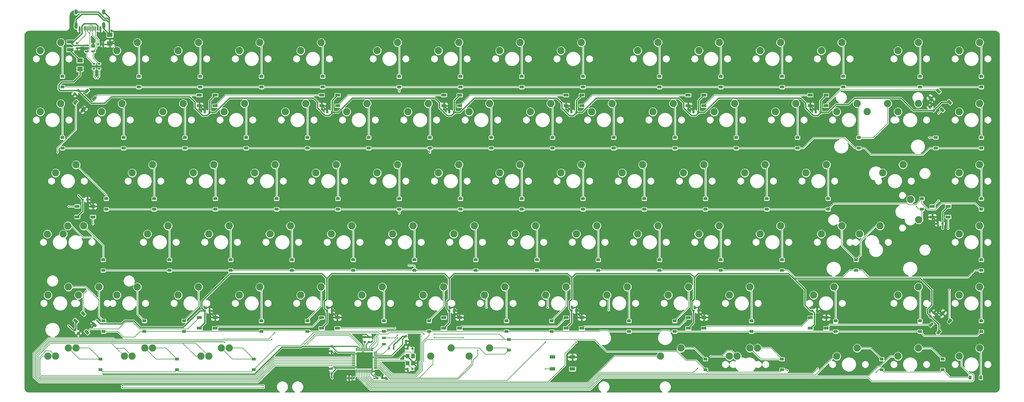
<source format=gbl>
%TF.GenerationSoftware,KiCad,Pcbnew,(5.1.8)-1*%
%TF.CreationDate,2021-02-05T17:02:16+01:00*%
%TF.ProjectId,Space Cowboy - A Jupiter75 Replacement PCB,53706163-6520-4436-9f77-626f79202d20,rev?*%
%TF.SameCoordinates,Original*%
%TF.FileFunction,Copper,L2,Bot*%
%TF.FilePolarity,Positive*%
%FSLAX46Y46*%
G04 Gerber Fmt 4.6, Leading zero omitted, Abs format (unit mm)*
G04 Created by KiCad (PCBNEW (5.1.8)-1) date 2021-02-05 17:02:16*
%MOMM*%
%LPD*%
G01*
G04 APERTURE LIST*
%TA.AperFunction,SMDPad,CuDef*%
%ADD10R,1.300000X0.700000*%
%TD*%
%TA.AperFunction,SMDPad,CuDef*%
%ADD11R,1.000000X0.300000*%
%TD*%
%TA.AperFunction,SMDPad,CuDef*%
%ADD12R,0.300000X1.000000*%
%TD*%
%TA.AperFunction,SMDPad,CuDef*%
%ADD13R,5.080000X5.080000*%
%TD*%
%TA.AperFunction,ComponentPad*%
%ADD14C,2.250000*%
%TD*%
%TA.AperFunction,SMDPad,CuDef*%
%ADD15R,0.750000X0.800000*%
%TD*%
%TA.AperFunction,SMDPad,CuDef*%
%ADD16R,1.200000X1.400000*%
%TD*%
%TA.AperFunction,SMDPad,CuDef*%
%ADD17R,0.600000X1.450000*%
%TD*%
%TA.AperFunction,SMDPad,CuDef*%
%ADD18R,0.300000X1.450000*%
%TD*%
%TA.AperFunction,ComponentPad*%
%ADD19O,1.000000X2.100000*%
%TD*%
%TA.AperFunction,ComponentPad*%
%ADD20O,1.000000X1.600000*%
%TD*%
%TA.AperFunction,SMDPad,CuDef*%
%ADD21R,1.800000X1.100000*%
%TD*%
%TA.AperFunction,SMDPad,CuDef*%
%ADD22R,0.500000X0.900000*%
%TD*%
%TA.AperFunction,SMDPad,CuDef*%
%ADD23R,0.900000X0.500000*%
%TD*%
%TA.AperFunction,SMDPad,CuDef*%
%ADD24R,1.820000X1.400000*%
%TD*%
%TA.AperFunction,SMDPad,CuDef*%
%ADD25R,2.030000X1.140000*%
%TD*%
%TA.AperFunction,SMDPad,CuDef*%
%ADD26R,1.500000X0.900000*%
%TD*%
%TA.AperFunction,SMDPad,CuDef*%
%ADD27C,0.100000*%
%TD*%
%TA.AperFunction,SMDPad,CuDef*%
%ADD28R,0.900000X1.200000*%
%TD*%
%TA.AperFunction,SMDPad,CuDef*%
%ADD29R,1.200000X0.900000*%
%TD*%
%TA.AperFunction,SMDPad,CuDef*%
%ADD30R,1.260000X0.590000*%
%TD*%
%TA.AperFunction,SMDPad,CuDef*%
%ADD31R,1.260000X0.990000*%
%TD*%
%TA.AperFunction,SMDPad,CuDef*%
%ADD32R,0.800000X0.750000*%
%TD*%
%TA.AperFunction,ViaPad*%
%ADD33C,0.450000*%
%TD*%
%TA.AperFunction,Conductor*%
%ADD34C,0.200000*%
%TD*%
%TA.AperFunction,Conductor*%
%ADD35C,0.382000*%
%TD*%
%TA.AperFunction,Conductor*%
%ADD36C,0.300000*%
%TD*%
%TA.AperFunction,Conductor*%
%ADD37C,0.250000*%
%TD*%
%TA.AperFunction,Conductor*%
%ADD38C,0.254000*%
%TD*%
%TA.AperFunction,Conductor*%
%ADD39C,0.100000*%
%TD*%
G04 APERTURE END LIST*
D10*
X157962600Y-144147500D03*
X157962600Y-146047500D03*
D11*
X148607400Y-148658200D03*
X148607400Y-149158200D03*
X148607400Y-149658200D03*
X148607400Y-150158200D03*
X148607400Y-150658200D03*
X148607400Y-151158200D03*
X148607400Y-151658200D03*
X148607400Y-152158200D03*
X148607400Y-152658200D03*
X148607400Y-153158200D03*
X148607400Y-153658200D03*
D12*
X149457400Y-154508200D03*
X149957400Y-154508200D03*
X150457400Y-154508200D03*
X150957400Y-154508200D03*
X151457400Y-154508200D03*
X151957400Y-154508200D03*
X152457400Y-154508200D03*
X152957400Y-154508200D03*
X153457400Y-154508200D03*
X153957400Y-154508200D03*
X154457400Y-154508200D03*
D11*
X155307400Y-153658200D03*
X155307400Y-153158200D03*
X155307400Y-152658200D03*
X155307400Y-152158200D03*
X155307400Y-151658200D03*
X155307400Y-151158200D03*
X155307400Y-150658200D03*
X155307400Y-150158200D03*
X155307400Y-149658200D03*
X155307400Y-149158200D03*
X155307400Y-148658200D03*
D12*
X154457400Y-147808200D03*
X153957400Y-147808200D03*
X153457400Y-147808200D03*
X152957400Y-147808200D03*
X152457400Y-147808200D03*
X151957400Y-147808200D03*
X151457400Y-147808200D03*
X150957400Y-147808200D03*
X150457400Y-147808200D03*
X149957400Y-147808200D03*
X149457400Y-147808200D03*
D13*
X151957400Y-151158200D03*
D14*
X298753530Y-149849840D03*
X305103530Y-147309840D03*
D15*
X164795200Y-145098200D03*
X164795200Y-143598200D03*
D14*
X324294500Y-107315000D03*
X321754500Y-100965000D03*
X178897280Y-147309840D03*
X172547280Y-149849840D03*
D16*
X165355800Y-152001400D03*
X165355800Y-149801400D03*
X167055800Y-149801400D03*
X167055800Y-152001400D03*
D17*
X69773000Y-47674600D03*
X63323000Y-47674600D03*
X68998000Y-47674600D03*
X64098000Y-47674600D03*
D18*
X64798000Y-47674600D03*
X68298000Y-47674600D03*
X65298000Y-47674600D03*
X67798000Y-47674600D03*
X65798000Y-47674600D03*
X67298000Y-47674600D03*
X66798000Y-47674600D03*
X66298000Y-47674600D03*
D19*
X62228000Y-46759600D03*
X70868000Y-46759600D03*
D20*
X62228000Y-42579600D03*
X70868000Y-42579600D03*
D21*
X216587000Y-150105500D03*
X210387000Y-153805500D03*
X216587000Y-153805500D03*
X210387000Y-150105500D03*
D22*
X70612000Y-52628800D03*
X69112000Y-52628800D03*
D23*
X62585600Y-52285200D03*
X62585600Y-53785200D03*
D22*
X159549400Y-147345400D03*
X161049400Y-147345400D03*
D23*
X67767200Y-60186000D03*
X67767200Y-58686000D03*
X69392800Y-58686000D03*
X69392800Y-60186000D03*
D22*
X147116100Y-156667200D03*
X148616100Y-156667200D03*
D14*
X174928530Y-92699840D03*
X181278530Y-90159840D03*
X93966030Y-130799840D03*
X100316030Y-128259840D03*
X113016030Y-130799840D03*
X119366030Y-128259840D03*
X79678530Y-149849840D03*
X86028530Y-147309840D03*
X77297280Y-149849840D03*
X83647280Y-147309840D03*
X267797280Y-149849840D03*
X274147280Y-147309840D03*
X98728530Y-92699840D03*
X105078530Y-90159840D03*
X151116030Y-130799840D03*
X157466030Y-128259840D03*
X317803530Y-130799840D03*
X324153530Y-128259840D03*
X51103530Y-73649840D03*
X57453530Y-71109840D03*
X270178530Y-92699840D03*
X276528530Y-90159840D03*
X193978530Y-92699840D03*
X200328530Y-90159840D03*
X74916030Y-130799840D03*
X81266030Y-128259840D03*
X319391030Y-90159840D03*
X313041030Y-92699840D03*
X298753530Y-73649840D03*
X305103530Y-71109840D03*
X55866030Y-92699840D03*
X62216030Y-90159840D03*
X155878530Y-92699840D03*
X162228530Y-90159840D03*
X260653530Y-73649840D03*
X267003530Y-71109840D03*
X190803530Y-147309840D03*
X184453530Y-149849840D03*
X291609780Y-130799840D03*
X297959780Y-128259840D03*
X317803530Y-54599840D03*
X324153530Y-52059840D03*
X103491030Y-111749840D03*
X109841030Y-109209840D03*
X336853530Y-149849840D03*
X343203530Y-147309840D03*
X136828530Y-92699840D03*
X143178530Y-90159840D03*
X79678530Y-92699840D03*
X86028530Y-90159840D03*
X336853530Y-92699840D03*
X343203530Y-90159840D03*
X336853530Y-54599840D03*
X343203530Y-52059840D03*
X251128530Y-92699840D03*
X257478530Y-90159840D03*
X255891030Y-111749840D03*
X262241030Y-109209840D03*
X232078530Y-92699840D03*
X238428530Y-90159840D03*
X279703530Y-73649840D03*
X286053530Y-71109840D03*
X189216030Y-130799840D03*
X195566030Y-128259840D03*
X208266030Y-130799840D03*
X214616030Y-128259840D03*
X53484780Y-130799840D03*
X59834780Y-128259840D03*
X63009780Y-130799840D03*
X69359780Y-128259840D03*
X236841030Y-111749840D03*
X243191030Y-109209840D03*
X217791030Y-111749840D03*
X224141030Y-109209840D03*
X198741030Y-111749840D03*
X205091030Y-109209840D03*
X336853530Y-73649840D03*
X343203530Y-71109840D03*
X213028530Y-92699840D03*
X219378530Y-90159840D03*
X336853530Y-111749840D03*
X343203530Y-109209840D03*
X179691030Y-111749840D03*
X186041030Y-109209840D03*
X160641030Y-111749840D03*
X166991030Y-109209840D03*
X141591030Y-111749840D03*
X147941030Y-109209840D03*
X293991030Y-54599840D03*
X300341030Y-52059840D03*
X274941030Y-54599840D03*
X281291030Y-52059840D03*
X255891030Y-54599840D03*
X262241030Y-52059840D03*
X236841030Y-54599840D03*
X243191030Y-52059840D03*
X213028530Y-54599840D03*
X219378530Y-52059840D03*
X193978530Y-54599840D03*
X200328530Y-52059840D03*
X174928530Y-54599840D03*
X181278530Y-52059840D03*
X155878530Y-54599840D03*
X162228530Y-52059840D03*
X132066030Y-54599840D03*
X138416030Y-52059840D03*
X113016030Y-54599840D03*
X119366030Y-52059840D03*
X93966030Y-54599840D03*
X100316030Y-52059840D03*
X74916030Y-54599840D03*
X81266030Y-52059840D03*
X51103530Y-54599840D03*
X57453530Y-52059840D03*
X305897280Y-111749840D03*
X312247280Y-109209840D03*
X336853530Y-130799840D03*
X343203530Y-128259840D03*
X117778530Y-92699840D03*
X124128530Y-90159840D03*
X317803530Y-149849840D03*
X324153530Y-147309840D03*
X317803530Y-73649840D03*
X324153530Y-71109840D03*
X122541030Y-111749840D03*
X128891030Y-109209840D03*
X55866030Y-149849840D03*
X62216030Y-147309840D03*
X53484780Y-149849840D03*
X59834780Y-147309840D03*
X53340000Y-111760000D03*
X59690000Y-109220000D03*
X58247280Y-111749840D03*
X64597280Y-109209840D03*
X132066030Y-130799840D03*
X138416030Y-128259840D03*
X308278530Y-73649840D03*
X314628530Y-71109840D03*
X170166030Y-130799840D03*
X176516030Y-128259840D03*
X243984780Y-149849840D03*
X250334780Y-147309840D03*
X265416030Y-149849840D03*
X271766030Y-147309840D03*
X103491030Y-149849840D03*
X109841030Y-147309840D03*
X107459780Y-147309840D03*
X101109780Y-149849840D03*
X274941030Y-111749840D03*
X281291030Y-109209840D03*
X84441030Y-111749840D03*
X90791030Y-109209840D03*
X265416030Y-130799840D03*
X271766030Y-128259840D03*
X289228530Y-92699840D03*
X295578530Y-90159840D03*
X293991030Y-111749840D03*
X300341030Y-109209840D03*
X222553530Y-73649840D03*
X228903530Y-71109840D03*
X203503530Y-73649840D03*
X209853530Y-71109840D03*
X184453530Y-73649840D03*
X190803530Y-71109840D03*
X165403530Y-73649840D03*
X171753530Y-71109840D03*
X146353530Y-73649840D03*
X152703530Y-71109840D03*
X127303530Y-73649840D03*
X133653530Y-71109840D03*
X108253530Y-73649840D03*
X114603530Y-71109840D03*
X89203530Y-73649840D03*
X95553530Y-71109840D03*
X70153530Y-73649840D03*
X76503530Y-71109840D03*
X241603530Y-73649840D03*
X247953530Y-71109840D03*
X246366030Y-130799840D03*
X252716030Y-128259840D03*
X227316030Y-130799840D03*
X233666030Y-128259840D03*
D24*
X72732900Y-49630500D03*
X72732900Y-52350500D03*
X63449200Y-57579600D03*
X63449200Y-60299600D03*
D25*
X60401200Y-51886000D03*
X60401200Y-54286000D03*
D26*
X138587500Y-141080000D03*
X138587500Y-137780000D03*
X143487500Y-141080000D03*
X143487500Y-137780000D03*
X181487500Y-137780000D03*
X181487500Y-141080000D03*
X176587500Y-137780000D03*
X176587500Y-141080000D03*
X219487500Y-137780000D03*
X219487500Y-141080000D03*
X214587500Y-137780000D03*
X214587500Y-141080000D03*
X257493000Y-137780000D03*
X257493000Y-141080000D03*
X252593000Y-137780000D03*
X252593000Y-141080000D03*
X295493000Y-137780000D03*
X295493000Y-141080000D03*
X290593000Y-137780000D03*
X290593000Y-141080000D03*
%TA.AperFunction,SMDPad,CuDef*%
D27*
G36*
X331830317Y-135682334D02*
G01*
X332466713Y-136318730D01*
X331406053Y-137379390D01*
X330769657Y-136742994D01*
X331830317Y-135682334D01*
G37*
%TD.AperFunction*%
%TA.AperFunction,SMDPad,CuDef*%
G36*
X334163770Y-138015787D02*
G01*
X334800166Y-138652183D01*
X333739506Y-139712843D01*
X333103110Y-139076447D01*
X334163770Y-138015787D01*
G37*
%TD.AperFunction*%
%TA.AperFunction,SMDPad,CuDef*%
G36*
X328365494Y-139147157D02*
G01*
X329001890Y-139783553D01*
X327941230Y-140844213D01*
X327304834Y-140207817D01*
X328365494Y-139147157D01*
G37*
%TD.AperFunction*%
%TA.AperFunction,SMDPad,CuDef*%
G36*
X330698947Y-141480610D02*
G01*
X331335343Y-142117006D01*
X330274683Y-143177666D01*
X329638287Y-142541270D01*
X330698947Y-141480610D01*
G37*
%TD.AperFunction*%
D26*
X328512000Y-106425000D03*
X328512000Y-103125000D03*
X333412000Y-106425000D03*
X333412000Y-103125000D03*
%TA.AperFunction,SMDPad,CuDef*%
D27*
G36*
X327214334Y-69326183D02*
G01*
X327850730Y-68689787D01*
X328911390Y-69750447D01*
X328274994Y-70386843D01*
X327214334Y-69326183D01*
G37*
%TD.AperFunction*%
%TA.AperFunction,SMDPad,CuDef*%
G36*
X329547787Y-66992730D02*
G01*
X330184183Y-66356334D01*
X331244843Y-67416994D01*
X330608447Y-68053390D01*
X329547787Y-66992730D01*
G37*
%TD.AperFunction*%
%TA.AperFunction,SMDPad,CuDef*%
G36*
X330679157Y-72791006D02*
G01*
X331315553Y-72154610D01*
X332376213Y-73215270D01*
X331739817Y-73851666D01*
X330679157Y-72791006D01*
G37*
%TD.AperFunction*%
%TA.AperFunction,SMDPad,CuDef*%
G36*
X333012610Y-70457553D02*
G01*
X333649006Y-69821157D01*
X334709666Y-70881817D01*
X334073270Y-71518213D01*
X333012610Y-70457553D01*
G37*
%TD.AperFunction*%
D26*
X295439000Y-68454000D03*
X295439000Y-71754000D03*
X290539000Y-68454000D03*
X290539000Y-71754000D03*
X252566000Y-71754000D03*
X252566000Y-68454000D03*
X257466000Y-71754000D03*
X257466000Y-68454000D03*
X214593000Y-71754000D03*
X214593000Y-68454000D03*
X219493000Y-71754000D03*
X219493000Y-68454000D03*
X176620000Y-71754000D03*
X176620000Y-68454000D03*
X181520000Y-71754000D03*
X181520000Y-68454000D03*
X138647000Y-71754000D03*
X138647000Y-68454000D03*
X143547000Y-71754000D03*
X143547000Y-68454000D03*
X105472400Y-68454000D03*
X105472400Y-71754000D03*
X100572400Y-68454000D03*
X100572400Y-71754000D03*
%TA.AperFunction,SMDPad,CuDef*%
D27*
G36*
X65377553Y-68053390D02*
G01*
X64741157Y-67416994D01*
X65801817Y-66356334D01*
X66438213Y-66992730D01*
X65377553Y-68053390D01*
G37*
%TD.AperFunction*%
%TA.AperFunction,SMDPad,CuDef*%
G36*
X67711006Y-70386843D02*
G01*
X67074610Y-69750447D01*
X68135270Y-68689787D01*
X68771666Y-69326183D01*
X67711006Y-70386843D01*
G37*
%TD.AperFunction*%
%TA.AperFunction,SMDPad,CuDef*%
G36*
X61912730Y-71518213D02*
G01*
X61276334Y-70881817D01*
X62336994Y-69821157D01*
X62973390Y-70457553D01*
X61912730Y-71518213D01*
G37*
%TD.AperFunction*%
%TA.AperFunction,SMDPad,CuDef*%
G36*
X64246183Y-73851666D02*
G01*
X63609787Y-73215270D01*
X64670447Y-72154610D01*
X65306843Y-72791006D01*
X64246183Y-73851666D01*
G37*
%TD.AperFunction*%
D26*
X62574000Y-106425000D03*
X62574000Y-103125000D03*
X67474000Y-106425000D03*
X67474000Y-103125000D03*
%TA.AperFunction,SMDPad,CuDef*%
D27*
G36*
X62986890Y-139076447D02*
G01*
X62350494Y-139712843D01*
X61289834Y-138652183D01*
X61926230Y-138015787D01*
X62986890Y-139076447D01*
G37*
%TD.AperFunction*%
%TA.AperFunction,SMDPad,CuDef*%
G36*
X65320343Y-136742994D02*
G01*
X64683947Y-137379390D01*
X63623287Y-136318730D01*
X64259683Y-135682334D01*
X65320343Y-136742994D01*
G37*
%TD.AperFunction*%
%TA.AperFunction,SMDPad,CuDef*%
G36*
X66451713Y-142541270D02*
G01*
X65815317Y-143177666D01*
X64754657Y-142117006D01*
X65391053Y-141480610D01*
X66451713Y-142541270D01*
G37*
%TD.AperFunction*%
%TA.AperFunction,SMDPad,CuDef*%
G36*
X68785166Y-140207817D02*
G01*
X68148770Y-140844213D01*
X67088110Y-139783553D01*
X67724506Y-139147157D01*
X68785166Y-140207817D01*
G37*
%TD.AperFunction*%
D26*
X100587500Y-141080000D03*
X100587500Y-137780000D03*
X105487500Y-141080000D03*
X105487500Y-137780000D03*
D28*
X340284800Y-156464000D03*
X343584800Y-156464000D03*
D29*
X331673200Y-154050000D03*
X331673200Y-150750000D03*
X312775600Y-154050000D03*
X312775600Y-150750000D03*
X281781250Y-154050000D03*
X281781250Y-150750000D03*
X257962400Y-154050000D03*
X257962400Y-150750000D03*
X196850000Y-144627600D03*
X196850000Y-147927600D03*
X117475000Y-154050000D03*
X117475000Y-150750000D03*
X93624400Y-154074400D03*
X93624400Y-150774400D03*
X69799200Y-154050000D03*
X69799200Y-150750000D03*
X343693750Y-142143750D03*
X343693750Y-138843750D03*
X324643750Y-142143750D03*
X324643750Y-138843750D03*
X298450000Y-142143750D03*
X298450000Y-138843750D03*
X272256250Y-142143750D03*
X272256250Y-138843750D03*
X248412000Y-142143750D03*
X248412000Y-138843750D03*
X234156250Y-142143750D03*
X234156250Y-138843750D03*
X210121500Y-142143750D03*
X210121500Y-138843750D03*
X196056250Y-142143750D03*
X196056250Y-138843750D03*
X172021500Y-142143750D03*
X172021500Y-138843750D03*
X157956250Y-142143750D03*
X157956250Y-138843750D03*
X134175500Y-142143750D03*
X134175500Y-138843750D03*
X119856250Y-142143750D03*
X119856250Y-138843750D03*
X95821500Y-142112000D03*
X95821500Y-138812000D03*
X83439000Y-142143750D03*
X83439000Y-138843750D03*
X70739000Y-142143750D03*
X70739000Y-138843750D03*
X343693750Y-123093750D03*
X343693750Y-119793750D03*
X304800000Y-123093750D03*
X304800000Y-119793750D03*
X281781250Y-123093750D03*
X281781250Y-119793750D03*
X262731250Y-123093750D03*
X262731250Y-119793750D03*
X243681250Y-123093750D03*
X243681250Y-119793750D03*
X224631250Y-123093750D03*
X224631250Y-119793750D03*
X205581250Y-123093750D03*
X205581250Y-119793750D03*
X186531250Y-123093750D03*
X186531250Y-119793750D03*
X167481250Y-123093750D03*
X167481250Y-119793750D03*
X148431250Y-123093750D03*
X148431250Y-119793750D03*
X129381250Y-123093750D03*
X129381250Y-119793750D03*
X110331250Y-123093750D03*
X110331250Y-119793750D03*
X91281250Y-123093750D03*
X91281250Y-119793750D03*
X70643750Y-123093750D03*
X70643750Y-119793750D03*
X343693750Y-104043750D03*
X343693750Y-100743750D03*
X325247000Y-100712000D03*
X325247000Y-104012000D03*
X296068750Y-104043750D03*
X296068750Y-100743750D03*
X277018750Y-104043750D03*
X277018750Y-100743750D03*
X257968750Y-104043750D03*
X257968750Y-100743750D03*
X238918750Y-104043750D03*
X238918750Y-100743750D03*
X219868750Y-104043750D03*
X219868750Y-100743750D03*
X200818750Y-104043750D03*
X200818750Y-100743750D03*
X181768750Y-104043750D03*
X181768750Y-100743750D03*
X162718750Y-104043750D03*
X162718750Y-100743750D03*
X143668750Y-104043750D03*
X143668750Y-100743750D03*
X124618750Y-104043750D03*
X124618750Y-100743750D03*
X105568750Y-104043750D03*
X105568750Y-100743750D03*
X86518750Y-104043750D03*
X86518750Y-100743750D03*
X71628000Y-104043750D03*
X71628000Y-100743750D03*
X343693750Y-84993750D03*
X343693750Y-81693750D03*
X329565000Y-84962000D03*
X329565000Y-81662000D03*
X305593750Y-84993750D03*
X305593750Y-81693750D03*
X286543750Y-84993750D03*
X286543750Y-81693750D03*
X267493750Y-84993750D03*
X267493750Y-81693750D03*
X248443750Y-84993750D03*
X248443750Y-81693750D03*
X229393750Y-84993750D03*
X229393750Y-81693750D03*
X210343750Y-84993750D03*
X210343750Y-81693750D03*
X191293750Y-84993750D03*
X191293750Y-81693750D03*
X172243750Y-84993750D03*
X172243750Y-81693750D03*
X153193750Y-84993750D03*
X153193750Y-81693750D03*
X134143750Y-84993750D03*
X134143750Y-81693750D03*
X115093750Y-84993750D03*
X115093750Y-81693750D03*
X96043750Y-84993750D03*
X96043750Y-81693750D03*
X76993750Y-84993750D03*
X76993750Y-81693750D03*
X57943750Y-84993750D03*
X57943750Y-81693750D03*
X343693750Y-65943750D03*
X343693750Y-62643750D03*
X324643750Y-65943750D03*
X324643750Y-62643750D03*
X300831250Y-65943750D03*
X300831250Y-62643750D03*
X281781250Y-65943750D03*
X281781250Y-62643750D03*
X262731250Y-65943750D03*
X262731250Y-62643750D03*
X243681250Y-65943750D03*
X243681250Y-62643750D03*
X219868750Y-65943750D03*
X219868750Y-62643750D03*
X200818750Y-65943750D03*
X200818750Y-62643750D03*
X181768750Y-65943750D03*
X181768750Y-62643750D03*
X162718750Y-65943750D03*
X162718750Y-62643750D03*
X138906250Y-65943750D03*
X138906250Y-62643750D03*
X119856250Y-65943750D03*
X119856250Y-62643750D03*
X100806250Y-65943750D03*
X100806250Y-62643750D03*
X81756250Y-65943750D03*
X81756250Y-62643750D03*
X57943750Y-65943750D03*
X57943750Y-62643750D03*
D30*
X65568000Y-52948800D03*
X65568000Y-54848800D03*
X67528000Y-54848800D03*
D31*
X67528000Y-53148800D03*
D32*
X141770800Y-135686800D03*
X140270800Y-135686800D03*
X179769200Y-135686800D03*
X178269200Y-135686800D03*
X217767600Y-135686800D03*
X216267600Y-135686800D03*
X255766000Y-135661400D03*
X254266000Y-135661400D03*
X292646800Y-135636000D03*
X291146800Y-135636000D03*
%TA.AperFunction,SMDPad,CuDef*%
D27*
G36*
X328934652Y-136822078D02*
G01*
X328404322Y-136291748D01*
X328970008Y-135726062D01*
X329500338Y-136256392D01*
X328934652Y-136822078D01*
G37*
%TD.AperFunction*%
%TA.AperFunction,SMDPad,CuDef*%
G36*
X327873992Y-137882738D02*
G01*
X327343662Y-137352408D01*
X327909348Y-136786722D01*
X328439678Y-137317052D01*
X327873992Y-137882738D01*
G37*
%TD.AperFunction*%
D32*
X331712000Y-108508800D03*
X330212000Y-108508800D03*
%TA.AperFunction,SMDPad,CuDef*%
D27*
G36*
X328338078Y-72232948D02*
G01*
X327807748Y-72763278D01*
X327242062Y-72197592D01*
X327772392Y-71667262D01*
X328338078Y-72232948D01*
G37*
%TD.AperFunction*%
%TA.AperFunction,SMDPad,CuDef*%
G36*
X329398738Y-73293608D02*
G01*
X328868408Y-73823938D01*
X328302722Y-73258252D01*
X328833052Y-72727922D01*
X329398738Y-73293608D01*
G37*
%TD.AperFunction*%
D32*
X292239000Y-73812400D03*
X293739000Y-73812400D03*
X254266000Y-73812400D03*
X255766000Y-73812400D03*
X216293000Y-73812400D03*
X217793000Y-73812400D03*
X178320000Y-73812400D03*
X179820000Y-73812400D03*
X141847000Y-73787000D03*
X140347000Y-73787000D03*
X102272400Y-73812400D03*
X103772400Y-73812400D03*
%TA.AperFunction,SMDPad,CuDef*%
D27*
G36*
X61869748Y-67495522D02*
G01*
X62400078Y-68025852D01*
X61834392Y-68591538D01*
X61304062Y-68061208D01*
X61869748Y-67495522D01*
G37*
%TD.AperFunction*%
%TA.AperFunction,SMDPad,CuDef*%
G36*
X62930408Y-66434862D02*
G01*
X63460738Y-66965192D01*
X62895052Y-67530878D01*
X62364722Y-67000548D01*
X62930408Y-66434862D01*
G37*
%TD.AperFunction*%
D32*
X65774000Y-101041200D03*
X64274000Y-101041200D03*
%TA.AperFunction,SMDPad,CuDef*%
D27*
G36*
X62364722Y-142651052D02*
G01*
X62895052Y-142120722D01*
X63460738Y-142686408D01*
X62930408Y-143216738D01*
X62364722Y-142651052D01*
G37*
%TD.AperFunction*%
%TA.AperFunction,SMDPad,CuDef*%
G36*
X61304062Y-141590392D02*
G01*
X61834392Y-141060062D01*
X62400078Y-141625748D01*
X61869748Y-142156078D01*
X61304062Y-141590392D01*
G37*
%TD.AperFunction*%
D32*
X102272400Y-135686800D03*
X103772400Y-135686800D03*
X165354000Y-147447000D03*
X166854000Y-147447000D03*
X166854000Y-153797000D03*
X165354000Y-153797000D03*
D15*
X141706600Y-148259800D03*
X141706600Y-146759800D03*
X153327100Y-143877600D03*
X153327100Y-145377600D03*
D32*
X155942600Y-156667200D03*
X157442600Y-156667200D03*
D15*
X141706600Y-155207400D03*
X141706600Y-153707400D03*
X151955500Y-145377600D03*
X151955500Y-143877600D03*
D33*
X333400400Y-110032800D03*
X333781400Y-129184400D03*
X330428600Y-74117200D03*
X56489600Y-86233000D03*
X59918600Y-103124000D03*
X65506600Y-129463800D03*
X67487800Y-108559600D03*
X330403200Y-101371400D03*
X147523200Y-157861000D03*
X158750000Y-156667200D03*
X180568600Y-134340600D03*
X218643200Y-134340600D03*
X256743200Y-134340600D03*
X221259400Y-137769600D03*
X142494000Y-130352800D03*
X138379200Y-124714000D03*
X176479200Y-124739400D03*
X214807800Y-124739400D03*
X252933200Y-124739400D03*
X150139400Y-140512800D03*
X150139400Y-143637000D03*
X318516000Y-126517400D03*
X104495600Y-66827400D03*
X104495600Y-52552600D03*
X329361800Y-134391400D03*
X67259200Y-51536600D03*
X63331122Y-49081722D03*
X216598500Y-147510500D03*
X63449200Y-62280800D03*
X59131200Y-67005200D03*
X62992000Y-99720400D03*
X59893200Y-140309600D03*
X68630800Y-138633200D03*
X328295000Y-129184400D03*
X331724000Y-110032800D03*
X142976600Y-146761200D03*
X154457400Y-145034000D03*
X70586600Y-155346400D03*
X154813000Y-156667200D03*
X141884400Y-156667200D03*
X162255200Y-145034000D03*
X155583400Y-143633551D03*
X162712400Y-67208400D03*
X156108400Y-143154400D03*
X172237400Y-86258400D03*
X327533000Y-81661000D03*
X155058400Y-144146544D03*
X162712400Y-105257600D03*
X323621400Y-103276400D03*
X169519600Y-143510000D03*
X165760400Y-121488200D03*
X283464000Y-154330400D03*
X311073800Y-154889200D03*
X170383200Y-142951200D03*
X173634400Y-142951200D03*
X217779600Y-145491200D03*
X227838000Y-135432800D03*
X108483400Y-145465800D03*
X123063000Y-144678400D03*
X124053600Y-142570200D03*
X187223400Y-147929600D03*
X189763400Y-134620000D03*
X208178400Y-145491200D03*
X208864200Y-134645400D03*
X292811200Y-153746200D03*
X255473200Y-153593800D03*
X259588000Y-149860000D03*
X76606400Y-158953200D03*
X68986400Y-63093600D03*
X133299200Y-146126200D03*
X120472200Y-158953200D03*
X68275200Y-63093600D03*
X134061200Y-146126200D03*
X120472200Y-159603203D03*
X76606400Y-159613600D03*
X162255200Y-144094200D03*
X173634400Y-144094200D03*
X182610998Y-144094200D03*
X208153000Y-153797000D03*
X162242500Y-143319500D03*
X161353500Y-141097000D03*
D34*
X220029300Y-140538200D02*
X219487500Y-141080000D01*
X249834800Y-140538200D02*
X220029300Y-140538200D01*
X214587500Y-137780000D02*
X211829300Y-140538200D01*
X182029300Y-140538200D02*
X181487500Y-141080000D01*
X211829300Y-140538200D02*
X182029300Y-140538200D01*
X290593000Y-137780000D02*
X287834800Y-140538200D01*
X258034800Y-140538200D02*
X257493000Y-141080000D01*
X287834800Y-140538200D02*
X258034800Y-140538200D01*
X296577315Y-139995685D02*
X295493000Y-141080000D01*
X328153362Y-139995685D02*
X296577315Y-139995685D01*
X333412000Y-110021200D02*
X333400400Y-110032800D01*
X333412000Y-106425000D02*
X333412000Y-110021200D01*
X333781400Y-138694077D02*
X333951638Y-138864315D01*
X333781400Y-129184400D02*
X333781400Y-138694077D01*
X331527685Y-73018115D02*
X330428600Y-74117200D01*
X331527685Y-73003138D02*
X331527685Y-73018115D01*
X328498200Y-103111200D02*
X328512000Y-103125000D01*
X260766000Y-68454000D02*
X257466000Y-71754000D01*
X290539000Y-68454000D02*
X260766000Y-68454000D01*
X222793000Y-68454000D02*
X219493000Y-71754000D01*
X252566000Y-68454000D02*
X222793000Y-68454000D01*
X184820000Y-68454000D02*
X181520000Y-71754000D01*
X214593000Y-68454000D02*
X184820000Y-68454000D01*
X146847000Y-68454000D02*
X143547000Y-71754000D01*
X176620000Y-68454000D02*
X146847000Y-68454000D01*
X108772400Y-68454000D02*
X105472400Y-71754000D01*
X138647000Y-68454000D02*
X108772400Y-68454000D01*
X69007453Y-68454000D02*
X67923138Y-69538315D01*
X100572400Y-68454000D02*
X69007453Y-68454000D01*
X62124862Y-70669685D02*
X62124862Y-79222636D01*
X56489600Y-84857898D02*
X56489600Y-86233000D01*
X62124862Y-79222636D02*
X56489600Y-84857898D01*
X62573000Y-103124000D02*
X62574000Y-103125000D01*
X59918600Y-103124000D02*
X62573000Y-103124000D01*
X64471815Y-130498585D02*
X65506600Y-129463800D01*
X64471815Y-136530862D02*
X64471815Y-130498585D01*
X67487800Y-106438800D02*
X67474000Y-106425000D01*
X67487800Y-108559600D02*
X67487800Y-106438800D01*
X295439000Y-71311600D02*
X295439000Y-71754000D01*
X300024800Y-66725800D02*
X295439000Y-71311600D01*
X329920600Y-66725800D02*
X300024800Y-66725800D01*
X330396315Y-67201515D02*
X329920600Y-66725800D01*
X330396315Y-67204862D02*
X330396315Y-67201515D01*
X97016500Y-141351000D02*
X100587500Y-137780000D01*
X79933800Y-139268200D02*
X82016600Y-141351000D01*
X77520800Y-139268200D02*
X79933800Y-139268200D01*
X75438000Y-141351000D02*
X77520800Y-139268200D01*
X66581323Y-141351000D02*
X75438000Y-141351000D01*
X82016600Y-141351000D02*
X97016500Y-141351000D01*
X65603185Y-142329138D02*
X66581323Y-141351000D01*
X138587500Y-137780000D02*
X135803900Y-140563600D01*
X106003900Y-140563600D02*
X105487500Y-141080000D01*
X135803900Y-140563600D02*
X106003900Y-140563600D01*
X328649600Y-103125000D02*
X328512000Y-103125000D01*
X330403200Y-101371400D02*
X328649600Y-103125000D01*
X252593000Y-137780000D02*
X249834800Y-140538200D01*
X151803100Y-145530000D02*
X151955500Y-145377600D01*
X151968200Y-145390300D02*
X151955500Y-145377600D01*
X151957400Y-145379500D02*
X151955500Y-145377600D01*
X151955500Y-147709900D02*
X151955500Y-145377600D01*
X151957400Y-147711800D02*
X151955500Y-147709900D01*
X151957400Y-147808200D02*
X151957400Y-147711800D01*
D35*
X64458315Y-70649775D02*
X64458315Y-73003138D01*
X61852070Y-68043530D02*
X64458315Y-70649775D01*
X65774000Y-101425000D02*
X67474000Y-103125000D01*
X65774000Y-101041200D02*
X65774000Y-101425000D01*
X65585775Y-139995685D02*
X67936638Y-139995685D01*
X62912730Y-142668730D02*
X65585775Y-139995685D01*
X103772400Y-136064900D02*
X105487500Y-137780000D01*
X103772400Y-135686800D02*
X103772400Y-136064900D01*
X179769200Y-136061700D02*
X181487500Y-137780000D01*
X179769200Y-135686800D02*
X179769200Y-136061700D01*
X217767600Y-136060100D02*
X219487500Y-137780000D01*
X217767600Y-135686800D02*
X217767600Y-136060100D01*
X255766000Y-136053000D02*
X257493000Y-137780000D01*
X255766000Y-135661400D02*
X255766000Y-136053000D01*
X294790800Y-137780000D02*
X292646800Y-135636000D01*
X295493000Y-137780000D02*
X294790800Y-137780000D01*
X329209122Y-136530862D02*
X328952330Y-136274070D01*
X331618185Y-136530862D02*
X329209122Y-136530862D01*
X330212000Y-108125000D02*
X328512000Y-106425000D01*
X330212000Y-108508800D02*
X330212000Y-108125000D01*
X328062862Y-71942478D02*
X327790070Y-72215270D01*
X328062862Y-69538315D02*
X328062862Y-71942478D01*
X292239000Y-73454000D02*
X290539000Y-71754000D01*
X292239000Y-73812400D02*
X292239000Y-73454000D01*
X254266000Y-73454000D02*
X252566000Y-71754000D01*
X254266000Y-73812400D02*
X254266000Y-73454000D01*
X216293000Y-73454000D02*
X214593000Y-71754000D01*
X216293000Y-73812400D02*
X216293000Y-73454000D01*
X178320000Y-73454000D02*
X176620000Y-71754000D01*
X178320000Y-73812400D02*
X178320000Y-73454000D01*
X140347000Y-73454000D02*
X138647000Y-71754000D01*
X140347000Y-73787000D02*
X140347000Y-73454000D01*
X102272400Y-73454000D02*
X100572400Y-71754000D01*
X102272400Y-73812400D02*
X102272400Y-73454000D01*
X167055800Y-151722000D02*
X167055800Y-151525802D01*
X151955500Y-143877600D02*
X153327100Y-143877600D01*
D36*
X153327100Y-143877600D02*
X153327100Y-143700500D01*
X151333200Y-143078200D02*
X152527700Y-143078200D01*
X151206200Y-143205200D02*
X151333200Y-143078200D01*
X152527700Y-143078200D02*
X153327100Y-143877600D01*
X151457400Y-146284502D02*
X151206200Y-146033302D01*
X151457400Y-147808200D02*
X151457400Y-146284502D01*
X155307400Y-150158200D02*
X160585400Y-150158200D01*
X142605000Y-149158200D02*
X141706600Y-148259800D01*
X148607400Y-149158200D02*
X142605000Y-149158200D01*
D35*
X147116100Y-157453900D02*
X147523200Y-157861000D01*
X147116100Y-156667200D02*
X147116100Y-157453900D01*
D36*
X142255800Y-153158200D02*
X148607400Y-153158200D01*
X141706600Y-153707400D02*
X142255800Y-153158200D01*
X155283600Y-154508200D02*
X157442600Y-156667200D01*
X154457400Y-154508200D02*
X155283600Y-154508200D01*
D35*
X158750000Y-156667200D02*
X157442600Y-156667200D01*
D34*
X165355800Y-153795200D02*
X165354000Y-153797000D01*
D35*
X167055800Y-151697598D02*
X167055800Y-152001400D01*
X165355800Y-149997598D02*
X167055800Y-151697598D01*
X165355800Y-149801400D02*
X165355800Y-149997598D01*
X165738140Y-154938140D02*
X167467072Y-154938140D01*
X165354000Y-154554000D02*
X165738140Y-154938140D01*
X165354000Y-153797000D02*
X165354000Y-154554000D01*
X167467072Y-154938140D02*
X167970200Y-154435012D01*
X167970200Y-152915800D02*
X167055800Y-152001400D01*
X167970200Y-154435012D02*
X167970200Y-152915800D01*
X167055800Y-152001400D02*
X168300400Y-150756800D01*
X168300400Y-150756800D02*
X168300400Y-147243800D01*
X168300400Y-147243800D02*
X167513000Y-146456400D01*
X167513000Y-146456400D02*
X165836600Y-146456400D01*
X165354000Y-146939000D02*
X165354000Y-147447000D01*
X165836600Y-146456400D02*
X165354000Y-146939000D01*
D36*
X164490400Y-147447000D02*
X161779200Y-150158200D01*
X165354000Y-147447000D02*
X164490400Y-147447000D01*
X160585400Y-150158200D02*
X161779200Y-150158200D01*
X164795200Y-145948400D02*
X160585400Y-150158200D01*
X164795200Y-145098200D02*
X164795200Y-145948400D01*
X151457400Y-150658200D02*
X151957400Y-151158200D01*
X151457400Y-147808200D02*
X151457400Y-150658200D01*
X149957400Y-149158200D02*
X151957400Y-151158200D01*
X148607400Y-149158200D02*
X149957400Y-149158200D01*
X149957400Y-153158200D02*
X151957400Y-151158200D01*
X148607400Y-153158200D02*
X149957400Y-153158200D01*
X154457400Y-153658200D02*
X151957400Y-151158200D01*
X154457400Y-154508200D02*
X154457400Y-153658200D01*
X152957400Y-150158200D02*
X151957400Y-151158200D01*
X155307400Y-150158200D02*
X152957400Y-150158200D01*
D35*
X180568600Y-134887400D02*
X179769200Y-135686800D01*
X180568600Y-134340600D02*
X180568600Y-134887400D01*
X218643200Y-134811200D02*
X217767600Y-135686800D01*
X218643200Y-134340600D02*
X218643200Y-134811200D01*
X256743200Y-134684200D02*
X255766000Y-135661400D01*
X256743200Y-134340600D02*
X256743200Y-134684200D01*
X219497900Y-137769600D02*
X219487500Y-137780000D01*
X221259400Y-137769600D02*
X219497900Y-137769600D01*
X103772400Y-135686800D02*
X105664000Y-135686800D01*
X142494000Y-134963600D02*
X141770800Y-135686800D01*
X142494000Y-130352800D02*
X142494000Y-134963600D01*
X141770800Y-136063300D02*
X143487500Y-137780000D01*
X141770800Y-135686800D02*
X141770800Y-136063300D01*
X105664000Y-135686800D02*
X116636800Y-124714000D01*
X116636800Y-124714000D02*
X119684800Y-124714000D01*
X119684800Y-124714000D02*
X138379200Y-124714000D01*
X141770800Y-135686800D02*
X143789400Y-135686800D01*
X143789400Y-135686800D02*
X154736800Y-124739400D01*
X154736800Y-124739400D02*
X176479200Y-124739400D01*
X179769200Y-135686800D02*
X181889400Y-135686800D01*
X181889400Y-135686800D02*
X192836800Y-124739400D01*
X192836800Y-124739400D02*
X196646800Y-124739400D01*
X196646800Y-124739400D02*
X214807800Y-124739400D01*
X217767600Y-135686800D02*
X219989400Y-135686800D01*
X219989400Y-135686800D02*
X230936800Y-124739400D01*
X230936800Y-124739400D02*
X236753400Y-124739400D01*
X236753400Y-124739400D02*
X252933200Y-124739400D01*
X147406600Y-137780000D02*
X150139400Y-140512800D01*
X143487500Y-137780000D02*
X147406600Y-137780000D01*
D36*
X151206200Y-144576800D02*
X151206200Y-143205200D01*
X151206200Y-144703800D02*
X151206200Y-144805400D01*
X150139400Y-143637000D02*
X151206200Y-144703800D01*
X151206200Y-144805400D02*
X151206200Y-144576800D01*
X151206200Y-146033302D02*
X151206200Y-144805400D01*
D35*
X292646800Y-135636000D02*
X292646800Y-132371400D01*
X292646800Y-132371400D02*
X294081200Y-130937000D01*
X294081200Y-130937000D02*
X294081200Y-129616200D01*
X294081200Y-129616200D02*
X297180000Y-126517400D01*
X297180000Y-126517400D02*
X318516000Y-126517400D01*
X69773000Y-47674600D02*
X69773000Y-47675000D01*
X69773000Y-47675000D02*
X69875400Y-47777400D01*
X102272400Y-69050600D02*
X104495600Y-66827400D01*
X102272400Y-73812400D02*
X102272400Y-69050600D01*
X104495600Y-52552600D02*
X102235000Y-50292000D01*
X328952330Y-136274070D02*
X329361800Y-135864600D01*
X329361800Y-135864600D02*
X329361800Y-134391400D01*
X69773000Y-51789800D02*
X70612000Y-52628800D01*
X69773000Y-47674600D02*
X69773000Y-51789800D01*
X67528000Y-51805400D02*
X67259200Y-51536600D01*
X67528000Y-53148800D02*
X67528000Y-51805400D01*
X63331122Y-47682722D02*
X63323000Y-47674600D01*
X63331122Y-49081722D02*
X63331122Y-47682722D01*
X216598500Y-150094000D02*
X216587000Y-150105500D01*
X216598500Y-147510500D02*
X216598500Y-150094000D01*
X72454600Y-52628800D02*
X72732900Y-52350500D01*
X70612000Y-52628800D02*
X72454600Y-52628800D01*
X73176300Y-52350500D02*
X75234800Y-50292000D01*
X72732900Y-52350500D02*
X73176300Y-52350500D01*
X102235000Y-50292000D02*
X75234800Y-50292000D01*
X63449200Y-62280800D02*
X63449200Y-60299600D01*
D36*
X153327100Y-145411002D02*
X153327100Y-145377600D01*
D35*
X63134722Y-67204862D02*
X62912730Y-66982870D01*
X65589685Y-67204862D02*
X63134722Y-67204862D01*
X64274000Y-104725000D02*
X62574000Y-106425000D01*
X64274000Y-101041200D02*
X64274000Y-104725000D01*
X62138362Y-141321778D02*
X61852070Y-141608070D01*
X62138362Y-138864315D02*
X62138362Y-141321778D01*
X102272400Y-139395100D02*
X100587500Y-141080000D01*
X102272400Y-135686800D02*
X102272400Y-139395100D01*
X140270800Y-139396700D02*
X138587500Y-141080000D01*
X140270800Y-135686800D02*
X140270800Y-139396700D01*
X178269200Y-139398300D02*
X176587500Y-141080000D01*
X178269200Y-135686800D02*
X178269200Y-139398300D01*
X216267600Y-139399900D02*
X214587500Y-141080000D01*
X216267600Y-135686800D02*
X216267600Y-139399900D01*
X254266000Y-139407000D02*
X252593000Y-141080000D01*
X254266000Y-135661400D02*
X254266000Y-139407000D01*
X291146800Y-135636000D02*
X291795200Y-136284400D01*
X291795200Y-139877800D02*
X290593000Y-141080000D01*
X291795200Y-136284400D02*
X291795200Y-139877800D01*
X330486815Y-139929875D02*
X330486815Y-142329138D01*
X327891670Y-137334730D02*
X330486815Y-139929875D01*
X331712000Y-104825000D02*
X333412000Y-103125000D01*
X331712000Y-108508800D02*
X331712000Y-104825000D01*
X331456975Y-70669685D02*
X333861138Y-70669685D01*
X328850730Y-73275930D02*
X331456975Y-70669685D01*
X293739000Y-70154000D02*
X295439000Y-68454000D01*
X293739000Y-73812400D02*
X293739000Y-70154000D01*
X255766000Y-70154000D02*
X257466000Y-68454000D01*
X255766000Y-73812400D02*
X255766000Y-70154000D01*
X217793000Y-70154000D02*
X219493000Y-68454000D01*
X217793000Y-73812400D02*
X217793000Y-70154000D01*
X179820000Y-70154000D02*
X181520000Y-68454000D01*
X179820000Y-73812400D02*
X179820000Y-70154000D01*
X141847000Y-70154000D02*
X143547000Y-68454000D01*
X141847000Y-73787000D02*
X141847000Y-70154000D01*
X103772400Y-70154000D02*
X105472400Y-68454000D01*
X103772400Y-73812400D02*
X103772400Y-70154000D01*
X63449200Y-62280800D02*
X61417200Y-64312800D01*
X57820898Y-64312800D02*
X56845200Y-65288498D01*
X61417200Y-64312800D02*
X57820898Y-64312800D01*
X56845200Y-66599002D02*
X57229068Y-66982870D01*
X56845200Y-65288498D02*
X56845200Y-66599002D01*
X59108870Y-66982870D02*
X59131200Y-67005200D01*
X57229068Y-66982870D02*
X59108870Y-66982870D01*
X62890400Y-67005200D02*
X62912730Y-66982870D01*
X59131200Y-67005200D02*
X62890400Y-67005200D01*
X62992000Y-99759200D02*
X64274000Y-101041200D01*
X62992000Y-99720400D02*
X62992000Y-99759200D01*
X61191670Y-141608070D02*
X59893200Y-140309600D01*
X61852070Y-141608070D02*
X61191670Y-141608070D01*
X102272400Y-135686800D02*
X102382752Y-135686800D01*
X328013312Y-137213088D02*
X327891670Y-137334730D01*
X331712000Y-110020800D02*
X331724000Y-110032800D01*
X331712000Y-108508800D02*
X331712000Y-110020800D01*
X141706600Y-155587700D02*
X141706600Y-155702000D01*
D36*
X152457400Y-146247300D02*
X153327100Y-145377600D01*
X152457400Y-147808200D02*
X152457400Y-146247300D01*
D35*
X141708000Y-146761200D02*
X141706600Y-146759800D01*
X142976600Y-146761200D02*
X141708000Y-146761200D01*
X154113800Y-145377600D02*
X154457400Y-145034000D01*
X153327100Y-145377600D02*
X154113800Y-145377600D01*
D36*
X149710400Y-146761200D02*
X142976600Y-146761200D01*
X149957400Y-147008200D02*
X149710400Y-146761200D01*
X149957400Y-147808200D02*
X149957400Y-147008200D01*
D35*
X117779800Y-155422600D02*
X70662800Y-155422600D01*
X126204190Y-146998210D02*
X117779800Y-155422600D01*
X132577937Y-146759800D02*
X132339527Y-146998210D01*
X70662800Y-155422600D02*
X70586600Y-155346400D01*
X132339527Y-146998210D02*
X126204190Y-146998210D01*
X141706600Y-146759800D02*
X132577937Y-146759800D01*
X95527312Y-140859990D02*
X100700502Y-135686800D01*
X82219983Y-140859990D02*
X95527312Y-140859990D01*
X100700502Y-135686800D02*
X102272400Y-135686800D01*
X77317417Y-138777190D02*
X80137183Y-138777190D01*
X69748400Y-139750800D02*
X76343808Y-139750800D01*
X80137183Y-138777190D02*
X82219983Y-140859990D01*
X76343808Y-139750800D02*
X77317417Y-138777190D01*
X68630800Y-138633200D02*
X69748400Y-139750800D01*
X155942600Y-156667200D02*
X154813000Y-156667200D01*
X141706600Y-156489400D02*
X141884400Y-156667200D01*
X141706600Y-155587700D02*
X141706600Y-156489400D01*
D36*
X143255800Y-153658200D02*
X141706600Y-155207400D01*
X148607400Y-153658200D02*
X143255800Y-153658200D01*
X155942600Y-156667200D02*
X155600400Y-156667200D01*
X153957400Y-155308200D02*
X154732200Y-156083000D01*
X153957400Y-154508200D02*
X153957400Y-155308200D01*
X155358400Y-156083000D02*
X155942600Y-156667200D01*
X154732200Y-156083000D02*
X155358400Y-156083000D01*
X163855400Y-144475200D02*
X164732400Y-143598200D01*
X163855400Y-146181080D02*
X163855400Y-144475200D01*
X164732400Y-143598200D02*
X164795200Y-143598200D01*
X160378280Y-149658200D02*
X163855400Y-146181080D01*
X155307400Y-149658200D02*
X160378280Y-149658200D01*
D35*
X163691000Y-143598200D02*
X162255200Y-145034000D01*
X164795200Y-143598200D02*
X163691000Y-143598200D01*
X161049400Y-146239800D02*
X162255200Y-145034000D01*
X161049400Y-147345400D02*
X161049400Y-146239800D01*
X177571400Y-134989000D02*
X178269200Y-135686800D01*
X178257200Y-132029200D02*
X177571400Y-132715000D01*
X178257200Y-125577600D02*
X178257200Y-132029200D01*
X179781200Y-124053600D02*
X178257200Y-125577600D01*
X177571400Y-132715000D02*
X177571400Y-134989000D01*
X176733200Y-124053600D02*
X178257200Y-125577600D01*
X216267600Y-135686800D02*
X215671400Y-135090600D01*
X215671400Y-135090600D02*
X215671400Y-132740400D01*
X215671400Y-132740400D02*
X216382600Y-132029200D01*
X216382600Y-132029200D02*
X216382600Y-125374400D01*
X215061800Y-124053600D02*
X216382600Y-125374400D01*
X179781200Y-124053600D02*
X215061800Y-124053600D01*
X217703400Y-124053600D02*
X216382600Y-125374400D01*
X254266000Y-135661400D02*
X253771400Y-135166800D01*
X253771400Y-135166800D02*
X253771400Y-132740400D01*
X253771400Y-132740400D02*
X254457200Y-132054600D01*
X254457200Y-132054600D02*
X254457200Y-125298200D01*
X253212600Y-124053600D02*
X254457200Y-125298200D01*
X217703400Y-124053600D02*
X253212600Y-124053600D01*
X283825708Y-124053600D02*
X255701800Y-124053600D01*
X285485117Y-125713010D02*
X283825708Y-124053600D01*
X255701800Y-124053600D02*
X254457200Y-125298200D01*
X324823610Y-125713010D02*
X285485117Y-125713010D01*
X328295000Y-129184400D02*
X324823610Y-125713010D01*
X288848800Y-129076693D02*
X285485117Y-125713010D01*
X288848800Y-133934200D02*
X288848800Y-129076693D01*
X290550600Y-135636000D02*
X288848800Y-133934200D01*
X291146800Y-135636000D02*
X290550600Y-135636000D01*
X140270800Y-135686800D02*
X139471400Y-134887400D01*
X139471400Y-134887400D02*
X139471400Y-132740400D01*
X139471400Y-132740400D02*
X140157200Y-132054600D01*
X140157200Y-132054600D02*
X140157200Y-125577600D01*
X141681200Y-124053600D02*
X140157200Y-125577600D01*
X176733200Y-124053600D02*
X141681200Y-124053600D01*
X138633200Y-124053600D02*
X140157200Y-125577600D01*
X110058200Y-124053600D02*
X138633200Y-124053600D01*
X101371400Y-132740400D02*
X110058200Y-124053600D01*
X101371400Y-134785800D02*
X101371400Y-132740400D01*
X102272400Y-135686800D02*
X101371400Y-134785800D01*
X103772400Y-73951400D02*
X103772400Y-73812400D01*
X102920800Y-74803000D02*
X103772400Y-73951400D01*
X101549200Y-74803000D02*
X102920800Y-74803000D01*
X99187000Y-72440800D02*
X101549200Y-74803000D01*
X99187000Y-70637400D02*
X99187000Y-72440800D01*
X97494610Y-68945010D02*
X99187000Y-70637400D01*
X73193390Y-68945010D02*
X97494610Y-68945010D01*
X71145400Y-70993000D02*
X73193390Y-68945010D01*
X66922860Y-70993000D02*
X71145400Y-70993000D01*
X62912730Y-66982870D02*
X66922860Y-70993000D01*
X139623800Y-74777600D02*
X140995400Y-74777600D01*
X137287000Y-72440800D02*
X139623800Y-74777600D01*
X141847000Y-73926000D02*
X141847000Y-73787000D01*
X137287000Y-70612000D02*
X137287000Y-72440800D01*
X136042400Y-69367400D02*
X137287000Y-70612000D01*
X140995400Y-74777600D02*
X141847000Y-73926000D01*
X109956600Y-69367400D02*
X136042400Y-69367400D01*
X105511600Y-73812400D02*
X109956600Y-69367400D01*
X103772400Y-73812400D02*
X105511600Y-73812400D01*
X178943000Y-74803000D02*
X179820000Y-73926000D01*
X177622200Y-74803000D02*
X178943000Y-74803000D01*
X175260000Y-72440800D02*
X177622200Y-74803000D01*
X175260000Y-70840600D02*
X175260000Y-72440800D01*
X173786800Y-69367400D02*
X175260000Y-70840600D01*
X148132800Y-69367400D02*
X173786800Y-69367400D01*
X143713200Y-73787000D02*
X148132800Y-69367400D01*
X179820000Y-73926000D02*
X179820000Y-73812400D01*
X141847000Y-73787000D02*
X143713200Y-73787000D01*
X217793000Y-73951400D02*
X217793000Y-73812400D01*
X216941400Y-74803000D02*
X217793000Y-73951400D01*
X213233000Y-72440800D02*
X215595200Y-74803000D01*
X211683600Y-69342000D02*
X213233000Y-70891400D01*
X186105800Y-69342000D02*
X211683600Y-69342000D01*
X213233000Y-70891400D02*
X213233000Y-72440800D01*
X181635400Y-73812400D02*
X186105800Y-69342000D01*
X215595200Y-74803000D02*
X216941400Y-74803000D01*
X179820000Y-73812400D02*
X181635400Y-73812400D01*
X255766000Y-73812400D02*
X255766000Y-73976800D01*
X255766000Y-73976800D02*
X254939800Y-74803000D01*
X254939800Y-74803000D02*
X253542800Y-74803000D01*
X253542800Y-74803000D02*
X251206000Y-72466200D01*
X251206000Y-72466200D02*
X251206000Y-70916800D01*
X217793000Y-73812400D02*
X219608400Y-73812400D01*
X219608400Y-73812400D02*
X224053400Y-69367400D01*
X249656600Y-69367400D02*
X251206000Y-70916800D01*
X224053400Y-69367400D02*
X249656600Y-69367400D01*
X293739000Y-73812400D02*
X293739000Y-73951400D01*
X293739000Y-73951400D02*
X292887400Y-74803000D01*
X292887400Y-74803000D02*
X291515800Y-74803000D01*
X291515800Y-74803000D02*
X289153600Y-72440800D01*
X289153600Y-72440800D02*
X289153600Y-70967600D01*
X255766000Y-73812400D02*
X257606800Y-73812400D01*
X257606800Y-73812400D02*
X262051800Y-69367400D01*
X287553400Y-69367400D02*
X289153600Y-70967600D01*
X262051800Y-69367400D02*
X287553400Y-69367400D01*
X293739000Y-73812400D02*
X296138600Y-73812400D01*
X296138600Y-73812400D02*
X298602400Y-71348600D01*
X298602400Y-71348600D02*
X302387000Y-71348600D01*
X302387000Y-71348600D02*
X304368200Y-69367400D01*
X318719200Y-69367400D02*
X322630800Y-73279000D01*
X304368200Y-69367400D02*
X318719200Y-69367400D01*
X328847660Y-73279000D02*
X328850730Y-73275930D01*
X322630800Y-73279000D02*
X328847660Y-73279000D01*
X327609200Y-137052260D02*
X327891670Y-137334730D01*
D36*
X143605000Y-148658200D02*
X141706600Y-146759800D01*
X148607400Y-148658200D02*
X143605000Y-148658200D01*
D35*
X328295000Y-129184400D02*
X328295000Y-133832600D01*
X328295000Y-133832600D02*
X326999600Y-135128000D01*
X326999600Y-136442660D02*
X327891670Y-137334730D01*
X326999600Y-135128000D02*
X326999600Y-136442660D01*
D34*
X165354000Y-151723800D02*
X165355800Y-151722000D01*
X164512600Y-151158200D02*
X165355800Y-152001400D01*
X155307400Y-151158200D02*
X164512600Y-151158200D01*
X165355800Y-152298800D02*
X166854000Y-153797000D01*
X165355800Y-152001400D02*
X165355800Y-152298800D01*
X167055800Y-149381998D02*
X167055800Y-149522000D01*
X167055800Y-147394800D02*
X166854000Y-147193000D01*
X167055800Y-149199600D02*
X167055800Y-149522000D01*
X167055800Y-149428200D02*
X167055800Y-149522000D01*
X167055800Y-147648800D02*
X166854000Y-147447000D01*
X167055800Y-149801400D02*
X167055800Y-147648800D01*
X167055800Y-149801400D02*
X167055800Y-149453600D01*
X167055800Y-149453600D02*
X166166800Y-148564600D01*
X166166800Y-148564600D02*
X164541200Y-148564600D01*
X162447600Y-150658200D02*
X155307400Y-150658200D01*
X164541200Y-148564600D02*
X162447600Y-150658200D01*
D35*
X64098000Y-47674600D02*
X64098000Y-46849282D01*
X68998000Y-46834600D02*
X68998000Y-47674600D01*
X60993600Y-51886000D02*
X60401200Y-51886000D01*
X61492201Y-52977001D02*
X60401200Y-51886000D01*
X65539799Y-52977001D02*
X61492201Y-52977001D01*
X65568000Y-52948800D02*
X65539799Y-52977001D01*
X64788693Y-46158589D02*
X64098000Y-46849282D01*
X68321989Y-46158589D02*
X64788693Y-46158589D01*
X68998000Y-46834600D02*
X68321989Y-46158589D01*
X64098000Y-47674600D02*
X64098000Y-49186000D01*
X61398000Y-51886000D02*
X60401200Y-51886000D01*
X64098000Y-49186000D02*
X61398000Y-51886000D01*
D34*
X65568000Y-54848800D02*
X65110400Y-54848800D01*
X65568000Y-54848800D02*
X66548000Y-53868800D01*
X66798000Y-48589602D02*
X66798000Y-47674600D01*
X66548000Y-48839602D02*
X66798000Y-48589602D01*
X65798000Y-48526000D02*
X65798000Y-47674600D01*
X66548000Y-49276000D02*
X65798000Y-48526000D01*
X66548000Y-49885600D02*
X66548000Y-49276000D01*
X66548000Y-53868800D02*
X66548000Y-49885600D01*
X66548000Y-49885600D02*
X66548000Y-48839602D01*
X65568000Y-56486800D02*
X67767200Y-58686000D01*
X65568000Y-54848800D02*
X65568000Y-56486800D01*
X67298000Y-49754898D02*
X67298000Y-47674600D01*
X68458001Y-50914899D02*
X67298000Y-49754898D01*
X68458001Y-53918799D02*
X68458001Y-50914899D01*
X67528000Y-54848800D02*
X68458001Y-53918799D01*
X66298000Y-46759598D02*
X66298000Y-47674600D01*
X66407999Y-46649599D02*
X66298000Y-46759598D01*
X67188001Y-46649599D02*
X66407999Y-46649599D01*
X67298000Y-46759598D02*
X67188001Y-46649599D01*
X67298000Y-47674600D02*
X67298000Y-46759598D01*
X67528000Y-56821200D02*
X69392800Y-58686000D01*
X67528000Y-54848800D02*
X67528000Y-56821200D01*
X57943750Y-65943750D02*
X81756250Y-65943750D01*
X81756250Y-65943750D02*
X100806250Y-65943750D01*
X100806250Y-65943750D02*
X119856250Y-65943750D01*
X119856250Y-65943750D02*
X138906250Y-65943750D01*
X138906250Y-65943750D02*
X162718750Y-65943750D01*
X162718750Y-65943750D02*
X181768750Y-65943750D01*
X181768750Y-65943750D02*
X200818750Y-65943750D01*
X200818750Y-65943750D02*
X219868750Y-65943750D01*
X219868750Y-65943750D02*
X243681250Y-65943750D01*
X243681250Y-65943750D02*
X262731250Y-65943750D01*
X262731250Y-65943750D02*
X281781250Y-65943750D01*
X281781250Y-65943750D02*
X300831250Y-65943750D01*
X300831250Y-65943750D02*
X324643750Y-65943750D01*
X324643750Y-65943750D02*
X343693750Y-65943750D01*
X155583400Y-145482200D02*
X155583400Y-143633551D01*
X153957400Y-147108200D02*
X155583400Y-145482200D01*
X153957400Y-147808200D02*
X153957400Y-147108200D01*
X162718750Y-67202050D02*
X162712400Y-67208400D01*
X162718750Y-65943750D02*
X162718750Y-67202050D01*
X57943750Y-62643750D02*
X57943750Y-52550060D01*
X57943750Y-52550060D02*
X57453530Y-52059840D01*
X81756250Y-62643750D02*
X81756250Y-52550060D01*
X81756250Y-52550060D02*
X81266030Y-52059840D01*
X100806250Y-62643750D02*
X100806250Y-52550060D01*
X100806250Y-52550060D02*
X100316030Y-52059840D01*
X119856250Y-62643750D02*
X119856250Y-52550060D01*
X119856250Y-52550060D02*
X119366030Y-52059840D01*
X138906250Y-62643750D02*
X138906250Y-52550060D01*
X138906250Y-52550060D02*
X138416030Y-52059840D01*
X162718750Y-62643750D02*
X162718750Y-52550060D01*
X162718750Y-52550060D02*
X162228530Y-52059840D01*
X181768750Y-62643750D02*
X181768750Y-52550060D01*
X181768750Y-52550060D02*
X181278530Y-52059840D01*
X200818750Y-62643750D02*
X200818750Y-52550060D01*
X200818750Y-52550060D02*
X200328530Y-52059840D01*
X219868750Y-62643750D02*
X219868750Y-52550060D01*
X219868750Y-52550060D02*
X219378530Y-52059840D01*
X243681250Y-62643750D02*
X243681250Y-52550060D01*
X243681250Y-52550060D02*
X243191030Y-52059840D01*
X262731250Y-62643750D02*
X262731250Y-52550060D01*
X262731250Y-52550060D02*
X262241030Y-52059840D01*
X281781250Y-62643750D02*
X281781250Y-52550060D01*
X281781250Y-52550060D02*
X281291030Y-52059840D01*
X300831250Y-62643750D02*
X300831250Y-52550060D01*
X300831250Y-52550060D02*
X300341030Y-52059840D01*
X324643750Y-62643750D02*
X324643750Y-52550060D01*
X324643750Y-52550060D02*
X324153530Y-52059840D01*
X343693750Y-62643750D02*
X343693750Y-52550060D01*
X343693750Y-52550060D02*
X343203530Y-52059840D01*
X57943750Y-84993750D02*
X76993750Y-84993750D01*
X76993750Y-84993750D02*
X96043750Y-84993750D01*
X96043750Y-84993750D02*
X115093750Y-84993750D01*
X115093750Y-84993750D02*
X134143750Y-84993750D01*
X134143750Y-84993750D02*
X153193750Y-84993750D01*
X153193750Y-84993750D02*
X172243750Y-84993750D01*
X172243750Y-84993750D02*
X191293750Y-84993750D01*
X191293750Y-84993750D02*
X210343750Y-84993750D01*
X210343750Y-84993750D02*
X229393750Y-84993750D01*
X229393750Y-84993750D02*
X248443750Y-84993750D01*
X248443750Y-84993750D02*
X267493750Y-84993750D01*
X267493750Y-84993750D02*
X286543750Y-84993750D01*
X329565000Y-84962000D02*
X343662000Y-84962000D01*
X343662000Y-84962000D02*
X343693750Y-84993750D01*
X286543750Y-84993750D02*
X288386250Y-84993750D01*
X288386250Y-84993750D02*
X291592000Y-81788000D01*
X291592000Y-81788000D02*
X301244000Y-81788000D01*
X301244000Y-81788000D02*
X304449750Y-84993750D01*
X304449750Y-84993750D02*
X305593750Y-84993750D01*
X305593750Y-84993750D02*
X307436250Y-84993750D01*
X307436250Y-84993750D02*
X309437500Y-86995000D01*
X309437500Y-86995000D02*
X325628000Y-86995000D01*
X325628000Y-86995000D02*
X327661000Y-84962000D01*
X327661000Y-84962000D02*
X329565000Y-84962000D01*
X156108400Y-146157200D02*
X156108400Y-143154400D01*
X154457400Y-147808200D02*
X156108400Y-146157200D01*
X172237400Y-85000100D02*
X172243750Y-84993750D01*
X172237400Y-86258400D02*
X172237400Y-85000100D01*
X57943750Y-81693750D02*
X57943750Y-71600060D01*
X57943750Y-71600060D02*
X57453530Y-71109840D01*
X76993750Y-81693750D02*
X76993750Y-71600060D01*
X76993750Y-71600060D02*
X76503530Y-71109840D01*
X96043750Y-81693750D02*
X96043750Y-71600060D01*
X96043750Y-71600060D02*
X95553530Y-71109840D01*
X115093750Y-81693750D02*
X115093750Y-71600060D01*
X115093750Y-71600060D02*
X114603530Y-71109840D01*
X134143750Y-81693750D02*
X134143750Y-71600060D01*
X134143750Y-71600060D02*
X133653530Y-71109840D01*
X153193750Y-81693750D02*
X153193750Y-71600060D01*
X153193750Y-71600060D02*
X152703530Y-71109840D01*
X172243750Y-81693750D02*
X172243750Y-71600060D01*
X172243750Y-71600060D02*
X171753530Y-71109840D01*
X191293750Y-81693750D02*
X191293750Y-71600060D01*
X191293750Y-71600060D02*
X190803530Y-71109840D01*
X210343750Y-81693750D02*
X210343750Y-71600060D01*
X210343750Y-71600060D02*
X209853530Y-71109840D01*
X229393750Y-81693750D02*
X229393750Y-71600060D01*
X229393750Y-71600060D02*
X228903530Y-71109840D01*
X248443750Y-81693750D02*
X248443750Y-71600060D01*
X248443750Y-71600060D02*
X247953530Y-71109840D01*
X267493750Y-81693750D02*
X267493750Y-71600060D01*
X267493750Y-71600060D02*
X267003530Y-71109840D01*
X286543750Y-81693750D02*
X286543750Y-71600060D01*
X286543750Y-71600060D02*
X286053530Y-71109840D01*
X305593750Y-81693750D02*
X305593750Y-71600060D01*
X305593750Y-71600060D02*
X305103530Y-71109840D01*
X314628530Y-77293470D02*
X314628530Y-71109840D01*
X305593750Y-81693750D02*
X310228250Y-81693750D01*
X310228250Y-81693750D02*
X314628530Y-77293470D01*
X329564000Y-81661000D02*
X329565000Y-81662000D01*
X327533000Y-81661000D02*
X329564000Y-81661000D01*
X343693750Y-81693750D02*
X343693750Y-71600060D01*
X343693750Y-71600060D02*
X343203530Y-71109840D01*
X155058400Y-145210002D02*
X155058400Y-144146544D01*
X153457400Y-146811002D02*
X155058400Y-145210002D01*
X153457400Y-147808200D02*
X153457400Y-146811002D01*
X343664000Y-104014000D02*
X343693750Y-104043750D01*
X277018750Y-104043750D02*
X296068750Y-104043750D01*
X257968750Y-104043750D02*
X277018750Y-104043750D01*
X219868750Y-104043750D02*
X238918750Y-104043750D01*
X238918750Y-104043750D02*
X257968750Y-104043750D01*
X200818750Y-104043750D02*
X219868750Y-104043750D01*
X162718750Y-104043750D02*
X181768750Y-104043750D01*
X181768750Y-104043750D02*
X200818750Y-104043750D01*
X143668750Y-104043750D02*
X162718750Y-104043750D01*
X124618750Y-104043750D02*
X143668750Y-104043750D01*
X105568750Y-104043750D02*
X124618750Y-104043750D01*
X86518750Y-104043750D02*
X105568750Y-104043750D01*
X86518750Y-104043750D02*
X71628000Y-104043750D01*
X162718750Y-105251250D02*
X162712400Y-105257600D01*
X162718750Y-104043750D02*
X162718750Y-105251250D01*
X296068750Y-104043750D02*
X297852100Y-102260400D01*
X297852100Y-102260400D02*
X320725800Y-102260400D01*
X320725800Y-102260400D02*
X321081400Y-102616000D01*
X323343000Y-102616000D02*
X325247000Y-100712000D01*
X321081400Y-102616000D02*
X323343000Y-102616000D01*
X341961200Y-102311200D02*
X343693750Y-104043750D01*
X341808800Y-102158800D02*
X341961200Y-102311200D01*
X331419200Y-102158800D02*
X341808800Y-102158800D01*
X329463400Y-104114600D02*
X331419200Y-102158800D01*
X327152000Y-104114600D02*
X329463400Y-104114600D01*
X325247000Y-102209600D02*
X327152000Y-104114600D01*
X325247000Y-100712000D02*
X325247000Y-102209600D01*
X62706250Y-90650060D02*
X62216030Y-90159840D01*
X71628000Y-99571810D02*
X71628000Y-100743750D01*
X62216030Y-90159840D02*
X71628000Y-99571810D01*
X86518750Y-100743750D02*
X86518750Y-90650060D01*
X86518750Y-90650060D02*
X86028530Y-90159840D01*
X105568750Y-100743750D02*
X105568750Y-90650060D01*
X105568750Y-90650060D02*
X105078530Y-90159840D01*
X124618750Y-100743750D02*
X124618750Y-90650060D01*
X124618750Y-90650060D02*
X124128530Y-90159840D01*
X143668750Y-100743750D02*
X143668750Y-90650060D01*
X143668750Y-90650060D02*
X143178530Y-90159840D01*
X162718750Y-100743750D02*
X162718750Y-90650060D01*
X162718750Y-90650060D02*
X162228530Y-90159840D01*
X181768750Y-100743750D02*
X181768750Y-90650060D01*
X181768750Y-90650060D02*
X181278530Y-90159840D01*
X200818750Y-100743750D02*
X200818750Y-90650060D01*
X200818750Y-90650060D02*
X200328530Y-90159840D01*
X219868750Y-100743750D02*
X219868750Y-90650060D01*
X219868750Y-90650060D02*
X219378530Y-90159840D01*
X238918750Y-100743750D02*
X238918750Y-90650060D01*
X238918750Y-90650060D02*
X238428530Y-90159840D01*
X257968750Y-100743750D02*
X257968750Y-90650060D01*
X257968750Y-90650060D02*
X257478530Y-90159840D01*
X277018750Y-100743750D02*
X277018750Y-90650060D01*
X277018750Y-90650060D02*
X276528530Y-90159840D01*
X296068750Y-100743750D02*
X296068750Y-90650060D01*
X296068750Y-90650060D02*
X295578530Y-90159840D01*
X325247000Y-106362500D02*
X324294500Y-107315000D01*
X325247000Y-104012000D02*
X325247000Y-106362500D01*
X324357000Y-104012000D02*
X323621400Y-103276400D01*
X325247000Y-104012000D02*
X324357000Y-104012000D01*
X343693750Y-100743750D02*
X343693750Y-90650060D01*
X343693750Y-90650060D02*
X343203530Y-90159840D01*
X224631250Y-123093750D02*
X243681250Y-123093750D01*
X243681250Y-123093750D02*
X262731250Y-123093750D01*
X262731250Y-123093750D02*
X281781250Y-123093750D01*
X224631250Y-123093750D02*
X205581250Y-123093750D01*
X186531250Y-123093750D02*
X205581250Y-123093750D01*
X167481250Y-123093750D02*
X186531250Y-123093750D01*
X148431250Y-123093750D02*
X167481250Y-123093750D01*
X129381250Y-123093750D02*
X148431250Y-123093750D01*
X110331250Y-123093750D02*
X129381250Y-123093750D01*
X91281250Y-123093750D02*
X110331250Y-123093750D01*
X70643750Y-123093750D02*
X91281250Y-123093750D01*
X281781250Y-123093750D02*
X283560250Y-123093750D01*
X283560250Y-123093750D02*
X285688500Y-125222000D01*
X285688500Y-125222000D02*
X300609000Y-125222000D01*
X300609000Y-125222000D02*
X302737250Y-123093750D01*
X302737250Y-123093750D02*
X304800000Y-123093750D01*
X304800000Y-123093750D02*
X306674250Y-123093750D01*
X306674250Y-123093750D02*
X308802500Y-125222000D01*
X308802500Y-125222000D02*
X339598000Y-125222000D01*
X339598000Y-125222000D02*
X341726250Y-123093750D01*
X341726250Y-123093750D02*
X343693750Y-123093750D01*
X155307400Y-151658200D02*
X156780794Y-151658200D01*
X156780794Y-151658200D02*
X160551744Y-155429150D01*
X160551744Y-155429150D02*
X162864800Y-155429150D01*
X162864800Y-155429150D02*
X167670454Y-155429150D01*
X167670454Y-155429150D02*
X169100580Y-153999024D01*
X169100580Y-153999024D02*
X169100580Y-152273000D01*
X169100580Y-151459022D02*
X169506980Y-151052622D01*
X169100580Y-152273000D02*
X169100580Y-151459022D01*
X169506980Y-151052622D02*
X169506980Y-150672800D01*
X169506980Y-143522620D02*
X169519600Y-143510000D01*
X169506980Y-150672800D02*
X169506980Y-143522620D01*
X165760400Y-121488200D02*
X167259000Y-121488200D01*
X167481250Y-121710450D02*
X167481250Y-123093750D01*
X167259000Y-121488200D02*
X167481250Y-121710450D01*
X70643750Y-119793750D02*
X70643750Y-115256310D01*
X70643750Y-115256310D02*
X68099940Y-112712500D01*
X68099940Y-112712500D02*
X64597280Y-109209840D01*
X59690000Y-109220000D02*
X60801250Y-109220000D01*
X60801250Y-109220000D02*
X64293750Y-112712500D01*
X64293750Y-112712500D02*
X68099940Y-112712500D01*
X91281250Y-119793750D02*
X91281250Y-109700060D01*
X91281250Y-109700060D02*
X90791030Y-109209840D01*
X110331250Y-119793750D02*
X110331250Y-109700060D01*
X110331250Y-109700060D02*
X109841030Y-109209840D01*
X129381250Y-119793750D02*
X129381250Y-109700060D01*
X129381250Y-109700060D02*
X128891030Y-109209840D01*
X148431250Y-119793750D02*
X148431250Y-109700060D01*
X148431250Y-109700060D02*
X147941030Y-109209840D01*
X167481250Y-119793750D02*
X167481250Y-109700060D01*
X167481250Y-109700060D02*
X166991030Y-109209840D01*
X186531250Y-119793750D02*
X186531250Y-109700060D01*
X186531250Y-109700060D02*
X186041030Y-109209840D01*
X205581250Y-119793750D02*
X205581250Y-109700060D01*
X205581250Y-109700060D02*
X205091030Y-109209840D01*
X224631250Y-119793750D02*
X224631250Y-109700060D01*
X224631250Y-109700060D02*
X224141030Y-109209840D01*
X243681250Y-119793750D02*
X243681250Y-109700060D01*
X243681250Y-109700060D02*
X243191030Y-109209840D01*
X262731250Y-119793750D02*
X262731250Y-109700060D01*
X262731250Y-109700060D02*
X262241030Y-109209840D01*
X281781250Y-119793750D02*
X281781250Y-109700060D01*
X281781250Y-109700060D02*
X281291030Y-109209840D01*
X300341030Y-109209840D02*
X300341030Y-115334780D01*
X300341030Y-115334780D02*
X304800000Y-119793750D01*
X312247280Y-109209840D02*
X310906160Y-109209840D01*
X310906160Y-109209840D02*
X306197000Y-113919000D01*
X306197000Y-113919000D02*
X306197000Y-118396750D01*
X306197000Y-118396750D02*
X304800000Y-119793750D01*
X343693750Y-119793750D02*
X343693750Y-109700060D01*
X343693750Y-109700060D02*
X343203530Y-109209840D01*
X298450000Y-142143750D02*
X324643750Y-142143750D01*
X272256250Y-142143750D02*
X298450000Y-142143750D01*
X157956250Y-142143750D02*
X157942550Y-142143750D01*
X95789750Y-142143750D02*
X95821500Y-142112000D01*
X83439000Y-142143750D02*
X95789750Y-142143750D01*
X119824500Y-142112000D02*
X119856250Y-142143750D01*
X95821500Y-142112000D02*
X119824500Y-142112000D01*
X133872689Y-141840939D02*
X134175500Y-142143750D01*
X120159061Y-141840939D02*
X133872689Y-141840939D01*
X119856250Y-142143750D02*
X120159061Y-141840939D01*
X144163752Y-142143750D02*
X157956250Y-142143750D01*
X134175500Y-142143750D02*
X144163752Y-142143750D01*
X157956250Y-142143750D02*
X172021500Y-142143750D01*
X172021500Y-142143750D02*
X196056250Y-142143750D01*
X196056250Y-142143750D02*
X210121500Y-142143750D01*
X227502439Y-141840939D02*
X227805250Y-142143750D01*
X225256107Y-141840939D02*
X227502439Y-141840939D01*
X227805250Y-142143750D02*
X234156250Y-142143750D01*
X224953296Y-142143750D02*
X225256107Y-141840939D01*
X210121500Y-142143750D02*
X224953296Y-142143750D01*
X244312457Y-141840939D02*
X246552439Y-141840939D01*
X244009646Y-142143750D02*
X244312457Y-141840939D01*
X234156250Y-142143750D02*
X244009646Y-142143750D01*
X246855250Y-142143750D02*
X248412000Y-142143750D01*
X246552439Y-141840939D02*
X246855250Y-142143750D01*
X248412000Y-142143750D02*
X272256250Y-142143750D01*
X342359824Y-143477676D02*
X343693750Y-142143750D01*
X325977676Y-143477676D02*
X342359824Y-143477676D01*
X324643750Y-142143750D02*
X325977676Y-143477676D01*
X75204050Y-142143750D02*
X70739000Y-142143750D01*
X83439000Y-142143750D02*
X82170548Y-142143750D01*
X80425557Y-143888741D02*
X82170548Y-142143750D01*
X76949041Y-143888741D02*
X80425557Y-143888741D01*
X75204050Y-142143750D02*
X76949041Y-143888741D01*
X172021500Y-143388801D02*
X172021500Y-142143750D01*
X169906990Y-145503311D02*
X172021500Y-143388801D01*
X169906990Y-151218311D02*
X169906990Y-145503311D01*
X169500590Y-151624711D02*
X169906990Y-151218311D01*
X169500590Y-154164712D02*
X169500590Y-151624711D01*
X167836302Y-155829000D02*
X169500590Y-154164712D01*
X167817800Y-155829000D02*
X167836302Y-155829000D01*
X167817640Y-155829160D02*
X167817800Y-155829000D01*
X160386056Y-155829160D02*
X167817640Y-155829160D01*
X156715096Y-152158200D02*
X160386056Y-155829160D01*
X155307400Y-152158200D02*
X156715096Y-152158200D01*
D37*
X69850000Y-128750060D02*
X69359780Y-128259840D01*
D34*
X69359780Y-137464530D02*
X70739000Y-138843750D01*
X65267840Y-128259840D02*
X69359780Y-132351780D01*
X59834780Y-128259840D02*
X65267840Y-128259840D01*
X69359780Y-132351780D02*
X69359780Y-137464530D01*
X69359780Y-128259840D02*
X69359780Y-132351780D01*
X81266030Y-136670780D02*
X83439000Y-138843750D01*
X81266030Y-128259840D02*
X81266030Y-136670780D01*
X100806250Y-128750060D02*
X100316030Y-128259840D01*
X100316030Y-134317470D02*
X95821500Y-138812000D01*
X100316030Y-128259840D02*
X100316030Y-134317470D01*
X119856250Y-138843750D02*
X119856250Y-128750060D01*
X119856250Y-128750060D02*
X119366030Y-128259840D01*
X138906250Y-128750060D02*
X138416030Y-128259840D01*
X134175500Y-138435344D02*
X134175500Y-138843750D01*
X138416030Y-134194814D02*
X134175500Y-138435344D01*
X138416030Y-128259840D02*
X138416030Y-134194814D01*
X157956250Y-138843750D02*
X157956250Y-128750060D01*
X157956250Y-128750060D02*
X157466030Y-128259840D01*
X177006250Y-128750060D02*
X176516030Y-128259840D01*
X172021500Y-138689344D02*
X172021500Y-138843750D01*
X176516030Y-134194814D02*
X172021500Y-138689344D01*
X176516030Y-128259840D02*
X176516030Y-134194814D01*
X196056250Y-128750060D02*
X195566030Y-128259840D01*
X196056250Y-138843750D02*
X196056250Y-128750060D01*
X215106250Y-128750060D02*
X214616030Y-128259840D01*
X210121500Y-138689344D02*
X210121500Y-138843750D01*
X214616030Y-134194814D02*
X210121500Y-138689344D01*
X214616030Y-128259840D02*
X214616030Y-134194814D01*
X234156250Y-138843750D02*
X234156250Y-128750060D01*
X234156250Y-128750060D02*
X233666030Y-128259840D01*
X253206250Y-128750060D02*
X252716030Y-128259840D01*
X252716030Y-134539720D02*
X248412000Y-138843750D01*
X252716030Y-128259840D02*
X252716030Y-134539720D01*
X272256250Y-138843750D02*
X272256250Y-128750060D01*
X272256250Y-128750060D02*
X271766030Y-128259840D01*
X298450000Y-138843750D02*
X298450000Y-128750060D01*
X298450000Y-128750060D02*
X297959780Y-128259840D01*
X324643750Y-138843750D02*
X324643750Y-128750060D01*
X324643750Y-128750060D02*
X324153530Y-128259840D01*
X343693750Y-138843750D02*
X343693750Y-128750060D01*
X343693750Y-128750060D02*
X343203530Y-128259840D01*
X93622400Y-154076400D02*
X93624400Y-154074400D01*
X93624400Y-154074400D02*
X94286800Y-154736800D01*
X116788200Y-154736800D02*
X117475000Y-154050000D01*
X94286800Y-154736800D02*
X116788200Y-154736800D01*
X69799200Y-154050000D02*
X70486000Y-154736800D01*
X92962000Y-154736800D02*
X93624400Y-154074400D01*
X70486000Y-154736800D02*
X92962000Y-154736800D01*
X312775600Y-154050000D02*
X312446400Y-154050000D01*
X331673200Y-154050000D02*
X330935600Y-154787600D01*
X313513200Y-154787600D02*
X312775600Y-154050000D01*
X330935600Y-154787600D02*
X313513200Y-154787600D01*
X258700000Y-154787600D02*
X257962400Y-154050000D01*
X281043650Y-154787600D02*
X258700000Y-154787600D01*
X281781250Y-154050000D02*
X281043650Y-154787600D01*
X227177600Y-148336000D02*
X249174000Y-148336000D01*
X249174000Y-148336000D02*
X251968000Y-151130000D01*
X255042400Y-151130000D02*
X257962400Y-154050000D01*
X251968000Y-151130000D02*
X255042400Y-151130000D01*
X223469200Y-144627600D02*
X227177600Y-148336000D01*
X196850000Y-144627600D02*
X223469200Y-144627600D01*
X195554600Y-144627600D02*
X196850000Y-144627600D01*
X193878200Y-142951200D02*
X195554600Y-144627600D01*
X283183600Y-154050000D02*
X283464000Y-154330400D01*
X281781250Y-154050000D02*
X283183600Y-154050000D01*
X311913000Y-154050000D02*
X311073800Y-154889200D01*
X312775600Y-154050000D02*
X311913000Y-154050000D01*
X334087200Y-156464000D02*
X331673200Y-154050000D01*
X340284800Y-156464000D02*
X334087200Y-156464000D01*
X169900600Y-151790400D02*
X170307000Y-151384000D01*
X169900600Y-154330400D02*
X169900600Y-151790400D01*
X160220368Y-156229170D02*
X168001830Y-156229170D01*
X168001830Y-156229170D02*
X169900600Y-154330400D01*
X155307400Y-152658200D02*
X156649398Y-152658200D01*
X156649398Y-152658200D02*
X160220368Y-156229170D01*
X171348400Y-144627600D02*
X170307000Y-145669000D01*
X195554600Y-144627600D02*
X171348400Y-144627600D01*
X170307000Y-151384000D02*
X170307000Y-145669000D01*
X173634400Y-142951200D02*
X193878200Y-142951200D01*
X169975760Y-142543760D02*
X170383200Y-142951200D01*
X159563840Y-142543760D02*
X169975760Y-142543760D01*
X159156400Y-142951200D02*
X159563840Y-142543760D01*
X156730700Y-142951200D02*
X159156400Y-142951200D01*
X156323260Y-142543760D02*
X156730700Y-142951200D01*
X136099584Y-142543760D02*
X156323260Y-142543760D01*
X132136144Y-146507200D02*
X136099584Y-142543760D01*
X125017800Y-146507200D02*
X132136144Y-146507200D01*
X117475000Y-154050000D02*
X125017800Y-146507200D01*
X59834780Y-147309840D02*
X59834780Y-147941030D01*
X66359040Y-147309840D02*
X69799200Y-150750000D01*
X62216030Y-147309840D02*
X66359040Y-147309840D01*
X63274940Y-150750000D02*
X59834780Y-147309840D01*
X69799200Y-150750000D02*
X63274940Y-150750000D01*
X83647280Y-147309840D02*
X83647280Y-147941030D01*
X90159840Y-147309840D02*
X93624400Y-150774400D01*
X86028530Y-147309840D02*
X90159840Y-147309840D01*
X87111840Y-150774400D02*
X83647280Y-147309840D01*
X93624400Y-150774400D02*
X87111840Y-150774400D01*
X107459780Y-147309840D02*
X107459780Y-147941030D01*
X114034840Y-147309840D02*
X117475000Y-150750000D01*
X109841030Y-147309840D02*
X114034840Y-147309840D01*
X110899940Y-150750000D02*
X107459780Y-147309840D01*
X117475000Y-150750000D02*
X110899940Y-150750000D01*
X178897280Y-147309840D02*
X187645040Y-147309840D01*
X187645040Y-147309840D02*
X189585600Y-149250400D01*
X190803530Y-147309840D02*
X196232240Y-147309840D01*
X196232240Y-147309840D02*
X196850000Y-147927600D01*
X195527200Y-149250400D02*
X196850000Y-147927600D01*
X189585600Y-149250400D02*
X195527200Y-149250400D01*
X250825000Y-147800060D02*
X250334780Y-147309840D01*
X254522240Y-147309840D02*
X257962400Y-150750000D01*
X250334780Y-147309840D02*
X254522240Y-147309840D01*
X271766030Y-147309840D02*
X271766030Y-147941030D01*
X278341090Y-147309840D02*
X281781250Y-150750000D01*
X274147280Y-147309840D02*
X278341090Y-147309840D01*
X275206190Y-150750000D02*
X271766030Y-147309840D01*
X281781250Y-150750000D02*
X275206190Y-150750000D01*
X305593750Y-147800060D02*
X305103530Y-147309840D01*
X309335440Y-147309840D02*
X312775600Y-150750000D01*
X305103530Y-147309840D02*
X309335440Y-147309840D01*
X324643750Y-147800060D02*
X324153530Y-147309840D01*
X328233040Y-147309840D02*
X331673200Y-150750000D01*
X324153530Y-147309840D02*
X328233040Y-147309840D01*
X343584800Y-147691110D02*
X343203530Y-147309840D01*
X343584800Y-156464000D02*
X343584800Y-147691110D01*
D35*
X60401200Y-54531600D02*
X63449200Y-57579600D01*
X60401200Y-54286000D02*
X60401200Y-54531600D01*
X72542400Y-44254000D02*
X70868000Y-42579600D01*
X62228000Y-42579600D02*
X69198800Y-42579600D01*
X69198800Y-42579600D02*
X71069200Y-44450000D01*
X71983600Y-44450000D02*
X72542400Y-45008800D01*
X72542400Y-45008800D02*
X72542400Y-44254000D01*
X71069200Y-44450000D02*
X71983600Y-44450000D01*
X62228000Y-46759600D02*
X62228000Y-44909200D01*
X62228000Y-44909200D02*
X63957200Y-43180000D01*
X63957200Y-43180000D02*
X68986400Y-43180000D01*
X68986400Y-43180000D02*
X70866000Y-45059600D01*
X71729600Y-45059600D02*
X72542400Y-45872400D01*
X70866000Y-45059600D02*
X71729600Y-45059600D01*
X72542400Y-45872400D02*
X72542400Y-45008800D01*
X72542400Y-49440000D02*
X72732900Y-49630500D01*
X72542400Y-45872400D02*
X72542400Y-49440000D01*
X70868000Y-47765600D02*
X72732900Y-49630500D01*
X70868000Y-46759600D02*
X70868000Y-47765600D01*
D34*
X152957400Y-156154300D02*
X154632309Y-157829210D01*
X152957400Y-154508200D02*
X152957400Y-156154300D01*
X154632309Y-157829210D02*
X159410400Y-157829210D01*
X159410400Y-157829210D02*
X163518810Y-157829210D01*
X163518810Y-157829210D02*
X209048390Y-157829210D01*
X209048390Y-157829210D02*
X214249000Y-152628600D01*
X214249000Y-152628600D02*
X214249000Y-150929748D01*
X214249000Y-150929748D02*
X214249000Y-150317200D01*
X214249000Y-149021800D02*
X217779600Y-145491200D01*
X214249000Y-150317200D02*
X214249000Y-149021800D01*
X227863400Y-135407400D02*
X227838000Y-135432800D01*
X227316030Y-131253230D02*
X227863400Y-131800600D01*
X227863400Y-131800600D02*
X227863400Y-135407400D01*
X227316030Y-130799840D02*
X227316030Y-131253230D01*
X230175870Y-149849840D02*
X243984780Y-149849840D01*
X229693268Y-149849840D02*
X230175870Y-149849840D01*
X154466622Y-158229220D02*
X221313888Y-158229220D01*
X221313888Y-158229220D02*
X229693268Y-149849840D01*
X152457400Y-156219998D02*
X154466622Y-158229220D01*
X152457400Y-154508200D02*
X152457400Y-156219998D01*
X51328521Y-156313620D02*
X50596800Y-155581899D01*
X118148872Y-156313620D02*
X51328521Y-156313620D01*
X123804291Y-150658200D02*
X118148872Y-156313620D01*
X148607400Y-150658200D02*
X123804291Y-150658200D01*
X50596800Y-155581899D02*
X50596800Y-149479000D01*
X50596800Y-149479000D02*
X54229000Y-145846800D01*
X54229000Y-145846800D02*
X73294240Y-145846800D01*
X77166470Y-147337780D02*
X79678530Y-149849840D01*
X74785220Y-147337780D02*
X77166470Y-147337780D01*
X73294240Y-145846800D02*
X74785220Y-147337780D01*
X74785220Y-147337780D02*
X77297280Y-149849840D01*
X99430840Y-149849840D02*
X101109780Y-149849840D01*
X95427800Y-145846800D02*
X99430840Y-149849840D01*
X50196790Y-149313311D02*
X54063311Y-145446790D01*
X51162832Y-156713630D02*
X50196790Y-155747588D01*
X50196790Y-155747588D02*
X50196790Y-149313311D01*
X118314561Y-156713630D02*
X51162832Y-156713630D01*
X73859938Y-145846800D02*
X95427800Y-145846800D01*
X73459929Y-145446790D02*
X73859938Y-145846800D01*
X123869990Y-151158200D02*
X118314561Y-156713630D01*
X54063311Y-145446790D02*
X73459929Y-145446790D01*
X148607400Y-151158200D02*
X123869990Y-151158200D01*
X99487990Y-145846800D02*
X103491030Y-149849840D01*
X95427800Y-145846800D02*
X99487990Y-145846800D01*
X123935689Y-151658200D02*
X148607400Y-151658200D01*
X118480250Y-157113640D02*
X123935689Y-151658200D01*
X50997143Y-157113640D02*
X118480250Y-157113640D01*
X49796780Y-155913277D02*
X50997143Y-157113640D01*
X53897622Y-145046780D02*
X49796780Y-149147622D01*
X49796780Y-149147622D02*
X49796780Y-155913277D01*
X73625618Y-145046780D02*
X53897622Y-145046780D01*
X108464390Y-145446790D02*
X74025628Y-145446790D01*
X74025628Y-145446790D02*
X73625618Y-145046780D01*
X108483400Y-145465800D02*
X108464390Y-145446790D01*
X74191317Y-145046780D02*
X108125418Y-145046780D01*
X73791307Y-144646770D02*
X74191317Y-145046780D01*
X108125418Y-145046780D02*
X108265198Y-144907000D01*
X53731933Y-144646770D02*
X73791307Y-144646770D01*
X49396770Y-156078966D02*
X49396770Y-148981933D01*
X50831454Y-157513650D02*
X49396770Y-156078966D01*
X118645939Y-157513650D02*
X50831454Y-157513650D01*
X124001388Y-152158200D02*
X118645939Y-157513650D01*
X49396770Y-148981933D02*
X53731933Y-144646770D01*
X148607400Y-152158200D02*
X124001388Y-152158200D01*
X122834400Y-144907000D02*
X123063000Y-144678400D01*
X108265198Y-144907000D02*
X122834400Y-144907000D01*
X148607400Y-152658200D02*
X124067087Y-152658200D01*
X50665765Y-157913660D02*
X49631600Y-156879494D01*
X118811628Y-157913660D02*
X50665765Y-157913660D01*
X124067087Y-152658200D02*
X118811628Y-157913660D01*
X48996760Y-148816244D02*
X53566244Y-144246760D01*
X48996760Y-156244655D02*
X48996760Y-148816244D01*
X49631600Y-156879494D02*
X48996760Y-156244655D01*
X53566244Y-144246760D02*
X72567800Y-144246760D01*
X73956996Y-144246760D02*
X74357006Y-144646770D01*
X72567800Y-144246760D02*
X73956996Y-144246760D01*
X74357006Y-144646770D02*
X75006200Y-144646770D01*
X75006200Y-144646770D02*
X79940030Y-144646770D01*
X107959729Y-144646770D02*
X108099509Y-144506990D01*
X79940030Y-144646770D02*
X107959729Y-144646770D01*
X108099509Y-144506990D02*
X120751600Y-144506990D01*
X122116810Y-144506990D02*
X124053600Y-142570200D01*
X120751600Y-144506990D02*
X122116810Y-144506990D01*
X173228000Y-150530560D02*
X172547280Y-149849840D01*
X173228000Y-152374600D02*
X173228000Y-150530560D01*
X168973420Y-156629180D02*
X173228000Y-152374600D01*
X160054680Y-156629180D02*
X168973420Y-156629180D01*
X156583700Y-153158200D02*
X160054680Y-156629180D01*
X155307400Y-153158200D02*
X156583700Y-153158200D01*
X168973420Y-156629180D02*
X180911420Y-156629180D01*
X180911420Y-156629180D02*
X185267600Y-152273000D01*
X185267600Y-150663910D02*
X184453530Y-149849840D01*
X185267600Y-152273000D02*
X185267600Y-150663910D01*
X156518002Y-153658200D02*
X159888992Y-157029190D01*
X155307400Y-153658200D02*
X156518002Y-153658200D01*
X159888992Y-157029190D02*
X162839400Y-157029190D01*
X181077109Y-157029190D02*
X185667610Y-152438689D01*
X162839400Y-157029190D02*
X181077109Y-157029190D01*
X185667610Y-152438689D02*
X185667610Y-151161790D01*
X187223400Y-149606000D02*
X187223400Y-147929600D01*
X185667610Y-151161790D02*
X187223400Y-149606000D01*
X189763400Y-134620000D02*
X189763400Y-131851400D01*
X189216030Y-131304030D02*
X189216030Y-130799840D01*
X189763400Y-131851400D02*
X189216030Y-131304030D01*
X153457400Y-156088602D02*
X154797998Y-157429200D01*
X153457400Y-154508200D02*
X153457400Y-156088602D01*
X154797998Y-157429200D02*
X159385000Y-157429200D01*
X159385000Y-157429200D02*
X163626800Y-157429200D01*
X196240400Y-157429200D02*
X208178400Y-145491200D01*
X163626800Y-157429200D02*
X196240400Y-157429200D01*
X208864200Y-134645400D02*
X208864200Y-131800600D01*
X208266030Y-131202430D02*
X208266030Y-130799840D01*
X208864200Y-131800600D02*
X208266030Y-131202430D01*
X151457400Y-156351396D02*
X151457400Y-154508200D01*
X154135244Y-159029240D02*
X151457400Y-156351396D01*
X221645264Y-159029240D02*
X154135244Y-159029240D01*
X225385294Y-155289210D02*
X221645264Y-159029240D01*
X291268190Y-155289210D02*
X225385294Y-155289210D01*
X292811200Y-153746200D02*
X291268190Y-155289210D01*
X265405870Y-149860000D02*
X265416030Y-149849840D01*
X267797280Y-149849840D02*
X266156440Y-148209000D01*
X264718800Y-148209000D02*
X263067800Y-149860000D01*
X266156440Y-148209000D02*
X264718800Y-148209000D01*
X263067800Y-149860000D02*
X265405870Y-149860000D01*
X259588000Y-149860000D02*
X263067800Y-149860000D01*
X225219606Y-154889200D02*
X254177800Y-154889200D01*
X221479576Y-158629230D02*
X225219606Y-154889200D01*
X154300933Y-158629230D02*
X221479576Y-158629230D01*
X254177800Y-154889200D02*
X255473200Y-153593800D01*
X151957400Y-156285695D02*
X154300933Y-158629230D01*
X151957400Y-154508200D02*
X151957400Y-156285695D01*
X298053760Y-149849840D02*
X298753530Y-149849840D01*
X221810953Y-159429250D02*
X225550983Y-155689220D01*
X292214380Y-155689220D02*
X298053760Y-149849840D01*
X153969555Y-159429250D02*
X221810953Y-159429250D01*
X225550983Y-155689220D02*
X292214380Y-155689220D01*
X150957400Y-156417095D02*
X153969555Y-159429250D01*
X150957400Y-154508200D02*
X150957400Y-156417095D01*
X117983183Y-155913610D02*
X51494210Y-155913610D01*
X123738592Y-150158200D02*
X117983183Y-155913610D01*
X148607400Y-150158200D02*
X123738592Y-150158200D01*
X51494210Y-155913610D02*
X51003200Y-155422600D01*
X51893790Y-149849840D02*
X53484780Y-149849840D01*
X51003200Y-150740430D02*
X51893790Y-149849840D01*
X51003200Y-155422600D02*
X51003200Y-150740430D01*
X55866030Y-149849840D02*
X54225190Y-148209000D01*
X54225190Y-148209000D02*
X52832000Y-148209000D01*
X51003200Y-150037800D02*
X51003200Y-150740430D01*
X52832000Y-148209000D02*
X51003200Y-150037800D01*
X153803866Y-159829260D02*
X150457400Y-156482792D01*
X150457400Y-156482792D02*
X150457400Y-154508200D01*
X225716671Y-156089230D02*
X221976641Y-159829260D01*
X221976641Y-159829260D02*
X153803866Y-159829260D01*
X308578370Y-156089230D02*
X225716671Y-156089230D01*
X311581800Y-153085800D02*
X308578370Y-156089230D01*
X315427360Y-149849840D02*
X312191400Y-153085800D01*
X312191400Y-153085800D02*
X311581800Y-153085800D01*
X317803530Y-149849840D02*
X315427360Y-149849840D01*
X149957400Y-156548493D02*
X149957400Y-154508200D01*
X336853530Y-149849840D02*
X337566000Y-150562310D01*
X337566000Y-150562310D02*
X337566000Y-152857200D01*
X340055200Y-155346400D02*
X340944200Y-155346400D01*
X337566000Y-152857200D02*
X340055200Y-155346400D01*
X308584760Y-156489240D02*
X225882360Y-156489240D01*
X340944200Y-155346400D02*
X341249000Y-155651200D01*
X341249000Y-155651200D02*
X341249000Y-157276800D01*
X309677120Y-157581600D02*
X308584760Y-156489240D01*
X341249000Y-157276800D02*
X340944200Y-157581600D01*
X340944200Y-157581600D02*
X309677120Y-157581600D01*
X225882360Y-156489240D02*
X222142330Y-160229270D01*
X222142330Y-160229270D02*
X153638177Y-160229270D01*
X153638177Y-160229270D02*
X149957400Y-156548493D01*
X149457400Y-155825900D02*
X148616100Y-156667200D01*
X149457400Y-154508200D02*
X149457400Y-155825900D01*
X69392800Y-62687200D02*
X68986400Y-63093600D01*
X69392800Y-60186000D02*
X69392800Y-62687200D01*
X150957400Y-146420912D02*
X147480258Y-142943770D01*
X150957400Y-147808200D02*
X150957400Y-146420912D01*
X136481630Y-142943770D02*
X133299200Y-146126200D01*
X147480258Y-142943770D02*
X136481630Y-142943770D01*
X79705200Y-158953200D02*
X76606400Y-158953200D01*
X120472200Y-158953200D02*
X79705200Y-158953200D01*
X67767200Y-62585600D02*
X68275200Y-63093600D01*
X67767200Y-60186000D02*
X67767200Y-62585600D01*
X150457400Y-146495000D02*
X150457400Y-147808200D01*
X147306180Y-143343780D02*
X150457400Y-146495000D01*
X136843620Y-143343780D02*
X147306180Y-143343780D01*
X134061200Y-146126200D02*
X136843620Y-143343780D01*
X76616797Y-159603203D02*
X76606400Y-159613600D01*
X120472200Y-159603203D02*
X76616797Y-159603203D01*
X157736600Y-149158200D02*
X159549400Y-147345400D01*
X155307400Y-149158200D02*
X157736600Y-149158200D01*
X159549400Y-147345400D02*
X159549400Y-147231800D01*
X159549400Y-146800000D02*
X162255200Y-144094200D01*
X159549400Y-147345400D02*
X159549400Y-146800000D01*
X173634400Y-144094200D02*
X182610998Y-144094200D01*
X210378500Y-153797000D02*
X210387000Y-153805500D01*
X208153000Y-153797000D02*
X210378500Y-153797000D01*
X65298000Y-47674600D02*
X65298000Y-49623600D01*
X62636400Y-52285200D02*
X65298000Y-49623600D01*
X62585600Y-52285200D02*
X62636400Y-52285200D01*
X69112000Y-51003200D02*
X69112000Y-52628800D01*
X68298000Y-50189200D02*
X69112000Y-51003200D01*
X68298000Y-47674600D02*
X68298000Y-50189200D01*
X143487500Y-141080000D02*
X160900600Y-141080000D01*
X161414500Y-144147500D02*
X162242500Y-143319500D01*
X157962600Y-144147500D02*
X161414500Y-144147500D01*
X161336500Y-141080000D02*
X161353500Y-141097000D01*
X160900600Y-141080000D02*
X161336500Y-141080000D01*
X155351900Y-148658200D02*
X157962600Y-146047500D01*
X155307400Y-148658200D02*
X155351900Y-148658200D01*
D38*
X61401000Y-42238977D02*
X61401000Y-42920224D01*
X61412966Y-43041720D01*
X61460255Y-43197610D01*
X61537049Y-43341279D01*
X61640395Y-43467206D01*
X61766322Y-43570552D01*
X61909991Y-43647345D01*
X62065881Y-43694634D01*
X62228000Y-43710601D01*
X62390120Y-43694634D01*
X62546010Y-43647345D01*
X62689679Y-43570552D01*
X62815606Y-43467206D01*
X62918952Y-43341279D01*
X62995745Y-43197610D01*
X63026083Y-43097600D01*
X63307037Y-43097600D01*
X61879713Y-44524926D01*
X61859948Y-44541147D01*
X61843727Y-44560912D01*
X61795215Y-44620023D01*
X61756985Y-44691547D01*
X61747116Y-44710011D01*
X61728791Y-44770422D01*
X61717496Y-44807655D01*
X61707495Y-44909200D01*
X61710001Y-44934644D01*
X61710001Y-45564869D01*
X61640394Y-45621994D01*
X61537048Y-45747922D01*
X61460255Y-45891591D01*
X61412966Y-46047481D01*
X61401000Y-46168977D01*
X61401001Y-47350224D01*
X61412967Y-47471720D01*
X61460256Y-47627610D01*
X61537049Y-47771279D01*
X61640395Y-47897206D01*
X61766322Y-48000552D01*
X61909991Y-48077345D01*
X62065881Y-48124634D01*
X62228000Y-48140601D01*
X62386849Y-48124956D01*
X62384928Y-48399600D01*
X62397188Y-48524082D01*
X62433498Y-48643780D01*
X62492463Y-48754094D01*
X62571815Y-48850785D01*
X62668506Y-48930137D01*
X62778820Y-48989102D01*
X62898518Y-49025412D01*
X63023000Y-49037672D01*
X63037250Y-49034600D01*
X63196000Y-48875850D01*
X63196000Y-47801600D01*
X63176000Y-47801600D01*
X63176000Y-47547600D01*
X63196000Y-47547600D01*
X63196000Y-47527600D01*
X63450000Y-47527600D01*
X63450000Y-47547600D01*
X63469418Y-47547600D01*
X63469418Y-47801600D01*
X63450000Y-47801600D01*
X63450000Y-48875850D01*
X63562794Y-48988644D01*
X61539692Y-51011747D01*
X61480303Y-50993732D01*
X61416200Y-50987418D01*
X59386200Y-50987418D01*
X59322097Y-50993732D01*
X59260457Y-51012430D01*
X59203650Y-51042794D01*
X59153857Y-51083657D01*
X59112994Y-51133450D01*
X59082630Y-51190257D01*
X59063932Y-51251897D01*
X59057618Y-51316000D01*
X59057618Y-52456000D01*
X59063932Y-52520103D01*
X59082630Y-52581743D01*
X59112994Y-52638550D01*
X59153857Y-52688343D01*
X59203650Y-52729206D01*
X59260457Y-52759570D01*
X59322097Y-52778268D01*
X59386200Y-52784582D01*
X60567220Y-52784582D01*
X61107932Y-53325294D01*
X61124148Y-53345054D01*
X61143907Y-53361270D01*
X61143911Y-53361274D01*
X61153987Y-53369543D01*
X61175768Y-53387418D01*
X59386200Y-53387418D01*
X59322097Y-53393732D01*
X59260457Y-53412430D01*
X59203650Y-53442794D01*
X59153857Y-53483657D01*
X59112994Y-53533450D01*
X59082630Y-53590257D01*
X59063932Y-53651897D01*
X59057618Y-53716000D01*
X59057618Y-54856000D01*
X59063932Y-54920103D01*
X59082630Y-54981743D01*
X59112994Y-55038550D01*
X59153857Y-55088343D01*
X59203650Y-55129206D01*
X59260457Y-55159570D01*
X59322097Y-55178268D01*
X59386200Y-55184582D01*
X60321621Y-55184582D01*
X62210618Y-57073580D01*
X62210618Y-58279600D01*
X62216932Y-58343703D01*
X62235630Y-58405343D01*
X62265994Y-58462150D01*
X62306857Y-58511943D01*
X62356650Y-58552806D01*
X62413457Y-58583170D01*
X62475097Y-58601868D01*
X62539200Y-58608182D01*
X64359200Y-58608182D01*
X64423303Y-58601868D01*
X64484943Y-58583170D01*
X64541750Y-58552806D01*
X64591543Y-58511943D01*
X64632406Y-58462150D01*
X64662770Y-58405343D01*
X64681468Y-58343703D01*
X64687782Y-58279600D01*
X64687782Y-56879600D01*
X64681468Y-56815497D01*
X64662770Y-56753857D01*
X64632406Y-56697050D01*
X64591543Y-56647257D01*
X64541750Y-56606394D01*
X64484943Y-56576030D01*
X64423303Y-56557332D01*
X64359200Y-56551018D01*
X63153180Y-56551018D01*
X61667457Y-55065296D01*
X61689406Y-55038550D01*
X61719770Y-54981743D01*
X61738468Y-54920103D01*
X61744782Y-54856000D01*
X61744782Y-54535691D01*
X61792153Y-54572955D01*
X61903663Y-54629625D01*
X62024086Y-54663452D01*
X62148795Y-54673136D01*
X62299850Y-54670200D01*
X62458600Y-54511450D01*
X62458600Y-53908200D01*
X62712600Y-53908200D01*
X62712600Y-54511450D01*
X62871350Y-54670200D01*
X63022405Y-54673136D01*
X63147114Y-54663452D01*
X63267537Y-54629625D01*
X63379047Y-54572955D01*
X63477358Y-54495619D01*
X63558693Y-54400589D01*
X63619926Y-54291518D01*
X63658704Y-54172597D01*
X63670600Y-54066950D01*
X63511850Y-53908200D01*
X62712600Y-53908200D01*
X62458600Y-53908200D01*
X62438600Y-53908200D01*
X62438600Y-53662200D01*
X62458600Y-53662200D01*
X62458600Y-53638200D01*
X62712600Y-53638200D01*
X62712600Y-53662200D01*
X63511850Y-53662200D01*
X63670600Y-53503450D01*
X63669649Y-53495001D01*
X64728636Y-53495001D01*
X64755450Y-53517006D01*
X64812257Y-53547370D01*
X64873897Y-53566068D01*
X64938000Y-53572382D01*
X66121000Y-53572382D01*
X66121000Y-53691930D01*
X65587713Y-54225218D01*
X64938000Y-54225218D01*
X64873897Y-54231532D01*
X64812257Y-54250230D01*
X64755450Y-54280594D01*
X64705657Y-54321457D01*
X64664794Y-54371250D01*
X64634430Y-54428057D01*
X64615732Y-54489697D01*
X64609418Y-54553800D01*
X64609418Y-55143800D01*
X64615732Y-55207903D01*
X64634430Y-55269543D01*
X64664794Y-55326350D01*
X64705657Y-55376143D01*
X64755450Y-55417006D01*
X64812257Y-55447370D01*
X64873897Y-55466068D01*
X64938000Y-55472382D01*
X65141000Y-55472382D01*
X65141001Y-56465823D01*
X65138935Y-56486800D01*
X65141001Y-56507777D01*
X65141001Y-56507778D01*
X65147179Y-56570507D01*
X65158066Y-56606394D01*
X65171596Y-56650996D01*
X65211245Y-56725176D01*
X65251232Y-56773900D01*
X65251237Y-56773905D01*
X65264606Y-56790195D01*
X65280896Y-56803564D01*
X66988618Y-58511287D01*
X66988618Y-58936000D01*
X66994932Y-59000103D01*
X67013630Y-59061743D01*
X67043994Y-59118550D01*
X67084857Y-59168343D01*
X67134650Y-59209206D01*
X67191457Y-59239570D01*
X67253097Y-59258268D01*
X67317200Y-59264582D01*
X68217200Y-59264582D01*
X68281303Y-59258268D01*
X68342943Y-59239570D01*
X68399750Y-59209206D01*
X68449543Y-59168343D01*
X68490406Y-59118550D01*
X68520770Y-59061743D01*
X68539468Y-59000103D01*
X68545782Y-58936000D01*
X68545782Y-58442851D01*
X68614218Y-58511287D01*
X68614218Y-58936000D01*
X68620532Y-59000103D01*
X68639230Y-59061743D01*
X68669594Y-59118550D01*
X68710457Y-59168343D01*
X68760250Y-59209206D01*
X68817057Y-59239570D01*
X68878697Y-59258268D01*
X68942800Y-59264582D01*
X69842800Y-59264582D01*
X69906903Y-59258268D01*
X69968543Y-59239570D01*
X70025350Y-59209206D01*
X70075143Y-59168343D01*
X70116006Y-59118550D01*
X70146370Y-59061743D01*
X70165068Y-59000103D01*
X70171382Y-58936000D01*
X70171382Y-58436000D01*
X70165068Y-58371897D01*
X70146370Y-58310257D01*
X70116006Y-58253450D01*
X70075143Y-58203657D01*
X70025350Y-58162794D01*
X69968543Y-58132430D01*
X69906903Y-58113732D01*
X69842800Y-58107418D01*
X69418087Y-58107418D01*
X68332122Y-57021453D01*
X72444030Y-57021453D01*
X72444030Y-57258227D01*
X72490222Y-57490450D01*
X72580831Y-57709201D01*
X72712376Y-57906070D01*
X72879800Y-58073494D01*
X73076669Y-58205039D01*
X73295420Y-58295648D01*
X73527643Y-58341840D01*
X73764417Y-58341840D01*
X73996640Y-58295648D01*
X74215391Y-58205039D01*
X74412260Y-58073494D01*
X74579684Y-57906070D01*
X74711229Y-57709201D01*
X74801838Y-57490450D01*
X74848030Y-57258227D01*
X74848030Y-57021453D01*
X74826110Y-56911251D01*
X76405130Y-56911251D01*
X76405130Y-57368429D01*
X76494321Y-57816822D01*
X76669275Y-58239198D01*
X76923269Y-58619328D01*
X77246542Y-58942601D01*
X77626672Y-59196595D01*
X78049048Y-59371549D01*
X78497441Y-59460740D01*
X78954619Y-59460740D01*
X79403012Y-59371549D01*
X79825388Y-59196595D01*
X80205518Y-58942601D01*
X80528791Y-58619328D01*
X80782785Y-58239198D01*
X80957739Y-57816822D01*
X81046930Y-57368429D01*
X81046930Y-56911251D01*
X80957739Y-56462858D01*
X80782785Y-56040482D01*
X80528791Y-55660352D01*
X80205518Y-55337079D01*
X79825388Y-55083085D01*
X79403012Y-54908131D01*
X78954619Y-54818940D01*
X78497441Y-54818940D01*
X78049048Y-54908131D01*
X77626672Y-55083085D01*
X77246542Y-55337079D01*
X76923269Y-55660352D01*
X76669275Y-56040482D01*
X76494321Y-56462858D01*
X76405130Y-56911251D01*
X74826110Y-56911251D01*
X74801838Y-56789230D01*
X74711229Y-56570479D01*
X74579684Y-56373610D01*
X74412260Y-56206186D01*
X74215391Y-56074641D01*
X73996640Y-55984032D01*
X73764417Y-55937840D01*
X73527643Y-55937840D01*
X73295420Y-55984032D01*
X73076669Y-56074641D01*
X72879800Y-56206186D01*
X72712376Y-56373610D01*
X72580831Y-56570479D01*
X72490222Y-56789230D01*
X72444030Y-57021453D01*
X68332122Y-57021453D01*
X67955000Y-56644332D01*
X67955000Y-55472382D01*
X68158000Y-55472382D01*
X68222103Y-55466068D01*
X68283743Y-55447370D01*
X68340550Y-55417006D01*
X68390343Y-55376143D01*
X68431206Y-55326350D01*
X68461570Y-55269543D01*
X68480268Y-55207903D01*
X68486582Y-55143800D01*
X68486582Y-54553800D01*
X68481228Y-54499441D01*
X68745107Y-54235562D01*
X68761396Y-54222194D01*
X68774765Y-54205904D01*
X68774769Y-54205900D01*
X68814756Y-54157176D01*
X68841481Y-54107176D01*
X68854406Y-54082995D01*
X68878823Y-54002506D01*
X68885001Y-53939777D01*
X68885001Y-53939767D01*
X68887066Y-53918800D01*
X68885001Y-53897833D01*
X68885001Y-53407382D01*
X69362000Y-53407382D01*
X69426103Y-53401068D01*
X69487743Y-53382370D01*
X69544550Y-53352006D01*
X69594343Y-53311143D01*
X69635206Y-53261350D01*
X69665570Y-53204543D01*
X69684268Y-53142903D01*
X69690582Y-53078800D01*
X69690582Y-53065605D01*
X69724064Y-53065605D01*
X69733748Y-53190314D01*
X69767575Y-53310737D01*
X69824245Y-53422247D01*
X69901581Y-53520558D01*
X69996611Y-53601893D01*
X70105682Y-53663126D01*
X70224603Y-53701904D01*
X70330250Y-53713800D01*
X70489000Y-53555050D01*
X70489000Y-52755800D01*
X69885750Y-52755800D01*
X69727000Y-52914550D01*
X69724064Y-53065605D01*
X69690582Y-53065605D01*
X69690582Y-52191995D01*
X69724064Y-52191995D01*
X69727000Y-52343050D01*
X69885750Y-52501800D01*
X70489000Y-52501800D01*
X70489000Y-51702550D01*
X70735000Y-51702550D01*
X70735000Y-52501800D01*
X70759000Y-52501800D01*
X70759000Y-52755800D01*
X70735000Y-52755800D01*
X70735000Y-53555050D01*
X70893750Y-53713800D01*
X70999397Y-53701904D01*
X71118318Y-53663126D01*
X71227389Y-53601893D01*
X71322419Y-53520558D01*
X71354126Y-53480252D01*
X71371715Y-53501685D01*
X71468406Y-53581037D01*
X71578720Y-53640002D01*
X71698418Y-53676312D01*
X71822900Y-53688572D01*
X72447150Y-53685500D01*
X72605900Y-53526750D01*
X72605900Y-52477500D01*
X72859900Y-52477500D01*
X72859900Y-53526750D01*
X73018650Y-53685500D01*
X73642900Y-53688572D01*
X73767382Y-53676312D01*
X73794279Y-53668153D01*
X73788188Y-53674244D01*
X73629284Y-53912060D01*
X73519829Y-54176307D01*
X73464030Y-54456830D01*
X73464030Y-54742850D01*
X73519829Y-55023373D01*
X73629284Y-55287620D01*
X73788188Y-55525436D01*
X73990434Y-55727682D01*
X74228250Y-55886586D01*
X74492497Y-55996041D01*
X74773020Y-56051840D01*
X75059040Y-56051840D01*
X75339563Y-55996041D01*
X75603810Y-55886586D01*
X75841626Y-55727682D01*
X76043872Y-55525436D01*
X76202776Y-55287620D01*
X76312231Y-55023373D01*
X76368030Y-54742850D01*
X76368030Y-54456830D01*
X76312231Y-54176307D01*
X76202776Y-53912060D01*
X76043872Y-53674244D01*
X75841626Y-53471998D01*
X75603810Y-53313094D01*
X75339563Y-53203639D01*
X75059040Y-53147840D01*
X74773020Y-53147840D01*
X74492497Y-53203639D01*
X74228250Y-53313094D01*
X74219398Y-53319009D01*
X74232402Y-53294680D01*
X74268712Y-53174982D01*
X74280972Y-53050500D01*
X74277900Y-52636250D01*
X74119150Y-52477500D01*
X72859900Y-52477500D01*
X72605900Y-52477500D01*
X72585900Y-52477500D01*
X72585900Y-52223500D01*
X72605900Y-52223500D01*
X72605900Y-51174250D01*
X72859900Y-51174250D01*
X72859900Y-52223500D01*
X74119150Y-52223500D01*
X74277900Y-52064750D01*
X74278996Y-51916830D01*
X79814030Y-51916830D01*
X79814030Y-52202850D01*
X79869829Y-52483373D01*
X79979284Y-52747620D01*
X80138188Y-52985436D01*
X80340434Y-53187682D01*
X80578250Y-53346586D01*
X80842497Y-53456041D01*
X81123020Y-53511840D01*
X81329251Y-53511840D01*
X81329250Y-61865168D01*
X81156250Y-61865168D01*
X81092147Y-61871482D01*
X81030507Y-61890180D01*
X80973700Y-61920544D01*
X80923907Y-61961407D01*
X80883044Y-62011200D01*
X80852680Y-62068007D01*
X80833982Y-62129647D01*
X80827668Y-62193750D01*
X80827668Y-63093750D01*
X80833982Y-63157853D01*
X80852680Y-63219493D01*
X80883044Y-63276300D01*
X80923907Y-63326093D01*
X80973700Y-63366956D01*
X81030507Y-63397320D01*
X81092147Y-63416018D01*
X81156250Y-63422332D01*
X82356250Y-63422332D01*
X82420353Y-63416018D01*
X82481993Y-63397320D01*
X82538800Y-63366956D01*
X82588593Y-63326093D01*
X82629456Y-63276300D01*
X82659820Y-63219493D01*
X82678518Y-63157853D01*
X82684832Y-63093750D01*
X82684832Y-62193750D01*
X82678518Y-62129647D01*
X82659820Y-62068007D01*
X82629456Y-62011200D01*
X82588593Y-61961407D01*
X82538800Y-61920544D01*
X82481993Y-61890180D01*
X82420353Y-61871482D01*
X82356250Y-61865168D01*
X82183250Y-61865168D01*
X82183250Y-57021453D01*
X82604030Y-57021453D01*
X82604030Y-57258227D01*
X82650222Y-57490450D01*
X82740831Y-57709201D01*
X82872376Y-57906070D01*
X83039800Y-58073494D01*
X83236669Y-58205039D01*
X83455420Y-58295648D01*
X83687643Y-58341840D01*
X83924417Y-58341840D01*
X84156640Y-58295648D01*
X84375391Y-58205039D01*
X84572260Y-58073494D01*
X84739684Y-57906070D01*
X84871229Y-57709201D01*
X84961838Y-57490450D01*
X85008030Y-57258227D01*
X85008030Y-57021453D01*
X91494030Y-57021453D01*
X91494030Y-57258227D01*
X91540222Y-57490450D01*
X91630831Y-57709201D01*
X91762376Y-57906070D01*
X91929800Y-58073494D01*
X92126669Y-58205039D01*
X92345420Y-58295648D01*
X92577643Y-58341840D01*
X92814417Y-58341840D01*
X93046640Y-58295648D01*
X93265391Y-58205039D01*
X93462260Y-58073494D01*
X93629684Y-57906070D01*
X93761229Y-57709201D01*
X93851838Y-57490450D01*
X93898030Y-57258227D01*
X93898030Y-57021453D01*
X93876110Y-56911251D01*
X95455130Y-56911251D01*
X95455130Y-57368429D01*
X95544321Y-57816822D01*
X95719275Y-58239198D01*
X95973269Y-58619328D01*
X96296542Y-58942601D01*
X96676672Y-59196595D01*
X97099048Y-59371549D01*
X97547441Y-59460740D01*
X98004619Y-59460740D01*
X98453012Y-59371549D01*
X98875388Y-59196595D01*
X99255518Y-58942601D01*
X99578791Y-58619328D01*
X99832785Y-58239198D01*
X100007739Y-57816822D01*
X100096930Y-57368429D01*
X100096930Y-56911251D01*
X100007739Y-56462858D01*
X99832785Y-56040482D01*
X99578791Y-55660352D01*
X99255518Y-55337079D01*
X98875388Y-55083085D01*
X98453012Y-54908131D01*
X98004619Y-54818940D01*
X97547441Y-54818940D01*
X97099048Y-54908131D01*
X96676672Y-55083085D01*
X96296542Y-55337079D01*
X95973269Y-55660352D01*
X95719275Y-56040482D01*
X95544321Y-56462858D01*
X95455130Y-56911251D01*
X93876110Y-56911251D01*
X93851838Y-56789230D01*
X93761229Y-56570479D01*
X93629684Y-56373610D01*
X93462260Y-56206186D01*
X93265391Y-56074641D01*
X93046640Y-55984032D01*
X92814417Y-55937840D01*
X92577643Y-55937840D01*
X92345420Y-55984032D01*
X92126669Y-56074641D01*
X91929800Y-56206186D01*
X91762376Y-56373610D01*
X91630831Y-56570479D01*
X91540222Y-56789230D01*
X91494030Y-57021453D01*
X85008030Y-57021453D01*
X84961838Y-56789230D01*
X84871229Y-56570479D01*
X84739684Y-56373610D01*
X84572260Y-56206186D01*
X84375391Y-56074641D01*
X84156640Y-55984032D01*
X83924417Y-55937840D01*
X83687643Y-55937840D01*
X83455420Y-55984032D01*
X83236669Y-56074641D01*
X83039800Y-56206186D01*
X82872376Y-56373610D01*
X82740831Y-56570479D01*
X82650222Y-56789230D01*
X82604030Y-57021453D01*
X82183250Y-57021453D01*
X82183250Y-54456830D01*
X92514030Y-54456830D01*
X92514030Y-54742850D01*
X92569829Y-55023373D01*
X92679284Y-55287620D01*
X92838188Y-55525436D01*
X93040434Y-55727682D01*
X93278250Y-55886586D01*
X93542497Y-55996041D01*
X93823020Y-56051840D01*
X94109040Y-56051840D01*
X94389563Y-55996041D01*
X94653810Y-55886586D01*
X94891626Y-55727682D01*
X95093872Y-55525436D01*
X95252776Y-55287620D01*
X95362231Y-55023373D01*
X95418030Y-54742850D01*
X95418030Y-54456830D01*
X95362231Y-54176307D01*
X95252776Y-53912060D01*
X95093872Y-53674244D01*
X94891626Y-53471998D01*
X94653810Y-53313094D01*
X94389563Y-53203639D01*
X94109040Y-53147840D01*
X93823020Y-53147840D01*
X93542497Y-53203639D01*
X93278250Y-53313094D01*
X93040434Y-53471998D01*
X92838188Y-53674244D01*
X92679284Y-53912060D01*
X92569829Y-54176307D01*
X92514030Y-54456830D01*
X82183250Y-54456830D01*
X82183250Y-53193279D01*
X82191626Y-53187682D01*
X82393872Y-52985436D01*
X82552776Y-52747620D01*
X82662231Y-52483373D01*
X82718030Y-52202850D01*
X82718030Y-51916830D01*
X98864030Y-51916830D01*
X98864030Y-52202850D01*
X98919829Y-52483373D01*
X99029284Y-52747620D01*
X99188188Y-52985436D01*
X99390434Y-53187682D01*
X99628250Y-53346586D01*
X99892497Y-53456041D01*
X100173020Y-53511840D01*
X100379251Y-53511840D01*
X100379250Y-61865168D01*
X100206250Y-61865168D01*
X100142147Y-61871482D01*
X100080507Y-61890180D01*
X100023700Y-61920544D01*
X99973907Y-61961407D01*
X99933044Y-62011200D01*
X99902680Y-62068007D01*
X99883982Y-62129647D01*
X99877668Y-62193750D01*
X99877668Y-63093750D01*
X99883982Y-63157853D01*
X99902680Y-63219493D01*
X99933044Y-63276300D01*
X99973907Y-63326093D01*
X100023700Y-63366956D01*
X100080507Y-63397320D01*
X100142147Y-63416018D01*
X100206250Y-63422332D01*
X101406250Y-63422332D01*
X101470353Y-63416018D01*
X101531993Y-63397320D01*
X101588800Y-63366956D01*
X101638593Y-63326093D01*
X101679456Y-63276300D01*
X101709820Y-63219493D01*
X101728518Y-63157853D01*
X101734832Y-63093750D01*
X101734832Y-62193750D01*
X101728518Y-62129647D01*
X101709820Y-62068007D01*
X101679456Y-62011200D01*
X101638593Y-61961407D01*
X101588800Y-61920544D01*
X101531993Y-61890180D01*
X101470353Y-61871482D01*
X101406250Y-61865168D01*
X101233250Y-61865168D01*
X101233250Y-57021453D01*
X101654030Y-57021453D01*
X101654030Y-57258227D01*
X101700222Y-57490450D01*
X101790831Y-57709201D01*
X101922376Y-57906070D01*
X102089800Y-58073494D01*
X102286669Y-58205039D01*
X102505420Y-58295648D01*
X102737643Y-58341840D01*
X102974417Y-58341840D01*
X103206640Y-58295648D01*
X103425391Y-58205039D01*
X103622260Y-58073494D01*
X103789684Y-57906070D01*
X103921229Y-57709201D01*
X104011838Y-57490450D01*
X104058030Y-57258227D01*
X104058030Y-57021453D01*
X110544030Y-57021453D01*
X110544030Y-57258227D01*
X110590222Y-57490450D01*
X110680831Y-57709201D01*
X110812376Y-57906070D01*
X110979800Y-58073494D01*
X111176669Y-58205039D01*
X111395420Y-58295648D01*
X111627643Y-58341840D01*
X111864417Y-58341840D01*
X112096640Y-58295648D01*
X112315391Y-58205039D01*
X112512260Y-58073494D01*
X112679684Y-57906070D01*
X112811229Y-57709201D01*
X112901838Y-57490450D01*
X112948030Y-57258227D01*
X112948030Y-57021453D01*
X112926110Y-56911251D01*
X114505130Y-56911251D01*
X114505130Y-57368429D01*
X114594321Y-57816822D01*
X114769275Y-58239198D01*
X115023269Y-58619328D01*
X115346542Y-58942601D01*
X115726672Y-59196595D01*
X116149048Y-59371549D01*
X116597441Y-59460740D01*
X117054619Y-59460740D01*
X117503012Y-59371549D01*
X117925388Y-59196595D01*
X118305518Y-58942601D01*
X118628791Y-58619328D01*
X118882785Y-58239198D01*
X119057739Y-57816822D01*
X119146930Y-57368429D01*
X119146930Y-56911251D01*
X119057739Y-56462858D01*
X118882785Y-56040482D01*
X118628791Y-55660352D01*
X118305518Y-55337079D01*
X117925388Y-55083085D01*
X117503012Y-54908131D01*
X117054619Y-54818940D01*
X116597441Y-54818940D01*
X116149048Y-54908131D01*
X115726672Y-55083085D01*
X115346542Y-55337079D01*
X115023269Y-55660352D01*
X114769275Y-56040482D01*
X114594321Y-56462858D01*
X114505130Y-56911251D01*
X112926110Y-56911251D01*
X112901838Y-56789230D01*
X112811229Y-56570479D01*
X112679684Y-56373610D01*
X112512260Y-56206186D01*
X112315391Y-56074641D01*
X112096640Y-55984032D01*
X111864417Y-55937840D01*
X111627643Y-55937840D01*
X111395420Y-55984032D01*
X111176669Y-56074641D01*
X110979800Y-56206186D01*
X110812376Y-56373610D01*
X110680831Y-56570479D01*
X110590222Y-56789230D01*
X110544030Y-57021453D01*
X104058030Y-57021453D01*
X104011838Y-56789230D01*
X103921229Y-56570479D01*
X103789684Y-56373610D01*
X103622260Y-56206186D01*
X103425391Y-56074641D01*
X103206640Y-55984032D01*
X102974417Y-55937840D01*
X102737643Y-55937840D01*
X102505420Y-55984032D01*
X102286669Y-56074641D01*
X102089800Y-56206186D01*
X101922376Y-56373610D01*
X101790831Y-56570479D01*
X101700222Y-56789230D01*
X101654030Y-57021453D01*
X101233250Y-57021453D01*
X101233250Y-54456830D01*
X111564030Y-54456830D01*
X111564030Y-54742850D01*
X111619829Y-55023373D01*
X111729284Y-55287620D01*
X111888188Y-55525436D01*
X112090434Y-55727682D01*
X112328250Y-55886586D01*
X112592497Y-55996041D01*
X112873020Y-56051840D01*
X113159040Y-56051840D01*
X113439563Y-55996041D01*
X113703810Y-55886586D01*
X113941626Y-55727682D01*
X114143872Y-55525436D01*
X114302776Y-55287620D01*
X114412231Y-55023373D01*
X114468030Y-54742850D01*
X114468030Y-54456830D01*
X114412231Y-54176307D01*
X114302776Y-53912060D01*
X114143872Y-53674244D01*
X113941626Y-53471998D01*
X113703810Y-53313094D01*
X113439563Y-53203639D01*
X113159040Y-53147840D01*
X112873020Y-53147840D01*
X112592497Y-53203639D01*
X112328250Y-53313094D01*
X112090434Y-53471998D01*
X111888188Y-53674244D01*
X111729284Y-53912060D01*
X111619829Y-54176307D01*
X111564030Y-54456830D01*
X101233250Y-54456830D01*
X101233250Y-53193279D01*
X101241626Y-53187682D01*
X101443872Y-52985436D01*
X101602776Y-52747620D01*
X101712231Y-52483373D01*
X101768030Y-52202850D01*
X101768030Y-51916830D01*
X117914030Y-51916830D01*
X117914030Y-52202850D01*
X117969829Y-52483373D01*
X118079284Y-52747620D01*
X118238188Y-52985436D01*
X118440434Y-53187682D01*
X118678250Y-53346586D01*
X118942497Y-53456041D01*
X119223020Y-53511840D01*
X119429251Y-53511840D01*
X119429250Y-61865168D01*
X119256250Y-61865168D01*
X119192147Y-61871482D01*
X119130507Y-61890180D01*
X119073700Y-61920544D01*
X119023907Y-61961407D01*
X118983044Y-62011200D01*
X118952680Y-62068007D01*
X118933982Y-62129647D01*
X118927668Y-62193750D01*
X118927668Y-63093750D01*
X118933982Y-63157853D01*
X118952680Y-63219493D01*
X118983044Y-63276300D01*
X119023907Y-63326093D01*
X119073700Y-63366956D01*
X119130507Y-63397320D01*
X119192147Y-63416018D01*
X119256250Y-63422332D01*
X120456250Y-63422332D01*
X120520353Y-63416018D01*
X120581993Y-63397320D01*
X120638800Y-63366956D01*
X120688593Y-63326093D01*
X120729456Y-63276300D01*
X120759820Y-63219493D01*
X120778518Y-63157853D01*
X120784832Y-63093750D01*
X120784832Y-62193750D01*
X120778518Y-62129647D01*
X120759820Y-62068007D01*
X120729456Y-62011200D01*
X120688593Y-61961407D01*
X120638800Y-61920544D01*
X120581993Y-61890180D01*
X120520353Y-61871482D01*
X120456250Y-61865168D01*
X120283250Y-61865168D01*
X120283250Y-57021453D01*
X120704030Y-57021453D01*
X120704030Y-57258227D01*
X120750222Y-57490450D01*
X120840831Y-57709201D01*
X120972376Y-57906070D01*
X121139800Y-58073494D01*
X121336669Y-58205039D01*
X121555420Y-58295648D01*
X121787643Y-58341840D01*
X122024417Y-58341840D01*
X122256640Y-58295648D01*
X122475391Y-58205039D01*
X122672260Y-58073494D01*
X122839684Y-57906070D01*
X122971229Y-57709201D01*
X123061838Y-57490450D01*
X123108030Y-57258227D01*
X123108030Y-57021453D01*
X129594030Y-57021453D01*
X129594030Y-57258227D01*
X129640222Y-57490450D01*
X129730831Y-57709201D01*
X129862376Y-57906070D01*
X130029800Y-58073494D01*
X130226669Y-58205039D01*
X130445420Y-58295648D01*
X130677643Y-58341840D01*
X130914417Y-58341840D01*
X131146640Y-58295648D01*
X131365391Y-58205039D01*
X131562260Y-58073494D01*
X131729684Y-57906070D01*
X131861229Y-57709201D01*
X131951838Y-57490450D01*
X131998030Y-57258227D01*
X131998030Y-57021453D01*
X131976110Y-56911251D01*
X133555130Y-56911251D01*
X133555130Y-57368429D01*
X133644321Y-57816822D01*
X133819275Y-58239198D01*
X134073269Y-58619328D01*
X134396542Y-58942601D01*
X134776672Y-59196595D01*
X135199048Y-59371549D01*
X135647441Y-59460740D01*
X136104619Y-59460740D01*
X136553012Y-59371549D01*
X136975388Y-59196595D01*
X137355518Y-58942601D01*
X137678791Y-58619328D01*
X137932785Y-58239198D01*
X138107739Y-57816822D01*
X138196930Y-57368429D01*
X138196930Y-56911251D01*
X138107739Y-56462858D01*
X137932785Y-56040482D01*
X137678791Y-55660352D01*
X137355518Y-55337079D01*
X136975388Y-55083085D01*
X136553012Y-54908131D01*
X136104619Y-54818940D01*
X135647441Y-54818940D01*
X135199048Y-54908131D01*
X134776672Y-55083085D01*
X134396542Y-55337079D01*
X134073269Y-55660352D01*
X133819275Y-56040482D01*
X133644321Y-56462858D01*
X133555130Y-56911251D01*
X131976110Y-56911251D01*
X131951838Y-56789230D01*
X131861229Y-56570479D01*
X131729684Y-56373610D01*
X131562260Y-56206186D01*
X131365391Y-56074641D01*
X131146640Y-55984032D01*
X130914417Y-55937840D01*
X130677643Y-55937840D01*
X130445420Y-55984032D01*
X130226669Y-56074641D01*
X130029800Y-56206186D01*
X129862376Y-56373610D01*
X129730831Y-56570479D01*
X129640222Y-56789230D01*
X129594030Y-57021453D01*
X123108030Y-57021453D01*
X123061838Y-56789230D01*
X122971229Y-56570479D01*
X122839684Y-56373610D01*
X122672260Y-56206186D01*
X122475391Y-56074641D01*
X122256640Y-55984032D01*
X122024417Y-55937840D01*
X121787643Y-55937840D01*
X121555420Y-55984032D01*
X121336669Y-56074641D01*
X121139800Y-56206186D01*
X120972376Y-56373610D01*
X120840831Y-56570479D01*
X120750222Y-56789230D01*
X120704030Y-57021453D01*
X120283250Y-57021453D01*
X120283250Y-54456830D01*
X130614030Y-54456830D01*
X130614030Y-54742850D01*
X130669829Y-55023373D01*
X130779284Y-55287620D01*
X130938188Y-55525436D01*
X131140434Y-55727682D01*
X131378250Y-55886586D01*
X131642497Y-55996041D01*
X131923020Y-56051840D01*
X132209040Y-56051840D01*
X132489563Y-55996041D01*
X132753810Y-55886586D01*
X132991626Y-55727682D01*
X133193872Y-55525436D01*
X133352776Y-55287620D01*
X133462231Y-55023373D01*
X133518030Y-54742850D01*
X133518030Y-54456830D01*
X133462231Y-54176307D01*
X133352776Y-53912060D01*
X133193872Y-53674244D01*
X132991626Y-53471998D01*
X132753810Y-53313094D01*
X132489563Y-53203639D01*
X132209040Y-53147840D01*
X131923020Y-53147840D01*
X131642497Y-53203639D01*
X131378250Y-53313094D01*
X131140434Y-53471998D01*
X130938188Y-53674244D01*
X130779284Y-53912060D01*
X130669829Y-54176307D01*
X130614030Y-54456830D01*
X120283250Y-54456830D01*
X120283250Y-53193279D01*
X120291626Y-53187682D01*
X120493872Y-52985436D01*
X120652776Y-52747620D01*
X120762231Y-52483373D01*
X120818030Y-52202850D01*
X120818030Y-51916830D01*
X136964030Y-51916830D01*
X136964030Y-52202850D01*
X137019829Y-52483373D01*
X137129284Y-52747620D01*
X137288188Y-52985436D01*
X137490434Y-53187682D01*
X137728250Y-53346586D01*
X137992497Y-53456041D01*
X138273020Y-53511840D01*
X138479251Y-53511840D01*
X138479250Y-61865168D01*
X138306250Y-61865168D01*
X138242147Y-61871482D01*
X138180507Y-61890180D01*
X138123700Y-61920544D01*
X138073907Y-61961407D01*
X138033044Y-62011200D01*
X138002680Y-62068007D01*
X137983982Y-62129647D01*
X137977668Y-62193750D01*
X137977668Y-63093750D01*
X137983982Y-63157853D01*
X138002680Y-63219493D01*
X138033044Y-63276300D01*
X138073907Y-63326093D01*
X138123700Y-63366956D01*
X138180507Y-63397320D01*
X138242147Y-63416018D01*
X138306250Y-63422332D01*
X139506250Y-63422332D01*
X139570353Y-63416018D01*
X139631993Y-63397320D01*
X139688800Y-63366956D01*
X139738593Y-63326093D01*
X139779456Y-63276300D01*
X139809820Y-63219493D01*
X139828518Y-63157853D01*
X139834832Y-63093750D01*
X139834832Y-62193750D01*
X139828518Y-62129647D01*
X139809820Y-62068007D01*
X139779456Y-62011200D01*
X139738593Y-61961407D01*
X139688800Y-61920544D01*
X139631993Y-61890180D01*
X139570353Y-61871482D01*
X139506250Y-61865168D01*
X139333250Y-61865168D01*
X139333250Y-57021453D01*
X139754030Y-57021453D01*
X139754030Y-57258227D01*
X139800222Y-57490450D01*
X139890831Y-57709201D01*
X140022376Y-57906070D01*
X140189800Y-58073494D01*
X140386669Y-58205039D01*
X140605420Y-58295648D01*
X140837643Y-58341840D01*
X141074417Y-58341840D01*
X141306640Y-58295648D01*
X141525391Y-58205039D01*
X141722260Y-58073494D01*
X141889684Y-57906070D01*
X142021229Y-57709201D01*
X142111838Y-57490450D01*
X142158030Y-57258227D01*
X142158030Y-57021453D01*
X153406530Y-57021453D01*
X153406530Y-57258227D01*
X153452722Y-57490450D01*
X153543331Y-57709201D01*
X153674876Y-57906070D01*
X153842300Y-58073494D01*
X154039169Y-58205039D01*
X154257920Y-58295648D01*
X154490143Y-58341840D01*
X154726917Y-58341840D01*
X154959140Y-58295648D01*
X155177891Y-58205039D01*
X155374760Y-58073494D01*
X155542184Y-57906070D01*
X155673729Y-57709201D01*
X155764338Y-57490450D01*
X155810530Y-57258227D01*
X155810530Y-57021453D01*
X155788610Y-56911251D01*
X157367630Y-56911251D01*
X157367630Y-57368429D01*
X157456821Y-57816822D01*
X157631775Y-58239198D01*
X157885769Y-58619328D01*
X158209042Y-58942601D01*
X158589172Y-59196595D01*
X159011548Y-59371549D01*
X159459941Y-59460740D01*
X159917119Y-59460740D01*
X160365512Y-59371549D01*
X160787888Y-59196595D01*
X161168018Y-58942601D01*
X161491291Y-58619328D01*
X161745285Y-58239198D01*
X161920239Y-57816822D01*
X162009430Y-57368429D01*
X162009430Y-56911251D01*
X161920239Y-56462858D01*
X161745285Y-56040482D01*
X161491291Y-55660352D01*
X161168018Y-55337079D01*
X160787888Y-55083085D01*
X160365512Y-54908131D01*
X159917119Y-54818940D01*
X159459941Y-54818940D01*
X159011548Y-54908131D01*
X158589172Y-55083085D01*
X158209042Y-55337079D01*
X157885769Y-55660352D01*
X157631775Y-56040482D01*
X157456821Y-56462858D01*
X157367630Y-56911251D01*
X155788610Y-56911251D01*
X155764338Y-56789230D01*
X155673729Y-56570479D01*
X155542184Y-56373610D01*
X155374760Y-56206186D01*
X155177891Y-56074641D01*
X154959140Y-55984032D01*
X154726917Y-55937840D01*
X154490143Y-55937840D01*
X154257920Y-55984032D01*
X154039169Y-56074641D01*
X153842300Y-56206186D01*
X153674876Y-56373610D01*
X153543331Y-56570479D01*
X153452722Y-56789230D01*
X153406530Y-57021453D01*
X142158030Y-57021453D01*
X142111838Y-56789230D01*
X142021229Y-56570479D01*
X141889684Y-56373610D01*
X141722260Y-56206186D01*
X141525391Y-56074641D01*
X141306640Y-55984032D01*
X141074417Y-55937840D01*
X140837643Y-55937840D01*
X140605420Y-55984032D01*
X140386669Y-56074641D01*
X140189800Y-56206186D01*
X140022376Y-56373610D01*
X139890831Y-56570479D01*
X139800222Y-56789230D01*
X139754030Y-57021453D01*
X139333250Y-57021453D01*
X139333250Y-54456830D01*
X154426530Y-54456830D01*
X154426530Y-54742850D01*
X154482329Y-55023373D01*
X154591784Y-55287620D01*
X154750688Y-55525436D01*
X154952934Y-55727682D01*
X155190750Y-55886586D01*
X155454997Y-55996041D01*
X155735520Y-56051840D01*
X156021540Y-56051840D01*
X156302063Y-55996041D01*
X156566310Y-55886586D01*
X156804126Y-55727682D01*
X157006372Y-55525436D01*
X157165276Y-55287620D01*
X157274731Y-55023373D01*
X157330530Y-54742850D01*
X157330530Y-54456830D01*
X157274731Y-54176307D01*
X157165276Y-53912060D01*
X157006372Y-53674244D01*
X156804126Y-53471998D01*
X156566310Y-53313094D01*
X156302063Y-53203639D01*
X156021540Y-53147840D01*
X155735520Y-53147840D01*
X155454997Y-53203639D01*
X155190750Y-53313094D01*
X154952934Y-53471998D01*
X154750688Y-53674244D01*
X154591784Y-53912060D01*
X154482329Y-54176307D01*
X154426530Y-54456830D01*
X139333250Y-54456830D01*
X139333250Y-53193279D01*
X139341626Y-53187682D01*
X139543872Y-52985436D01*
X139702776Y-52747620D01*
X139812231Y-52483373D01*
X139868030Y-52202850D01*
X139868030Y-51916830D01*
X160776530Y-51916830D01*
X160776530Y-52202850D01*
X160832329Y-52483373D01*
X160941784Y-52747620D01*
X161100688Y-52985436D01*
X161302934Y-53187682D01*
X161540750Y-53346586D01*
X161804997Y-53456041D01*
X162085520Y-53511840D01*
X162291751Y-53511840D01*
X162291750Y-61865168D01*
X162118750Y-61865168D01*
X162054647Y-61871482D01*
X161993007Y-61890180D01*
X161936200Y-61920544D01*
X161886407Y-61961407D01*
X161845544Y-62011200D01*
X161815180Y-62068007D01*
X161796482Y-62129647D01*
X161790168Y-62193750D01*
X161790168Y-63093750D01*
X161796482Y-63157853D01*
X161815180Y-63219493D01*
X161845544Y-63276300D01*
X161886407Y-63326093D01*
X161936200Y-63366956D01*
X161993007Y-63397320D01*
X162054647Y-63416018D01*
X162118750Y-63422332D01*
X163318750Y-63422332D01*
X163382853Y-63416018D01*
X163444493Y-63397320D01*
X163501300Y-63366956D01*
X163551093Y-63326093D01*
X163591956Y-63276300D01*
X163622320Y-63219493D01*
X163641018Y-63157853D01*
X163647332Y-63093750D01*
X163647332Y-62193750D01*
X163641018Y-62129647D01*
X163622320Y-62068007D01*
X163591956Y-62011200D01*
X163551093Y-61961407D01*
X163501300Y-61920544D01*
X163444493Y-61890180D01*
X163382853Y-61871482D01*
X163318750Y-61865168D01*
X163145750Y-61865168D01*
X163145750Y-57021453D01*
X163566530Y-57021453D01*
X163566530Y-57258227D01*
X163612722Y-57490450D01*
X163703331Y-57709201D01*
X163834876Y-57906070D01*
X164002300Y-58073494D01*
X164199169Y-58205039D01*
X164417920Y-58295648D01*
X164650143Y-58341840D01*
X164886917Y-58341840D01*
X165119140Y-58295648D01*
X165337891Y-58205039D01*
X165534760Y-58073494D01*
X165702184Y-57906070D01*
X165833729Y-57709201D01*
X165924338Y-57490450D01*
X165970530Y-57258227D01*
X165970530Y-57021453D01*
X172456530Y-57021453D01*
X172456530Y-57258227D01*
X172502722Y-57490450D01*
X172593331Y-57709201D01*
X172724876Y-57906070D01*
X172892300Y-58073494D01*
X173089169Y-58205039D01*
X173307920Y-58295648D01*
X173540143Y-58341840D01*
X173776917Y-58341840D01*
X174009140Y-58295648D01*
X174227891Y-58205039D01*
X174424760Y-58073494D01*
X174592184Y-57906070D01*
X174723729Y-57709201D01*
X174814338Y-57490450D01*
X174860530Y-57258227D01*
X174860530Y-57021453D01*
X174838610Y-56911251D01*
X176417630Y-56911251D01*
X176417630Y-57368429D01*
X176506821Y-57816822D01*
X176681775Y-58239198D01*
X176935769Y-58619328D01*
X177259042Y-58942601D01*
X177639172Y-59196595D01*
X178061548Y-59371549D01*
X178509941Y-59460740D01*
X178967119Y-59460740D01*
X179415512Y-59371549D01*
X179837888Y-59196595D01*
X180218018Y-58942601D01*
X180541291Y-58619328D01*
X180795285Y-58239198D01*
X180970239Y-57816822D01*
X181059430Y-57368429D01*
X181059430Y-56911251D01*
X180970239Y-56462858D01*
X180795285Y-56040482D01*
X180541291Y-55660352D01*
X180218018Y-55337079D01*
X179837888Y-55083085D01*
X179415512Y-54908131D01*
X178967119Y-54818940D01*
X178509941Y-54818940D01*
X178061548Y-54908131D01*
X177639172Y-55083085D01*
X177259042Y-55337079D01*
X176935769Y-55660352D01*
X176681775Y-56040482D01*
X176506821Y-56462858D01*
X176417630Y-56911251D01*
X174838610Y-56911251D01*
X174814338Y-56789230D01*
X174723729Y-56570479D01*
X174592184Y-56373610D01*
X174424760Y-56206186D01*
X174227891Y-56074641D01*
X174009140Y-55984032D01*
X173776917Y-55937840D01*
X173540143Y-55937840D01*
X173307920Y-55984032D01*
X173089169Y-56074641D01*
X172892300Y-56206186D01*
X172724876Y-56373610D01*
X172593331Y-56570479D01*
X172502722Y-56789230D01*
X172456530Y-57021453D01*
X165970530Y-57021453D01*
X165924338Y-56789230D01*
X165833729Y-56570479D01*
X165702184Y-56373610D01*
X165534760Y-56206186D01*
X165337891Y-56074641D01*
X165119140Y-55984032D01*
X164886917Y-55937840D01*
X164650143Y-55937840D01*
X164417920Y-55984032D01*
X164199169Y-56074641D01*
X164002300Y-56206186D01*
X163834876Y-56373610D01*
X163703331Y-56570479D01*
X163612722Y-56789230D01*
X163566530Y-57021453D01*
X163145750Y-57021453D01*
X163145750Y-54456830D01*
X173476530Y-54456830D01*
X173476530Y-54742850D01*
X173532329Y-55023373D01*
X173641784Y-55287620D01*
X173800688Y-55525436D01*
X174002934Y-55727682D01*
X174240750Y-55886586D01*
X174504997Y-55996041D01*
X174785520Y-56051840D01*
X175071540Y-56051840D01*
X175352063Y-55996041D01*
X175616310Y-55886586D01*
X175854126Y-55727682D01*
X176056372Y-55525436D01*
X176215276Y-55287620D01*
X176324731Y-55023373D01*
X176380530Y-54742850D01*
X176380530Y-54456830D01*
X176324731Y-54176307D01*
X176215276Y-53912060D01*
X176056372Y-53674244D01*
X175854126Y-53471998D01*
X175616310Y-53313094D01*
X175352063Y-53203639D01*
X175071540Y-53147840D01*
X174785520Y-53147840D01*
X174504997Y-53203639D01*
X174240750Y-53313094D01*
X174002934Y-53471998D01*
X173800688Y-53674244D01*
X173641784Y-53912060D01*
X173532329Y-54176307D01*
X173476530Y-54456830D01*
X163145750Y-54456830D01*
X163145750Y-53193279D01*
X163154126Y-53187682D01*
X163356372Y-52985436D01*
X163515276Y-52747620D01*
X163624731Y-52483373D01*
X163680530Y-52202850D01*
X163680530Y-51916830D01*
X179826530Y-51916830D01*
X179826530Y-52202850D01*
X179882329Y-52483373D01*
X179991784Y-52747620D01*
X180150688Y-52985436D01*
X180352934Y-53187682D01*
X180590750Y-53346586D01*
X180854997Y-53456041D01*
X181135520Y-53511840D01*
X181341751Y-53511840D01*
X181341750Y-61865168D01*
X181168750Y-61865168D01*
X181104647Y-61871482D01*
X181043007Y-61890180D01*
X180986200Y-61920544D01*
X180936407Y-61961407D01*
X180895544Y-62011200D01*
X180865180Y-62068007D01*
X180846482Y-62129647D01*
X180840168Y-62193750D01*
X180840168Y-63093750D01*
X180846482Y-63157853D01*
X180865180Y-63219493D01*
X180895544Y-63276300D01*
X180936407Y-63326093D01*
X180986200Y-63366956D01*
X181043007Y-63397320D01*
X181104647Y-63416018D01*
X181168750Y-63422332D01*
X182368750Y-63422332D01*
X182432853Y-63416018D01*
X182494493Y-63397320D01*
X182551300Y-63366956D01*
X182601093Y-63326093D01*
X182641956Y-63276300D01*
X182672320Y-63219493D01*
X182691018Y-63157853D01*
X182697332Y-63093750D01*
X182697332Y-62193750D01*
X182691018Y-62129647D01*
X182672320Y-62068007D01*
X182641956Y-62011200D01*
X182601093Y-61961407D01*
X182551300Y-61920544D01*
X182494493Y-61890180D01*
X182432853Y-61871482D01*
X182368750Y-61865168D01*
X182195750Y-61865168D01*
X182195750Y-57021453D01*
X182616530Y-57021453D01*
X182616530Y-57258227D01*
X182662722Y-57490450D01*
X182753331Y-57709201D01*
X182884876Y-57906070D01*
X183052300Y-58073494D01*
X183249169Y-58205039D01*
X183467920Y-58295648D01*
X183700143Y-58341840D01*
X183936917Y-58341840D01*
X184169140Y-58295648D01*
X184387891Y-58205039D01*
X184584760Y-58073494D01*
X184752184Y-57906070D01*
X184883729Y-57709201D01*
X184974338Y-57490450D01*
X185020530Y-57258227D01*
X185020530Y-57021453D01*
X191506530Y-57021453D01*
X191506530Y-57258227D01*
X191552722Y-57490450D01*
X191643331Y-57709201D01*
X191774876Y-57906070D01*
X191942300Y-58073494D01*
X192139169Y-58205039D01*
X192357920Y-58295648D01*
X192590143Y-58341840D01*
X192826917Y-58341840D01*
X193059140Y-58295648D01*
X193277891Y-58205039D01*
X193474760Y-58073494D01*
X193642184Y-57906070D01*
X193773729Y-57709201D01*
X193864338Y-57490450D01*
X193910530Y-57258227D01*
X193910530Y-57021453D01*
X193888610Y-56911251D01*
X195467630Y-56911251D01*
X195467630Y-57368429D01*
X195556821Y-57816822D01*
X195731775Y-58239198D01*
X195985769Y-58619328D01*
X196309042Y-58942601D01*
X196689172Y-59196595D01*
X197111548Y-59371549D01*
X197559941Y-59460740D01*
X198017119Y-59460740D01*
X198465512Y-59371549D01*
X198887888Y-59196595D01*
X199268018Y-58942601D01*
X199591291Y-58619328D01*
X199845285Y-58239198D01*
X200020239Y-57816822D01*
X200109430Y-57368429D01*
X200109430Y-56911251D01*
X200020239Y-56462858D01*
X199845285Y-56040482D01*
X199591291Y-55660352D01*
X199268018Y-55337079D01*
X198887888Y-55083085D01*
X198465512Y-54908131D01*
X198017119Y-54818940D01*
X197559941Y-54818940D01*
X197111548Y-54908131D01*
X196689172Y-55083085D01*
X196309042Y-55337079D01*
X195985769Y-55660352D01*
X195731775Y-56040482D01*
X195556821Y-56462858D01*
X195467630Y-56911251D01*
X193888610Y-56911251D01*
X193864338Y-56789230D01*
X193773729Y-56570479D01*
X193642184Y-56373610D01*
X193474760Y-56206186D01*
X193277891Y-56074641D01*
X193059140Y-55984032D01*
X192826917Y-55937840D01*
X192590143Y-55937840D01*
X192357920Y-55984032D01*
X192139169Y-56074641D01*
X191942300Y-56206186D01*
X191774876Y-56373610D01*
X191643331Y-56570479D01*
X191552722Y-56789230D01*
X191506530Y-57021453D01*
X185020530Y-57021453D01*
X184974338Y-56789230D01*
X184883729Y-56570479D01*
X184752184Y-56373610D01*
X184584760Y-56206186D01*
X184387891Y-56074641D01*
X184169140Y-55984032D01*
X183936917Y-55937840D01*
X183700143Y-55937840D01*
X183467920Y-55984032D01*
X183249169Y-56074641D01*
X183052300Y-56206186D01*
X182884876Y-56373610D01*
X182753331Y-56570479D01*
X182662722Y-56789230D01*
X182616530Y-57021453D01*
X182195750Y-57021453D01*
X182195750Y-54456830D01*
X192526530Y-54456830D01*
X192526530Y-54742850D01*
X192582329Y-55023373D01*
X192691784Y-55287620D01*
X192850688Y-55525436D01*
X193052934Y-55727682D01*
X193290750Y-55886586D01*
X193554997Y-55996041D01*
X193835520Y-56051840D01*
X194121540Y-56051840D01*
X194402063Y-55996041D01*
X194666310Y-55886586D01*
X194904126Y-55727682D01*
X195106372Y-55525436D01*
X195265276Y-55287620D01*
X195374731Y-55023373D01*
X195430530Y-54742850D01*
X195430530Y-54456830D01*
X195374731Y-54176307D01*
X195265276Y-53912060D01*
X195106372Y-53674244D01*
X194904126Y-53471998D01*
X194666310Y-53313094D01*
X194402063Y-53203639D01*
X194121540Y-53147840D01*
X193835520Y-53147840D01*
X193554997Y-53203639D01*
X193290750Y-53313094D01*
X193052934Y-53471998D01*
X192850688Y-53674244D01*
X192691784Y-53912060D01*
X192582329Y-54176307D01*
X192526530Y-54456830D01*
X182195750Y-54456830D01*
X182195750Y-53193279D01*
X182204126Y-53187682D01*
X182406372Y-52985436D01*
X182565276Y-52747620D01*
X182674731Y-52483373D01*
X182730530Y-52202850D01*
X182730530Y-51916830D01*
X198876530Y-51916830D01*
X198876530Y-52202850D01*
X198932329Y-52483373D01*
X199041784Y-52747620D01*
X199200688Y-52985436D01*
X199402934Y-53187682D01*
X199640750Y-53346586D01*
X199904997Y-53456041D01*
X200185520Y-53511840D01*
X200391751Y-53511840D01*
X200391750Y-61865168D01*
X200218750Y-61865168D01*
X200154647Y-61871482D01*
X200093007Y-61890180D01*
X200036200Y-61920544D01*
X199986407Y-61961407D01*
X199945544Y-62011200D01*
X199915180Y-62068007D01*
X199896482Y-62129647D01*
X199890168Y-62193750D01*
X199890168Y-63093750D01*
X199896482Y-63157853D01*
X199915180Y-63219493D01*
X199945544Y-63276300D01*
X199986407Y-63326093D01*
X200036200Y-63366956D01*
X200093007Y-63397320D01*
X200154647Y-63416018D01*
X200218750Y-63422332D01*
X201418750Y-63422332D01*
X201482853Y-63416018D01*
X201544493Y-63397320D01*
X201601300Y-63366956D01*
X201651093Y-63326093D01*
X201691956Y-63276300D01*
X201722320Y-63219493D01*
X201741018Y-63157853D01*
X201747332Y-63093750D01*
X201747332Y-62193750D01*
X201741018Y-62129647D01*
X201722320Y-62068007D01*
X201691956Y-62011200D01*
X201651093Y-61961407D01*
X201601300Y-61920544D01*
X201544493Y-61890180D01*
X201482853Y-61871482D01*
X201418750Y-61865168D01*
X201245750Y-61865168D01*
X201245750Y-57021453D01*
X201666530Y-57021453D01*
X201666530Y-57258227D01*
X201712722Y-57490450D01*
X201803331Y-57709201D01*
X201934876Y-57906070D01*
X202102300Y-58073494D01*
X202299169Y-58205039D01*
X202517920Y-58295648D01*
X202750143Y-58341840D01*
X202986917Y-58341840D01*
X203219140Y-58295648D01*
X203437891Y-58205039D01*
X203634760Y-58073494D01*
X203802184Y-57906070D01*
X203933729Y-57709201D01*
X204024338Y-57490450D01*
X204070530Y-57258227D01*
X204070530Y-57021453D01*
X210556530Y-57021453D01*
X210556530Y-57258227D01*
X210602722Y-57490450D01*
X210693331Y-57709201D01*
X210824876Y-57906070D01*
X210992300Y-58073494D01*
X211189169Y-58205039D01*
X211407920Y-58295648D01*
X211640143Y-58341840D01*
X211876917Y-58341840D01*
X212109140Y-58295648D01*
X212327891Y-58205039D01*
X212524760Y-58073494D01*
X212692184Y-57906070D01*
X212823729Y-57709201D01*
X212914338Y-57490450D01*
X212960530Y-57258227D01*
X212960530Y-57021453D01*
X212938610Y-56911251D01*
X214517630Y-56911251D01*
X214517630Y-57368429D01*
X214606821Y-57816822D01*
X214781775Y-58239198D01*
X215035769Y-58619328D01*
X215359042Y-58942601D01*
X215739172Y-59196595D01*
X216161548Y-59371549D01*
X216609941Y-59460740D01*
X217067119Y-59460740D01*
X217515512Y-59371549D01*
X217937888Y-59196595D01*
X218318018Y-58942601D01*
X218641291Y-58619328D01*
X218895285Y-58239198D01*
X219070239Y-57816822D01*
X219159430Y-57368429D01*
X219159430Y-56911251D01*
X219070239Y-56462858D01*
X218895285Y-56040482D01*
X218641291Y-55660352D01*
X218318018Y-55337079D01*
X217937888Y-55083085D01*
X217515512Y-54908131D01*
X217067119Y-54818940D01*
X216609941Y-54818940D01*
X216161548Y-54908131D01*
X215739172Y-55083085D01*
X215359042Y-55337079D01*
X215035769Y-55660352D01*
X214781775Y-56040482D01*
X214606821Y-56462858D01*
X214517630Y-56911251D01*
X212938610Y-56911251D01*
X212914338Y-56789230D01*
X212823729Y-56570479D01*
X212692184Y-56373610D01*
X212524760Y-56206186D01*
X212327891Y-56074641D01*
X212109140Y-55984032D01*
X211876917Y-55937840D01*
X211640143Y-55937840D01*
X211407920Y-55984032D01*
X211189169Y-56074641D01*
X210992300Y-56206186D01*
X210824876Y-56373610D01*
X210693331Y-56570479D01*
X210602722Y-56789230D01*
X210556530Y-57021453D01*
X204070530Y-57021453D01*
X204024338Y-56789230D01*
X203933729Y-56570479D01*
X203802184Y-56373610D01*
X203634760Y-56206186D01*
X203437891Y-56074641D01*
X203219140Y-55984032D01*
X202986917Y-55937840D01*
X202750143Y-55937840D01*
X202517920Y-55984032D01*
X202299169Y-56074641D01*
X202102300Y-56206186D01*
X201934876Y-56373610D01*
X201803331Y-56570479D01*
X201712722Y-56789230D01*
X201666530Y-57021453D01*
X201245750Y-57021453D01*
X201245750Y-54456830D01*
X211576530Y-54456830D01*
X211576530Y-54742850D01*
X211632329Y-55023373D01*
X211741784Y-55287620D01*
X211900688Y-55525436D01*
X212102934Y-55727682D01*
X212340750Y-55886586D01*
X212604997Y-55996041D01*
X212885520Y-56051840D01*
X213171540Y-56051840D01*
X213452063Y-55996041D01*
X213716310Y-55886586D01*
X213954126Y-55727682D01*
X214156372Y-55525436D01*
X214315276Y-55287620D01*
X214424731Y-55023373D01*
X214480530Y-54742850D01*
X214480530Y-54456830D01*
X214424731Y-54176307D01*
X214315276Y-53912060D01*
X214156372Y-53674244D01*
X213954126Y-53471998D01*
X213716310Y-53313094D01*
X213452063Y-53203639D01*
X213171540Y-53147840D01*
X212885520Y-53147840D01*
X212604997Y-53203639D01*
X212340750Y-53313094D01*
X212102934Y-53471998D01*
X211900688Y-53674244D01*
X211741784Y-53912060D01*
X211632329Y-54176307D01*
X211576530Y-54456830D01*
X201245750Y-54456830D01*
X201245750Y-53193279D01*
X201254126Y-53187682D01*
X201456372Y-52985436D01*
X201615276Y-52747620D01*
X201724731Y-52483373D01*
X201780530Y-52202850D01*
X201780530Y-51916830D01*
X217926530Y-51916830D01*
X217926530Y-52202850D01*
X217982329Y-52483373D01*
X218091784Y-52747620D01*
X218250688Y-52985436D01*
X218452934Y-53187682D01*
X218690750Y-53346586D01*
X218954997Y-53456041D01*
X219235520Y-53511840D01*
X219441751Y-53511840D01*
X219441750Y-61865168D01*
X219268750Y-61865168D01*
X219204647Y-61871482D01*
X219143007Y-61890180D01*
X219086200Y-61920544D01*
X219036407Y-61961407D01*
X218995544Y-62011200D01*
X218965180Y-62068007D01*
X218946482Y-62129647D01*
X218940168Y-62193750D01*
X218940168Y-63093750D01*
X218946482Y-63157853D01*
X218965180Y-63219493D01*
X218995544Y-63276300D01*
X219036407Y-63326093D01*
X219086200Y-63366956D01*
X219143007Y-63397320D01*
X219204647Y-63416018D01*
X219268750Y-63422332D01*
X220468750Y-63422332D01*
X220532853Y-63416018D01*
X220594493Y-63397320D01*
X220651300Y-63366956D01*
X220701093Y-63326093D01*
X220741956Y-63276300D01*
X220772320Y-63219493D01*
X220791018Y-63157853D01*
X220797332Y-63093750D01*
X220797332Y-62193750D01*
X220791018Y-62129647D01*
X220772320Y-62068007D01*
X220741956Y-62011200D01*
X220701093Y-61961407D01*
X220651300Y-61920544D01*
X220594493Y-61890180D01*
X220532853Y-61871482D01*
X220468750Y-61865168D01*
X220295750Y-61865168D01*
X220295750Y-57021453D01*
X220716530Y-57021453D01*
X220716530Y-57258227D01*
X220762722Y-57490450D01*
X220853331Y-57709201D01*
X220984876Y-57906070D01*
X221152300Y-58073494D01*
X221349169Y-58205039D01*
X221567920Y-58295648D01*
X221800143Y-58341840D01*
X222036917Y-58341840D01*
X222269140Y-58295648D01*
X222487891Y-58205039D01*
X222684760Y-58073494D01*
X222852184Y-57906070D01*
X222983729Y-57709201D01*
X223074338Y-57490450D01*
X223120530Y-57258227D01*
X223120530Y-57021453D01*
X234369030Y-57021453D01*
X234369030Y-57258227D01*
X234415222Y-57490450D01*
X234505831Y-57709201D01*
X234637376Y-57906070D01*
X234804800Y-58073494D01*
X235001669Y-58205039D01*
X235220420Y-58295648D01*
X235452643Y-58341840D01*
X235689417Y-58341840D01*
X235921640Y-58295648D01*
X236140391Y-58205039D01*
X236337260Y-58073494D01*
X236504684Y-57906070D01*
X236636229Y-57709201D01*
X236726838Y-57490450D01*
X236773030Y-57258227D01*
X236773030Y-57021453D01*
X236751110Y-56911251D01*
X238330130Y-56911251D01*
X238330130Y-57368429D01*
X238419321Y-57816822D01*
X238594275Y-58239198D01*
X238848269Y-58619328D01*
X239171542Y-58942601D01*
X239551672Y-59196595D01*
X239974048Y-59371549D01*
X240422441Y-59460740D01*
X240879619Y-59460740D01*
X241328012Y-59371549D01*
X241750388Y-59196595D01*
X242130518Y-58942601D01*
X242453791Y-58619328D01*
X242707785Y-58239198D01*
X242882739Y-57816822D01*
X242971930Y-57368429D01*
X242971930Y-56911251D01*
X242882739Y-56462858D01*
X242707785Y-56040482D01*
X242453791Y-55660352D01*
X242130518Y-55337079D01*
X241750388Y-55083085D01*
X241328012Y-54908131D01*
X240879619Y-54818940D01*
X240422441Y-54818940D01*
X239974048Y-54908131D01*
X239551672Y-55083085D01*
X239171542Y-55337079D01*
X238848269Y-55660352D01*
X238594275Y-56040482D01*
X238419321Y-56462858D01*
X238330130Y-56911251D01*
X236751110Y-56911251D01*
X236726838Y-56789230D01*
X236636229Y-56570479D01*
X236504684Y-56373610D01*
X236337260Y-56206186D01*
X236140391Y-56074641D01*
X235921640Y-55984032D01*
X235689417Y-55937840D01*
X235452643Y-55937840D01*
X235220420Y-55984032D01*
X235001669Y-56074641D01*
X234804800Y-56206186D01*
X234637376Y-56373610D01*
X234505831Y-56570479D01*
X234415222Y-56789230D01*
X234369030Y-57021453D01*
X223120530Y-57021453D01*
X223074338Y-56789230D01*
X222983729Y-56570479D01*
X222852184Y-56373610D01*
X222684760Y-56206186D01*
X222487891Y-56074641D01*
X222269140Y-55984032D01*
X222036917Y-55937840D01*
X221800143Y-55937840D01*
X221567920Y-55984032D01*
X221349169Y-56074641D01*
X221152300Y-56206186D01*
X220984876Y-56373610D01*
X220853331Y-56570479D01*
X220762722Y-56789230D01*
X220716530Y-57021453D01*
X220295750Y-57021453D01*
X220295750Y-54456830D01*
X235389030Y-54456830D01*
X235389030Y-54742850D01*
X235444829Y-55023373D01*
X235554284Y-55287620D01*
X235713188Y-55525436D01*
X235915434Y-55727682D01*
X236153250Y-55886586D01*
X236417497Y-55996041D01*
X236698020Y-56051840D01*
X236984040Y-56051840D01*
X237264563Y-55996041D01*
X237528810Y-55886586D01*
X237766626Y-55727682D01*
X237968872Y-55525436D01*
X238127776Y-55287620D01*
X238237231Y-55023373D01*
X238293030Y-54742850D01*
X238293030Y-54456830D01*
X238237231Y-54176307D01*
X238127776Y-53912060D01*
X237968872Y-53674244D01*
X237766626Y-53471998D01*
X237528810Y-53313094D01*
X237264563Y-53203639D01*
X236984040Y-53147840D01*
X236698020Y-53147840D01*
X236417497Y-53203639D01*
X236153250Y-53313094D01*
X235915434Y-53471998D01*
X235713188Y-53674244D01*
X235554284Y-53912060D01*
X235444829Y-54176307D01*
X235389030Y-54456830D01*
X220295750Y-54456830D01*
X220295750Y-53193279D01*
X220304126Y-53187682D01*
X220506372Y-52985436D01*
X220665276Y-52747620D01*
X220774731Y-52483373D01*
X220830530Y-52202850D01*
X220830530Y-51916830D01*
X241739030Y-51916830D01*
X241739030Y-52202850D01*
X241794829Y-52483373D01*
X241904284Y-52747620D01*
X242063188Y-52985436D01*
X242265434Y-53187682D01*
X242503250Y-53346586D01*
X242767497Y-53456041D01*
X243048020Y-53511840D01*
X243254251Y-53511840D01*
X243254250Y-61865168D01*
X243081250Y-61865168D01*
X243017147Y-61871482D01*
X242955507Y-61890180D01*
X242898700Y-61920544D01*
X242848907Y-61961407D01*
X242808044Y-62011200D01*
X242777680Y-62068007D01*
X242758982Y-62129647D01*
X242752668Y-62193750D01*
X242752668Y-63093750D01*
X242758982Y-63157853D01*
X242777680Y-63219493D01*
X242808044Y-63276300D01*
X242848907Y-63326093D01*
X242898700Y-63366956D01*
X242955507Y-63397320D01*
X243017147Y-63416018D01*
X243081250Y-63422332D01*
X244281250Y-63422332D01*
X244345353Y-63416018D01*
X244406993Y-63397320D01*
X244463800Y-63366956D01*
X244513593Y-63326093D01*
X244554456Y-63276300D01*
X244584820Y-63219493D01*
X244603518Y-63157853D01*
X244609832Y-63093750D01*
X244609832Y-62193750D01*
X244603518Y-62129647D01*
X244584820Y-62068007D01*
X244554456Y-62011200D01*
X244513593Y-61961407D01*
X244463800Y-61920544D01*
X244406993Y-61890180D01*
X244345353Y-61871482D01*
X244281250Y-61865168D01*
X244108250Y-61865168D01*
X244108250Y-57021453D01*
X244529030Y-57021453D01*
X244529030Y-57258227D01*
X244575222Y-57490450D01*
X244665831Y-57709201D01*
X244797376Y-57906070D01*
X244964800Y-58073494D01*
X245161669Y-58205039D01*
X245380420Y-58295648D01*
X245612643Y-58341840D01*
X245849417Y-58341840D01*
X246081640Y-58295648D01*
X246300391Y-58205039D01*
X246497260Y-58073494D01*
X246664684Y-57906070D01*
X246796229Y-57709201D01*
X246886838Y-57490450D01*
X246933030Y-57258227D01*
X246933030Y-57021453D01*
X253419030Y-57021453D01*
X253419030Y-57258227D01*
X253465222Y-57490450D01*
X253555831Y-57709201D01*
X253687376Y-57906070D01*
X253854800Y-58073494D01*
X254051669Y-58205039D01*
X254270420Y-58295648D01*
X254502643Y-58341840D01*
X254739417Y-58341840D01*
X254971640Y-58295648D01*
X255190391Y-58205039D01*
X255387260Y-58073494D01*
X255554684Y-57906070D01*
X255686229Y-57709201D01*
X255776838Y-57490450D01*
X255823030Y-57258227D01*
X255823030Y-57021453D01*
X255801110Y-56911251D01*
X257380130Y-56911251D01*
X257380130Y-57368429D01*
X257469321Y-57816822D01*
X257644275Y-58239198D01*
X257898269Y-58619328D01*
X258221542Y-58942601D01*
X258601672Y-59196595D01*
X259024048Y-59371549D01*
X259472441Y-59460740D01*
X259929619Y-59460740D01*
X260378012Y-59371549D01*
X260800388Y-59196595D01*
X261180518Y-58942601D01*
X261503791Y-58619328D01*
X261757785Y-58239198D01*
X261932739Y-57816822D01*
X262021930Y-57368429D01*
X262021930Y-56911251D01*
X261932739Y-56462858D01*
X261757785Y-56040482D01*
X261503791Y-55660352D01*
X261180518Y-55337079D01*
X260800388Y-55083085D01*
X260378012Y-54908131D01*
X259929619Y-54818940D01*
X259472441Y-54818940D01*
X259024048Y-54908131D01*
X258601672Y-55083085D01*
X258221542Y-55337079D01*
X257898269Y-55660352D01*
X257644275Y-56040482D01*
X257469321Y-56462858D01*
X257380130Y-56911251D01*
X255801110Y-56911251D01*
X255776838Y-56789230D01*
X255686229Y-56570479D01*
X255554684Y-56373610D01*
X255387260Y-56206186D01*
X255190391Y-56074641D01*
X254971640Y-55984032D01*
X254739417Y-55937840D01*
X254502643Y-55937840D01*
X254270420Y-55984032D01*
X254051669Y-56074641D01*
X253854800Y-56206186D01*
X253687376Y-56373610D01*
X253555831Y-56570479D01*
X253465222Y-56789230D01*
X253419030Y-57021453D01*
X246933030Y-57021453D01*
X246886838Y-56789230D01*
X246796229Y-56570479D01*
X246664684Y-56373610D01*
X246497260Y-56206186D01*
X246300391Y-56074641D01*
X246081640Y-55984032D01*
X245849417Y-55937840D01*
X245612643Y-55937840D01*
X245380420Y-55984032D01*
X245161669Y-56074641D01*
X244964800Y-56206186D01*
X244797376Y-56373610D01*
X244665831Y-56570479D01*
X244575222Y-56789230D01*
X244529030Y-57021453D01*
X244108250Y-57021453D01*
X244108250Y-54456830D01*
X254439030Y-54456830D01*
X254439030Y-54742850D01*
X254494829Y-55023373D01*
X254604284Y-55287620D01*
X254763188Y-55525436D01*
X254965434Y-55727682D01*
X255203250Y-55886586D01*
X255467497Y-55996041D01*
X255748020Y-56051840D01*
X256034040Y-56051840D01*
X256314563Y-55996041D01*
X256578810Y-55886586D01*
X256816626Y-55727682D01*
X257018872Y-55525436D01*
X257177776Y-55287620D01*
X257287231Y-55023373D01*
X257343030Y-54742850D01*
X257343030Y-54456830D01*
X257287231Y-54176307D01*
X257177776Y-53912060D01*
X257018872Y-53674244D01*
X256816626Y-53471998D01*
X256578810Y-53313094D01*
X256314563Y-53203639D01*
X256034040Y-53147840D01*
X255748020Y-53147840D01*
X255467497Y-53203639D01*
X255203250Y-53313094D01*
X254965434Y-53471998D01*
X254763188Y-53674244D01*
X254604284Y-53912060D01*
X254494829Y-54176307D01*
X254439030Y-54456830D01*
X244108250Y-54456830D01*
X244108250Y-53193279D01*
X244116626Y-53187682D01*
X244318872Y-52985436D01*
X244477776Y-52747620D01*
X244587231Y-52483373D01*
X244643030Y-52202850D01*
X244643030Y-51916830D01*
X260789030Y-51916830D01*
X260789030Y-52202850D01*
X260844829Y-52483373D01*
X260954284Y-52747620D01*
X261113188Y-52985436D01*
X261315434Y-53187682D01*
X261553250Y-53346586D01*
X261817497Y-53456041D01*
X262098020Y-53511840D01*
X262304251Y-53511840D01*
X262304250Y-61865168D01*
X262131250Y-61865168D01*
X262067147Y-61871482D01*
X262005507Y-61890180D01*
X261948700Y-61920544D01*
X261898907Y-61961407D01*
X261858044Y-62011200D01*
X261827680Y-62068007D01*
X261808982Y-62129647D01*
X261802668Y-62193750D01*
X261802668Y-63093750D01*
X261808982Y-63157853D01*
X261827680Y-63219493D01*
X261858044Y-63276300D01*
X261898907Y-63326093D01*
X261948700Y-63366956D01*
X262005507Y-63397320D01*
X262067147Y-63416018D01*
X262131250Y-63422332D01*
X263331250Y-63422332D01*
X263395353Y-63416018D01*
X263456993Y-63397320D01*
X263513800Y-63366956D01*
X263563593Y-63326093D01*
X263604456Y-63276300D01*
X263634820Y-63219493D01*
X263653518Y-63157853D01*
X263659832Y-63093750D01*
X263659832Y-62193750D01*
X263653518Y-62129647D01*
X263634820Y-62068007D01*
X263604456Y-62011200D01*
X263563593Y-61961407D01*
X263513800Y-61920544D01*
X263456993Y-61890180D01*
X263395353Y-61871482D01*
X263331250Y-61865168D01*
X263158250Y-61865168D01*
X263158250Y-57021453D01*
X263579030Y-57021453D01*
X263579030Y-57258227D01*
X263625222Y-57490450D01*
X263715831Y-57709201D01*
X263847376Y-57906070D01*
X264014800Y-58073494D01*
X264211669Y-58205039D01*
X264430420Y-58295648D01*
X264662643Y-58341840D01*
X264899417Y-58341840D01*
X265131640Y-58295648D01*
X265350391Y-58205039D01*
X265547260Y-58073494D01*
X265714684Y-57906070D01*
X265846229Y-57709201D01*
X265936838Y-57490450D01*
X265983030Y-57258227D01*
X265983030Y-57021453D01*
X272469030Y-57021453D01*
X272469030Y-57258227D01*
X272515222Y-57490450D01*
X272605831Y-57709201D01*
X272737376Y-57906070D01*
X272904800Y-58073494D01*
X273101669Y-58205039D01*
X273320420Y-58295648D01*
X273552643Y-58341840D01*
X273789417Y-58341840D01*
X274021640Y-58295648D01*
X274240391Y-58205039D01*
X274437260Y-58073494D01*
X274604684Y-57906070D01*
X274736229Y-57709201D01*
X274826838Y-57490450D01*
X274873030Y-57258227D01*
X274873030Y-57021453D01*
X274851110Y-56911251D01*
X276430130Y-56911251D01*
X276430130Y-57368429D01*
X276519321Y-57816822D01*
X276694275Y-58239198D01*
X276948269Y-58619328D01*
X277271542Y-58942601D01*
X277651672Y-59196595D01*
X278074048Y-59371549D01*
X278522441Y-59460740D01*
X278979619Y-59460740D01*
X279428012Y-59371549D01*
X279850388Y-59196595D01*
X280230518Y-58942601D01*
X280553791Y-58619328D01*
X280807785Y-58239198D01*
X280982739Y-57816822D01*
X281071930Y-57368429D01*
X281071930Y-56911251D01*
X280982739Y-56462858D01*
X280807785Y-56040482D01*
X280553791Y-55660352D01*
X280230518Y-55337079D01*
X279850388Y-55083085D01*
X279428012Y-54908131D01*
X278979619Y-54818940D01*
X278522441Y-54818940D01*
X278074048Y-54908131D01*
X277651672Y-55083085D01*
X277271542Y-55337079D01*
X276948269Y-55660352D01*
X276694275Y-56040482D01*
X276519321Y-56462858D01*
X276430130Y-56911251D01*
X274851110Y-56911251D01*
X274826838Y-56789230D01*
X274736229Y-56570479D01*
X274604684Y-56373610D01*
X274437260Y-56206186D01*
X274240391Y-56074641D01*
X274021640Y-55984032D01*
X273789417Y-55937840D01*
X273552643Y-55937840D01*
X273320420Y-55984032D01*
X273101669Y-56074641D01*
X272904800Y-56206186D01*
X272737376Y-56373610D01*
X272605831Y-56570479D01*
X272515222Y-56789230D01*
X272469030Y-57021453D01*
X265983030Y-57021453D01*
X265936838Y-56789230D01*
X265846229Y-56570479D01*
X265714684Y-56373610D01*
X265547260Y-56206186D01*
X265350391Y-56074641D01*
X265131640Y-55984032D01*
X264899417Y-55937840D01*
X264662643Y-55937840D01*
X264430420Y-55984032D01*
X264211669Y-56074641D01*
X264014800Y-56206186D01*
X263847376Y-56373610D01*
X263715831Y-56570479D01*
X263625222Y-56789230D01*
X263579030Y-57021453D01*
X263158250Y-57021453D01*
X263158250Y-54456830D01*
X273489030Y-54456830D01*
X273489030Y-54742850D01*
X273544829Y-55023373D01*
X273654284Y-55287620D01*
X273813188Y-55525436D01*
X274015434Y-55727682D01*
X274253250Y-55886586D01*
X274517497Y-55996041D01*
X274798020Y-56051840D01*
X275084040Y-56051840D01*
X275364563Y-55996041D01*
X275628810Y-55886586D01*
X275866626Y-55727682D01*
X276068872Y-55525436D01*
X276227776Y-55287620D01*
X276337231Y-55023373D01*
X276393030Y-54742850D01*
X276393030Y-54456830D01*
X276337231Y-54176307D01*
X276227776Y-53912060D01*
X276068872Y-53674244D01*
X275866626Y-53471998D01*
X275628810Y-53313094D01*
X275364563Y-53203639D01*
X275084040Y-53147840D01*
X274798020Y-53147840D01*
X274517497Y-53203639D01*
X274253250Y-53313094D01*
X274015434Y-53471998D01*
X273813188Y-53674244D01*
X273654284Y-53912060D01*
X273544829Y-54176307D01*
X273489030Y-54456830D01*
X263158250Y-54456830D01*
X263158250Y-53193279D01*
X263166626Y-53187682D01*
X263368872Y-52985436D01*
X263527776Y-52747620D01*
X263637231Y-52483373D01*
X263693030Y-52202850D01*
X263693030Y-51916830D01*
X279839030Y-51916830D01*
X279839030Y-52202850D01*
X279894829Y-52483373D01*
X280004284Y-52747620D01*
X280163188Y-52985436D01*
X280365434Y-53187682D01*
X280603250Y-53346586D01*
X280867497Y-53456041D01*
X281148020Y-53511840D01*
X281354251Y-53511840D01*
X281354250Y-61865168D01*
X281181250Y-61865168D01*
X281117147Y-61871482D01*
X281055507Y-61890180D01*
X280998700Y-61920544D01*
X280948907Y-61961407D01*
X280908044Y-62011200D01*
X280877680Y-62068007D01*
X280858982Y-62129647D01*
X280852668Y-62193750D01*
X280852668Y-63093750D01*
X280858982Y-63157853D01*
X280877680Y-63219493D01*
X280908044Y-63276300D01*
X280948907Y-63326093D01*
X280998700Y-63366956D01*
X281055507Y-63397320D01*
X281117147Y-63416018D01*
X281181250Y-63422332D01*
X282381250Y-63422332D01*
X282445353Y-63416018D01*
X282506993Y-63397320D01*
X282563800Y-63366956D01*
X282613593Y-63326093D01*
X282654456Y-63276300D01*
X282684820Y-63219493D01*
X282703518Y-63157853D01*
X282709832Y-63093750D01*
X282709832Y-62193750D01*
X282703518Y-62129647D01*
X282684820Y-62068007D01*
X282654456Y-62011200D01*
X282613593Y-61961407D01*
X282563800Y-61920544D01*
X282506993Y-61890180D01*
X282445353Y-61871482D01*
X282381250Y-61865168D01*
X282208250Y-61865168D01*
X282208250Y-57021453D01*
X282629030Y-57021453D01*
X282629030Y-57258227D01*
X282675222Y-57490450D01*
X282765831Y-57709201D01*
X282897376Y-57906070D01*
X283064800Y-58073494D01*
X283261669Y-58205039D01*
X283480420Y-58295648D01*
X283712643Y-58341840D01*
X283949417Y-58341840D01*
X284181640Y-58295648D01*
X284400391Y-58205039D01*
X284597260Y-58073494D01*
X284764684Y-57906070D01*
X284896229Y-57709201D01*
X284986838Y-57490450D01*
X285033030Y-57258227D01*
X285033030Y-57021453D01*
X291519030Y-57021453D01*
X291519030Y-57258227D01*
X291565222Y-57490450D01*
X291655831Y-57709201D01*
X291787376Y-57906070D01*
X291954800Y-58073494D01*
X292151669Y-58205039D01*
X292370420Y-58295648D01*
X292602643Y-58341840D01*
X292839417Y-58341840D01*
X293071640Y-58295648D01*
X293290391Y-58205039D01*
X293487260Y-58073494D01*
X293654684Y-57906070D01*
X293786229Y-57709201D01*
X293876838Y-57490450D01*
X293923030Y-57258227D01*
X293923030Y-57021453D01*
X293901110Y-56911251D01*
X295480130Y-56911251D01*
X295480130Y-57368429D01*
X295569321Y-57816822D01*
X295744275Y-58239198D01*
X295998269Y-58619328D01*
X296321542Y-58942601D01*
X296701672Y-59196595D01*
X297124048Y-59371549D01*
X297572441Y-59460740D01*
X298029619Y-59460740D01*
X298478012Y-59371549D01*
X298900388Y-59196595D01*
X299280518Y-58942601D01*
X299603791Y-58619328D01*
X299857785Y-58239198D01*
X300032739Y-57816822D01*
X300121930Y-57368429D01*
X300121930Y-56911251D01*
X300032739Y-56462858D01*
X299857785Y-56040482D01*
X299603791Y-55660352D01*
X299280518Y-55337079D01*
X298900388Y-55083085D01*
X298478012Y-54908131D01*
X298029619Y-54818940D01*
X297572441Y-54818940D01*
X297124048Y-54908131D01*
X296701672Y-55083085D01*
X296321542Y-55337079D01*
X295998269Y-55660352D01*
X295744275Y-56040482D01*
X295569321Y-56462858D01*
X295480130Y-56911251D01*
X293901110Y-56911251D01*
X293876838Y-56789230D01*
X293786229Y-56570479D01*
X293654684Y-56373610D01*
X293487260Y-56206186D01*
X293290391Y-56074641D01*
X293071640Y-55984032D01*
X292839417Y-55937840D01*
X292602643Y-55937840D01*
X292370420Y-55984032D01*
X292151669Y-56074641D01*
X291954800Y-56206186D01*
X291787376Y-56373610D01*
X291655831Y-56570479D01*
X291565222Y-56789230D01*
X291519030Y-57021453D01*
X285033030Y-57021453D01*
X284986838Y-56789230D01*
X284896229Y-56570479D01*
X284764684Y-56373610D01*
X284597260Y-56206186D01*
X284400391Y-56074641D01*
X284181640Y-55984032D01*
X283949417Y-55937840D01*
X283712643Y-55937840D01*
X283480420Y-55984032D01*
X283261669Y-56074641D01*
X283064800Y-56206186D01*
X282897376Y-56373610D01*
X282765831Y-56570479D01*
X282675222Y-56789230D01*
X282629030Y-57021453D01*
X282208250Y-57021453D01*
X282208250Y-54456830D01*
X292539030Y-54456830D01*
X292539030Y-54742850D01*
X292594829Y-55023373D01*
X292704284Y-55287620D01*
X292863188Y-55525436D01*
X293065434Y-55727682D01*
X293303250Y-55886586D01*
X293567497Y-55996041D01*
X293848020Y-56051840D01*
X294134040Y-56051840D01*
X294414563Y-55996041D01*
X294678810Y-55886586D01*
X294916626Y-55727682D01*
X295118872Y-55525436D01*
X295277776Y-55287620D01*
X295387231Y-55023373D01*
X295443030Y-54742850D01*
X295443030Y-54456830D01*
X295387231Y-54176307D01*
X295277776Y-53912060D01*
X295118872Y-53674244D01*
X294916626Y-53471998D01*
X294678810Y-53313094D01*
X294414563Y-53203639D01*
X294134040Y-53147840D01*
X293848020Y-53147840D01*
X293567497Y-53203639D01*
X293303250Y-53313094D01*
X293065434Y-53471998D01*
X292863188Y-53674244D01*
X292704284Y-53912060D01*
X292594829Y-54176307D01*
X292539030Y-54456830D01*
X282208250Y-54456830D01*
X282208250Y-53193279D01*
X282216626Y-53187682D01*
X282418872Y-52985436D01*
X282577776Y-52747620D01*
X282687231Y-52483373D01*
X282743030Y-52202850D01*
X282743030Y-51916830D01*
X298889030Y-51916830D01*
X298889030Y-52202850D01*
X298944829Y-52483373D01*
X299054284Y-52747620D01*
X299213188Y-52985436D01*
X299415434Y-53187682D01*
X299653250Y-53346586D01*
X299917497Y-53456041D01*
X300198020Y-53511840D01*
X300404251Y-53511840D01*
X300404250Y-61865168D01*
X300231250Y-61865168D01*
X300167147Y-61871482D01*
X300105507Y-61890180D01*
X300048700Y-61920544D01*
X299998907Y-61961407D01*
X299958044Y-62011200D01*
X299927680Y-62068007D01*
X299908982Y-62129647D01*
X299902668Y-62193750D01*
X299902668Y-63093750D01*
X299908982Y-63157853D01*
X299927680Y-63219493D01*
X299958044Y-63276300D01*
X299998907Y-63326093D01*
X300048700Y-63366956D01*
X300105507Y-63397320D01*
X300167147Y-63416018D01*
X300231250Y-63422332D01*
X301431250Y-63422332D01*
X301495353Y-63416018D01*
X301556993Y-63397320D01*
X301613800Y-63366956D01*
X301663593Y-63326093D01*
X301704456Y-63276300D01*
X301734820Y-63219493D01*
X301753518Y-63157853D01*
X301759832Y-63093750D01*
X301759832Y-62193750D01*
X301753518Y-62129647D01*
X301734820Y-62068007D01*
X301704456Y-62011200D01*
X301663593Y-61961407D01*
X301613800Y-61920544D01*
X301556993Y-61890180D01*
X301495353Y-61871482D01*
X301431250Y-61865168D01*
X301258250Y-61865168D01*
X301258250Y-57021453D01*
X301679030Y-57021453D01*
X301679030Y-57258227D01*
X301725222Y-57490450D01*
X301815831Y-57709201D01*
X301947376Y-57906070D01*
X302114800Y-58073494D01*
X302311669Y-58205039D01*
X302530420Y-58295648D01*
X302762643Y-58341840D01*
X302999417Y-58341840D01*
X303231640Y-58295648D01*
X303450391Y-58205039D01*
X303647260Y-58073494D01*
X303814684Y-57906070D01*
X303946229Y-57709201D01*
X304036838Y-57490450D01*
X304083030Y-57258227D01*
X304083030Y-57021453D01*
X315331530Y-57021453D01*
X315331530Y-57258227D01*
X315377722Y-57490450D01*
X315468331Y-57709201D01*
X315599876Y-57906070D01*
X315767300Y-58073494D01*
X315964169Y-58205039D01*
X316182920Y-58295648D01*
X316415143Y-58341840D01*
X316651917Y-58341840D01*
X316884140Y-58295648D01*
X317102891Y-58205039D01*
X317299760Y-58073494D01*
X317467184Y-57906070D01*
X317598729Y-57709201D01*
X317689338Y-57490450D01*
X317735530Y-57258227D01*
X317735530Y-57021453D01*
X317713610Y-56911251D01*
X319292630Y-56911251D01*
X319292630Y-57368429D01*
X319381821Y-57816822D01*
X319556775Y-58239198D01*
X319810769Y-58619328D01*
X320134042Y-58942601D01*
X320514172Y-59196595D01*
X320936548Y-59371549D01*
X321384941Y-59460740D01*
X321842119Y-59460740D01*
X322290512Y-59371549D01*
X322712888Y-59196595D01*
X323093018Y-58942601D01*
X323416291Y-58619328D01*
X323670285Y-58239198D01*
X323845239Y-57816822D01*
X323934430Y-57368429D01*
X323934430Y-56911251D01*
X323845239Y-56462858D01*
X323670285Y-56040482D01*
X323416291Y-55660352D01*
X323093018Y-55337079D01*
X322712888Y-55083085D01*
X322290512Y-54908131D01*
X321842119Y-54818940D01*
X321384941Y-54818940D01*
X320936548Y-54908131D01*
X320514172Y-55083085D01*
X320134042Y-55337079D01*
X319810769Y-55660352D01*
X319556775Y-56040482D01*
X319381821Y-56462858D01*
X319292630Y-56911251D01*
X317713610Y-56911251D01*
X317689338Y-56789230D01*
X317598729Y-56570479D01*
X317467184Y-56373610D01*
X317299760Y-56206186D01*
X317102891Y-56074641D01*
X316884140Y-55984032D01*
X316651917Y-55937840D01*
X316415143Y-55937840D01*
X316182920Y-55984032D01*
X315964169Y-56074641D01*
X315767300Y-56206186D01*
X315599876Y-56373610D01*
X315468331Y-56570479D01*
X315377722Y-56789230D01*
X315331530Y-57021453D01*
X304083030Y-57021453D01*
X304036838Y-56789230D01*
X303946229Y-56570479D01*
X303814684Y-56373610D01*
X303647260Y-56206186D01*
X303450391Y-56074641D01*
X303231640Y-55984032D01*
X302999417Y-55937840D01*
X302762643Y-55937840D01*
X302530420Y-55984032D01*
X302311669Y-56074641D01*
X302114800Y-56206186D01*
X301947376Y-56373610D01*
X301815831Y-56570479D01*
X301725222Y-56789230D01*
X301679030Y-57021453D01*
X301258250Y-57021453D01*
X301258250Y-54456830D01*
X316351530Y-54456830D01*
X316351530Y-54742850D01*
X316407329Y-55023373D01*
X316516784Y-55287620D01*
X316675688Y-55525436D01*
X316877934Y-55727682D01*
X317115750Y-55886586D01*
X317379997Y-55996041D01*
X317660520Y-56051840D01*
X317946540Y-56051840D01*
X318227063Y-55996041D01*
X318491310Y-55886586D01*
X318729126Y-55727682D01*
X318931372Y-55525436D01*
X319090276Y-55287620D01*
X319199731Y-55023373D01*
X319255530Y-54742850D01*
X319255530Y-54456830D01*
X319199731Y-54176307D01*
X319090276Y-53912060D01*
X318931372Y-53674244D01*
X318729126Y-53471998D01*
X318491310Y-53313094D01*
X318227063Y-53203639D01*
X317946540Y-53147840D01*
X317660520Y-53147840D01*
X317379997Y-53203639D01*
X317115750Y-53313094D01*
X316877934Y-53471998D01*
X316675688Y-53674244D01*
X316516784Y-53912060D01*
X316407329Y-54176307D01*
X316351530Y-54456830D01*
X301258250Y-54456830D01*
X301258250Y-53193279D01*
X301266626Y-53187682D01*
X301468872Y-52985436D01*
X301627776Y-52747620D01*
X301737231Y-52483373D01*
X301793030Y-52202850D01*
X301793030Y-51916830D01*
X322701530Y-51916830D01*
X322701530Y-52202850D01*
X322757329Y-52483373D01*
X322866784Y-52747620D01*
X323025688Y-52985436D01*
X323227934Y-53187682D01*
X323465750Y-53346586D01*
X323729997Y-53456041D01*
X324010520Y-53511840D01*
X324216751Y-53511840D01*
X324216750Y-61865168D01*
X324043750Y-61865168D01*
X323979647Y-61871482D01*
X323918007Y-61890180D01*
X323861200Y-61920544D01*
X323811407Y-61961407D01*
X323770544Y-62011200D01*
X323740180Y-62068007D01*
X323721482Y-62129647D01*
X323715168Y-62193750D01*
X323715168Y-63093750D01*
X323721482Y-63157853D01*
X323740180Y-63219493D01*
X323770544Y-63276300D01*
X323811407Y-63326093D01*
X323861200Y-63366956D01*
X323918007Y-63397320D01*
X323979647Y-63416018D01*
X324043750Y-63422332D01*
X325243750Y-63422332D01*
X325307853Y-63416018D01*
X325369493Y-63397320D01*
X325426300Y-63366956D01*
X325476093Y-63326093D01*
X325516956Y-63276300D01*
X325547320Y-63219493D01*
X325566018Y-63157853D01*
X325572332Y-63093750D01*
X325572332Y-62193750D01*
X325566018Y-62129647D01*
X325547320Y-62068007D01*
X325516956Y-62011200D01*
X325476093Y-61961407D01*
X325426300Y-61920544D01*
X325369493Y-61890180D01*
X325307853Y-61871482D01*
X325243750Y-61865168D01*
X325070750Y-61865168D01*
X325070750Y-57021453D01*
X325491530Y-57021453D01*
X325491530Y-57258227D01*
X325537722Y-57490450D01*
X325628331Y-57709201D01*
X325759876Y-57906070D01*
X325927300Y-58073494D01*
X326124169Y-58205039D01*
X326342920Y-58295648D01*
X326575143Y-58341840D01*
X326811917Y-58341840D01*
X327044140Y-58295648D01*
X327262891Y-58205039D01*
X327459760Y-58073494D01*
X327627184Y-57906070D01*
X327758729Y-57709201D01*
X327849338Y-57490450D01*
X327895530Y-57258227D01*
X327895530Y-57021453D01*
X334381530Y-57021453D01*
X334381530Y-57258227D01*
X334427722Y-57490450D01*
X334518331Y-57709201D01*
X334649876Y-57906070D01*
X334817300Y-58073494D01*
X335014169Y-58205039D01*
X335232920Y-58295648D01*
X335465143Y-58341840D01*
X335701917Y-58341840D01*
X335934140Y-58295648D01*
X336152891Y-58205039D01*
X336349760Y-58073494D01*
X336517184Y-57906070D01*
X336648729Y-57709201D01*
X336739338Y-57490450D01*
X336785530Y-57258227D01*
X336785530Y-57021453D01*
X336763610Y-56911251D01*
X338342630Y-56911251D01*
X338342630Y-57368429D01*
X338431821Y-57816822D01*
X338606775Y-58239198D01*
X338860769Y-58619328D01*
X339184042Y-58942601D01*
X339564172Y-59196595D01*
X339986548Y-59371549D01*
X340434941Y-59460740D01*
X340892119Y-59460740D01*
X341340512Y-59371549D01*
X341762888Y-59196595D01*
X342143018Y-58942601D01*
X342466291Y-58619328D01*
X342720285Y-58239198D01*
X342895239Y-57816822D01*
X342984430Y-57368429D01*
X342984430Y-56911251D01*
X342895239Y-56462858D01*
X342720285Y-56040482D01*
X342466291Y-55660352D01*
X342143018Y-55337079D01*
X341762888Y-55083085D01*
X341340512Y-54908131D01*
X340892119Y-54818940D01*
X340434941Y-54818940D01*
X339986548Y-54908131D01*
X339564172Y-55083085D01*
X339184042Y-55337079D01*
X338860769Y-55660352D01*
X338606775Y-56040482D01*
X338431821Y-56462858D01*
X338342630Y-56911251D01*
X336763610Y-56911251D01*
X336739338Y-56789230D01*
X336648729Y-56570479D01*
X336517184Y-56373610D01*
X336349760Y-56206186D01*
X336152891Y-56074641D01*
X335934140Y-55984032D01*
X335701917Y-55937840D01*
X335465143Y-55937840D01*
X335232920Y-55984032D01*
X335014169Y-56074641D01*
X334817300Y-56206186D01*
X334649876Y-56373610D01*
X334518331Y-56570479D01*
X334427722Y-56789230D01*
X334381530Y-57021453D01*
X327895530Y-57021453D01*
X327849338Y-56789230D01*
X327758729Y-56570479D01*
X327627184Y-56373610D01*
X327459760Y-56206186D01*
X327262891Y-56074641D01*
X327044140Y-55984032D01*
X326811917Y-55937840D01*
X326575143Y-55937840D01*
X326342920Y-55984032D01*
X326124169Y-56074641D01*
X325927300Y-56206186D01*
X325759876Y-56373610D01*
X325628331Y-56570479D01*
X325537722Y-56789230D01*
X325491530Y-57021453D01*
X325070750Y-57021453D01*
X325070750Y-54456830D01*
X335401530Y-54456830D01*
X335401530Y-54742850D01*
X335457329Y-55023373D01*
X335566784Y-55287620D01*
X335725688Y-55525436D01*
X335927934Y-55727682D01*
X336165750Y-55886586D01*
X336429997Y-55996041D01*
X336710520Y-56051840D01*
X336996540Y-56051840D01*
X337277063Y-55996041D01*
X337541310Y-55886586D01*
X337779126Y-55727682D01*
X337981372Y-55525436D01*
X338140276Y-55287620D01*
X338249731Y-55023373D01*
X338305530Y-54742850D01*
X338305530Y-54456830D01*
X338249731Y-54176307D01*
X338140276Y-53912060D01*
X337981372Y-53674244D01*
X337779126Y-53471998D01*
X337541310Y-53313094D01*
X337277063Y-53203639D01*
X336996540Y-53147840D01*
X336710520Y-53147840D01*
X336429997Y-53203639D01*
X336165750Y-53313094D01*
X335927934Y-53471998D01*
X335725688Y-53674244D01*
X335566784Y-53912060D01*
X335457329Y-54176307D01*
X335401530Y-54456830D01*
X325070750Y-54456830D01*
X325070750Y-53193279D01*
X325079126Y-53187682D01*
X325281372Y-52985436D01*
X325440276Y-52747620D01*
X325549731Y-52483373D01*
X325605530Y-52202850D01*
X325605530Y-51916830D01*
X341751530Y-51916830D01*
X341751530Y-52202850D01*
X341807329Y-52483373D01*
X341916784Y-52747620D01*
X342075688Y-52985436D01*
X342277934Y-53187682D01*
X342515750Y-53346586D01*
X342779997Y-53456041D01*
X343060520Y-53511840D01*
X343266751Y-53511840D01*
X343266750Y-61865168D01*
X343093750Y-61865168D01*
X343029647Y-61871482D01*
X342968007Y-61890180D01*
X342911200Y-61920544D01*
X342861407Y-61961407D01*
X342820544Y-62011200D01*
X342790180Y-62068007D01*
X342771482Y-62129647D01*
X342765168Y-62193750D01*
X342765168Y-63093750D01*
X342771482Y-63157853D01*
X342790180Y-63219493D01*
X342820544Y-63276300D01*
X342861407Y-63326093D01*
X342911200Y-63366956D01*
X342968007Y-63397320D01*
X343029647Y-63416018D01*
X343093750Y-63422332D01*
X344293750Y-63422332D01*
X344357853Y-63416018D01*
X344419493Y-63397320D01*
X344476300Y-63366956D01*
X344526093Y-63326093D01*
X344566956Y-63276300D01*
X344597320Y-63219493D01*
X344616018Y-63157853D01*
X344622332Y-63093750D01*
X344622332Y-62193750D01*
X344616018Y-62129647D01*
X344597320Y-62068007D01*
X344566956Y-62011200D01*
X344526093Y-61961407D01*
X344476300Y-61920544D01*
X344419493Y-61890180D01*
X344357853Y-61871482D01*
X344293750Y-61865168D01*
X344120750Y-61865168D01*
X344120750Y-57021453D01*
X344541530Y-57021453D01*
X344541530Y-57258227D01*
X344587722Y-57490450D01*
X344678331Y-57709201D01*
X344809876Y-57906070D01*
X344977300Y-58073494D01*
X345174169Y-58205039D01*
X345392920Y-58295648D01*
X345625143Y-58341840D01*
X345861917Y-58341840D01*
X346094140Y-58295648D01*
X346312891Y-58205039D01*
X346509760Y-58073494D01*
X346677184Y-57906070D01*
X346808729Y-57709201D01*
X346899338Y-57490450D01*
X346945530Y-57258227D01*
X346945530Y-57021453D01*
X346899338Y-56789230D01*
X346808729Y-56570479D01*
X346677184Y-56373610D01*
X346509760Y-56206186D01*
X346312891Y-56074641D01*
X346094140Y-55984032D01*
X345861917Y-55937840D01*
X345625143Y-55937840D01*
X345392920Y-55984032D01*
X345174169Y-56074641D01*
X344977300Y-56206186D01*
X344809876Y-56373610D01*
X344678331Y-56570479D01*
X344587722Y-56789230D01*
X344541530Y-57021453D01*
X344120750Y-57021453D01*
X344120750Y-53193279D01*
X344129126Y-53187682D01*
X344331372Y-52985436D01*
X344490276Y-52747620D01*
X344599731Y-52483373D01*
X344655530Y-52202850D01*
X344655530Y-51916830D01*
X344599731Y-51636307D01*
X344490276Y-51372060D01*
X344331372Y-51134244D01*
X344129126Y-50931998D01*
X343891310Y-50773094D01*
X343627063Y-50663639D01*
X343346540Y-50607840D01*
X343060520Y-50607840D01*
X342779997Y-50663639D01*
X342515750Y-50773094D01*
X342277934Y-50931998D01*
X342075688Y-51134244D01*
X341916784Y-51372060D01*
X341807329Y-51636307D01*
X341751530Y-51916830D01*
X325605530Y-51916830D01*
X325549731Y-51636307D01*
X325440276Y-51372060D01*
X325281372Y-51134244D01*
X325079126Y-50931998D01*
X324841310Y-50773094D01*
X324577063Y-50663639D01*
X324296540Y-50607840D01*
X324010520Y-50607840D01*
X323729997Y-50663639D01*
X323465750Y-50773094D01*
X323227934Y-50931998D01*
X323025688Y-51134244D01*
X322866784Y-51372060D01*
X322757329Y-51636307D01*
X322701530Y-51916830D01*
X301793030Y-51916830D01*
X301737231Y-51636307D01*
X301627776Y-51372060D01*
X301468872Y-51134244D01*
X301266626Y-50931998D01*
X301028810Y-50773094D01*
X300764563Y-50663639D01*
X300484040Y-50607840D01*
X300198020Y-50607840D01*
X299917497Y-50663639D01*
X299653250Y-50773094D01*
X299415434Y-50931998D01*
X299213188Y-51134244D01*
X299054284Y-51372060D01*
X298944829Y-51636307D01*
X298889030Y-51916830D01*
X282743030Y-51916830D01*
X282687231Y-51636307D01*
X282577776Y-51372060D01*
X282418872Y-51134244D01*
X282216626Y-50931998D01*
X281978810Y-50773094D01*
X281714563Y-50663639D01*
X281434040Y-50607840D01*
X281148020Y-50607840D01*
X280867497Y-50663639D01*
X280603250Y-50773094D01*
X280365434Y-50931998D01*
X280163188Y-51134244D01*
X280004284Y-51372060D01*
X279894829Y-51636307D01*
X279839030Y-51916830D01*
X263693030Y-51916830D01*
X263637231Y-51636307D01*
X263527776Y-51372060D01*
X263368872Y-51134244D01*
X263166626Y-50931998D01*
X262928810Y-50773094D01*
X262664563Y-50663639D01*
X262384040Y-50607840D01*
X262098020Y-50607840D01*
X261817497Y-50663639D01*
X261553250Y-50773094D01*
X261315434Y-50931998D01*
X261113188Y-51134244D01*
X260954284Y-51372060D01*
X260844829Y-51636307D01*
X260789030Y-51916830D01*
X244643030Y-51916830D01*
X244587231Y-51636307D01*
X244477776Y-51372060D01*
X244318872Y-51134244D01*
X244116626Y-50931998D01*
X243878810Y-50773094D01*
X243614563Y-50663639D01*
X243334040Y-50607840D01*
X243048020Y-50607840D01*
X242767497Y-50663639D01*
X242503250Y-50773094D01*
X242265434Y-50931998D01*
X242063188Y-51134244D01*
X241904284Y-51372060D01*
X241794829Y-51636307D01*
X241739030Y-51916830D01*
X220830530Y-51916830D01*
X220774731Y-51636307D01*
X220665276Y-51372060D01*
X220506372Y-51134244D01*
X220304126Y-50931998D01*
X220066310Y-50773094D01*
X219802063Y-50663639D01*
X219521540Y-50607840D01*
X219235520Y-50607840D01*
X218954997Y-50663639D01*
X218690750Y-50773094D01*
X218452934Y-50931998D01*
X218250688Y-51134244D01*
X218091784Y-51372060D01*
X217982329Y-51636307D01*
X217926530Y-51916830D01*
X201780530Y-51916830D01*
X201724731Y-51636307D01*
X201615276Y-51372060D01*
X201456372Y-51134244D01*
X201254126Y-50931998D01*
X201016310Y-50773094D01*
X200752063Y-50663639D01*
X200471540Y-50607840D01*
X200185520Y-50607840D01*
X199904997Y-50663639D01*
X199640750Y-50773094D01*
X199402934Y-50931998D01*
X199200688Y-51134244D01*
X199041784Y-51372060D01*
X198932329Y-51636307D01*
X198876530Y-51916830D01*
X182730530Y-51916830D01*
X182674731Y-51636307D01*
X182565276Y-51372060D01*
X182406372Y-51134244D01*
X182204126Y-50931998D01*
X181966310Y-50773094D01*
X181702063Y-50663639D01*
X181421540Y-50607840D01*
X181135520Y-50607840D01*
X180854997Y-50663639D01*
X180590750Y-50773094D01*
X180352934Y-50931998D01*
X180150688Y-51134244D01*
X179991784Y-51372060D01*
X179882329Y-51636307D01*
X179826530Y-51916830D01*
X163680530Y-51916830D01*
X163624731Y-51636307D01*
X163515276Y-51372060D01*
X163356372Y-51134244D01*
X163154126Y-50931998D01*
X162916310Y-50773094D01*
X162652063Y-50663639D01*
X162371540Y-50607840D01*
X162085520Y-50607840D01*
X161804997Y-50663639D01*
X161540750Y-50773094D01*
X161302934Y-50931998D01*
X161100688Y-51134244D01*
X160941784Y-51372060D01*
X160832329Y-51636307D01*
X160776530Y-51916830D01*
X139868030Y-51916830D01*
X139812231Y-51636307D01*
X139702776Y-51372060D01*
X139543872Y-51134244D01*
X139341626Y-50931998D01*
X139103810Y-50773094D01*
X138839563Y-50663639D01*
X138559040Y-50607840D01*
X138273020Y-50607840D01*
X137992497Y-50663639D01*
X137728250Y-50773094D01*
X137490434Y-50931998D01*
X137288188Y-51134244D01*
X137129284Y-51372060D01*
X137019829Y-51636307D01*
X136964030Y-51916830D01*
X120818030Y-51916830D01*
X120762231Y-51636307D01*
X120652776Y-51372060D01*
X120493872Y-51134244D01*
X120291626Y-50931998D01*
X120053810Y-50773094D01*
X119789563Y-50663639D01*
X119509040Y-50607840D01*
X119223020Y-50607840D01*
X118942497Y-50663639D01*
X118678250Y-50773094D01*
X118440434Y-50931998D01*
X118238188Y-51134244D01*
X118079284Y-51372060D01*
X117969829Y-51636307D01*
X117914030Y-51916830D01*
X101768030Y-51916830D01*
X101712231Y-51636307D01*
X101602776Y-51372060D01*
X101443872Y-51134244D01*
X101241626Y-50931998D01*
X101003810Y-50773094D01*
X100739563Y-50663639D01*
X100459040Y-50607840D01*
X100173020Y-50607840D01*
X99892497Y-50663639D01*
X99628250Y-50773094D01*
X99390434Y-50931998D01*
X99188188Y-51134244D01*
X99029284Y-51372060D01*
X98919829Y-51636307D01*
X98864030Y-51916830D01*
X82718030Y-51916830D01*
X82662231Y-51636307D01*
X82552776Y-51372060D01*
X82393872Y-51134244D01*
X82191626Y-50931998D01*
X81953810Y-50773094D01*
X81689563Y-50663639D01*
X81409040Y-50607840D01*
X81123020Y-50607840D01*
X80842497Y-50663639D01*
X80578250Y-50773094D01*
X80340434Y-50931998D01*
X80138188Y-51134244D01*
X79979284Y-51372060D01*
X79869829Y-51636307D01*
X79814030Y-51916830D01*
X74278996Y-51916830D01*
X74280972Y-51650500D01*
X74268712Y-51526018D01*
X74232402Y-51406320D01*
X74173437Y-51296006D01*
X74094085Y-51199315D01*
X73997394Y-51119963D01*
X73887080Y-51060998D01*
X73767382Y-51024688D01*
X73642900Y-51012428D01*
X73018650Y-51015500D01*
X72859900Y-51174250D01*
X72605900Y-51174250D01*
X72447150Y-51015500D01*
X71822900Y-51012428D01*
X71698418Y-51024688D01*
X71578720Y-51060998D01*
X71468406Y-51119963D01*
X71371715Y-51199315D01*
X71292363Y-51296006D01*
X71233398Y-51406320D01*
X71197088Y-51526018D01*
X71186572Y-51632792D01*
X71118318Y-51594474D01*
X70999397Y-51555696D01*
X70893750Y-51543800D01*
X70735000Y-51702550D01*
X70489000Y-51702550D01*
X70330250Y-51543800D01*
X70224603Y-51555696D01*
X70105682Y-51594474D01*
X69996611Y-51655707D01*
X69901581Y-51737042D01*
X69824245Y-51835353D01*
X69767575Y-51946863D01*
X69733748Y-52067286D01*
X69724064Y-52191995D01*
X69690582Y-52191995D01*
X69690582Y-52178800D01*
X69684268Y-52114697D01*
X69665570Y-52053057D01*
X69635206Y-51996250D01*
X69594343Y-51946457D01*
X69544550Y-51905594D01*
X69539000Y-51902627D01*
X69539000Y-51024167D01*
X69541065Y-51003200D01*
X69539000Y-50982233D01*
X69539000Y-50982222D01*
X69532822Y-50919493D01*
X69508405Y-50839004D01*
X69489948Y-50804473D01*
X69468755Y-50764823D01*
X69428768Y-50716099D01*
X69428764Y-50716095D01*
X69415395Y-50699805D01*
X69399106Y-50686437D01*
X68725000Y-50012332D01*
X68725000Y-48728182D01*
X68928613Y-48728182D01*
X68942463Y-48754094D01*
X69021815Y-48850785D01*
X69118506Y-48930137D01*
X69228820Y-48989102D01*
X69348518Y-49025412D01*
X69473000Y-49037672D01*
X69487250Y-49034600D01*
X69646000Y-48875850D01*
X69646000Y-47801600D01*
X69626582Y-47801600D01*
X69626582Y-47547600D01*
X69646000Y-47547600D01*
X69646000Y-47527600D01*
X69900000Y-47527600D01*
X69900000Y-47547600D01*
X69920000Y-47547600D01*
X69920000Y-47801600D01*
X69900000Y-47801600D01*
X69900000Y-48875850D01*
X70058750Y-49034600D01*
X70073000Y-49037672D01*
X70197482Y-49025412D01*
X70317180Y-48989102D01*
X70427494Y-48930137D01*
X70524185Y-48850785D01*
X70603537Y-48754094D01*
X70662502Y-48643780D01*
X70698812Y-48524082D01*
X70711072Y-48399600D01*
X70710661Y-48340822D01*
X71494318Y-49124480D01*
X71494318Y-50330500D01*
X71500632Y-50394603D01*
X71519330Y-50456243D01*
X71549694Y-50513050D01*
X71590557Y-50562843D01*
X71640350Y-50603706D01*
X71697157Y-50634070D01*
X71758797Y-50652768D01*
X71822900Y-50659082D01*
X73642900Y-50659082D01*
X73707003Y-50652768D01*
X73768643Y-50634070D01*
X73825450Y-50603706D01*
X73875243Y-50562843D01*
X73916106Y-50513050D01*
X73946470Y-50456243D01*
X73965168Y-50394603D01*
X73971482Y-50330500D01*
X73971482Y-48930500D01*
X73965168Y-48866397D01*
X73946470Y-48804757D01*
X73916106Y-48747950D01*
X73875243Y-48698157D01*
X73825450Y-48657294D01*
X73768643Y-48626930D01*
X73707003Y-48608232D01*
X73642900Y-48601918D01*
X73060400Y-48601918D01*
X73060400Y-48001518D01*
X73160249Y-48122215D01*
X73176136Y-48137991D01*
X73191797Y-48153984D01*
X73194455Y-48156182D01*
X73345697Y-48279532D01*
X73364327Y-48291910D01*
X73382815Y-48304569D01*
X73385849Y-48306209D01*
X73558171Y-48397834D01*
X73578870Y-48406365D01*
X73599444Y-48415184D01*
X73602739Y-48416204D01*
X73789576Y-48472613D01*
X73811519Y-48476958D01*
X73833433Y-48481616D01*
X73836863Y-48481976D01*
X74031096Y-48501021D01*
X74031097Y-48501021D01*
X74043067Y-48502200D01*
X348043122Y-48502200D01*
X348298345Y-48527225D01*
X348532230Y-48597839D01*
X348747946Y-48712538D01*
X348937269Y-48866946D01*
X349093002Y-49055195D01*
X349209203Y-49270102D01*
X349281448Y-49503488D01*
X349308200Y-49758025D01*
X349308201Y-159743111D01*
X349283175Y-159998345D01*
X349212561Y-160232230D01*
X349097862Y-160447946D01*
X348943452Y-160637271D01*
X348755205Y-160793002D01*
X348540298Y-160909203D01*
X348306912Y-160981448D01*
X348052375Y-161008200D01*
X246300746Y-161008200D01*
X246593474Y-160812605D01*
X246851295Y-160554784D01*
X247053865Y-160251617D01*
X247193397Y-159914757D01*
X247264530Y-159557148D01*
X247264530Y-159192532D01*
X247193397Y-158834923D01*
X247053865Y-158498063D01*
X246851295Y-158194896D01*
X246593474Y-157937075D01*
X246290307Y-157734505D01*
X245953447Y-157594973D01*
X245595838Y-157523840D01*
X245231222Y-157523840D01*
X244873613Y-157594973D01*
X244536753Y-157734505D01*
X244233586Y-157937075D01*
X243975765Y-158194896D01*
X243773195Y-158498063D01*
X243633663Y-158834923D01*
X243562530Y-159192532D01*
X243562530Y-159557148D01*
X243633663Y-159914757D01*
X243773195Y-160251617D01*
X243975765Y-160554784D01*
X244233586Y-160812605D01*
X244526314Y-161008200D01*
X227244396Y-161008200D01*
X227537124Y-160812605D01*
X227794945Y-160554784D01*
X227997515Y-160251617D01*
X228137047Y-159914757D01*
X228208180Y-159557148D01*
X228208180Y-159192532D01*
X228137047Y-158834923D01*
X227997515Y-158498063D01*
X227794945Y-158194896D01*
X227537124Y-157937075D01*
X227233957Y-157734505D01*
X226897097Y-157594973D01*
X226539488Y-157523840D01*
X226174872Y-157523840D01*
X225817263Y-157594973D01*
X225480403Y-157734505D01*
X225177236Y-157937075D01*
X224919415Y-158194896D01*
X224716845Y-158498063D01*
X224577313Y-158834923D01*
X224506180Y-159192532D01*
X224506180Y-159557148D01*
X224577313Y-159914757D01*
X224716845Y-160251617D01*
X224919415Y-160554784D01*
X225177236Y-160812605D01*
X225469964Y-161008200D01*
X132000746Y-161008200D01*
X132293474Y-160812605D01*
X132551295Y-160554784D01*
X132753865Y-160251617D01*
X132893397Y-159914757D01*
X132964530Y-159557148D01*
X132964530Y-159192532D01*
X132893397Y-158834923D01*
X132753865Y-158498063D01*
X132551295Y-158194896D01*
X132293474Y-157937075D01*
X131990307Y-157734505D01*
X131653447Y-157594973D01*
X131295838Y-157523840D01*
X130931222Y-157523840D01*
X130573613Y-157594973D01*
X130236753Y-157734505D01*
X129933586Y-157937075D01*
X129675765Y-158194896D01*
X129473195Y-158498063D01*
X129333663Y-158834923D01*
X129262530Y-159192532D01*
X129262530Y-159557148D01*
X129333663Y-159914757D01*
X129473195Y-160251617D01*
X129675765Y-160554784D01*
X129933586Y-160812605D01*
X130226314Y-161008200D01*
X127244596Y-161008200D01*
X127537324Y-160812605D01*
X127795145Y-160554784D01*
X127997715Y-160251617D01*
X128137247Y-159914757D01*
X128208380Y-159557148D01*
X128208380Y-159192532D01*
X128137247Y-158834923D01*
X127997715Y-158498063D01*
X127795145Y-158194896D01*
X127537324Y-157937075D01*
X127234157Y-157734505D01*
X126897297Y-157594973D01*
X126539688Y-157523840D01*
X126175072Y-157523840D01*
X125817463Y-157594973D01*
X125480603Y-157734505D01*
X125177436Y-157937075D01*
X124919615Y-158194896D01*
X124717045Y-158498063D01*
X124577513Y-158834923D01*
X124506380Y-159192532D01*
X124506380Y-159557148D01*
X124577513Y-159914757D01*
X124717045Y-160251617D01*
X124919615Y-160554784D01*
X125177436Y-160812605D01*
X125470164Y-161008200D01*
X47567278Y-161008200D01*
X47312055Y-160983175D01*
X47078170Y-160912561D01*
X46862454Y-160797862D01*
X46673129Y-160643452D01*
X46517398Y-160455205D01*
X46401197Y-160240298D01*
X46328952Y-160006912D01*
X46302200Y-159752375D01*
X46302200Y-158898833D01*
X76054400Y-158898833D01*
X76054400Y-159007567D01*
X76075613Y-159114212D01*
X76117224Y-159214670D01*
X76163148Y-159283400D01*
X76117224Y-159352130D01*
X76075613Y-159452588D01*
X76054400Y-159559233D01*
X76054400Y-159667967D01*
X76075613Y-159774612D01*
X76117224Y-159875070D01*
X76177634Y-159965480D01*
X76254520Y-160042366D01*
X76344930Y-160102776D01*
X76445388Y-160144387D01*
X76552033Y-160165600D01*
X76660767Y-160165600D01*
X76767412Y-160144387D01*
X76867870Y-160102776D01*
X76958280Y-160042366D01*
X76970443Y-160030203D01*
X120118554Y-160030203D01*
X120120320Y-160031969D01*
X120210730Y-160092379D01*
X120311188Y-160133990D01*
X120417833Y-160155203D01*
X120526567Y-160155203D01*
X120633212Y-160133990D01*
X120733670Y-160092379D01*
X120824080Y-160031969D01*
X120900966Y-159955083D01*
X120961376Y-159864673D01*
X121002987Y-159764215D01*
X121024200Y-159657570D01*
X121024200Y-159548836D01*
X121002987Y-159442191D01*
X120961376Y-159341733D01*
X120918926Y-159278202D01*
X120961376Y-159214670D01*
X121002987Y-159114212D01*
X121024200Y-159007567D01*
X121024200Y-158898833D01*
X121002987Y-158792188D01*
X120961376Y-158691730D01*
X120900966Y-158601320D01*
X120824080Y-158524434D01*
X120733670Y-158464024D01*
X120633212Y-158422413D01*
X120526567Y-158401200D01*
X120417833Y-158401200D01*
X120311188Y-158422413D01*
X120210730Y-158464024D01*
X120120320Y-158524434D01*
X120118554Y-158526200D01*
X76960046Y-158526200D01*
X76958280Y-158524434D01*
X76867870Y-158464024D01*
X76767412Y-158422413D01*
X76660767Y-158401200D01*
X76552033Y-158401200D01*
X76445388Y-158422413D01*
X76344930Y-158464024D01*
X76254520Y-158524434D01*
X76177634Y-158601320D01*
X76117224Y-158691730D01*
X76075613Y-158792188D01*
X76054400Y-158898833D01*
X46302200Y-158898833D01*
X46302200Y-148816244D01*
X48567695Y-148816244D01*
X48569761Y-148837221D01*
X48569760Y-156223688D01*
X48567695Y-156244655D01*
X48569760Y-156265622D01*
X48569760Y-156265632D01*
X48575938Y-156328361D01*
X48600355Y-156408850D01*
X48614387Y-156435102D01*
X48640005Y-156483031D01*
X48679992Y-156531756D01*
X48679998Y-156531762D01*
X48693365Y-156548050D01*
X48709655Y-156561419D01*
X49344499Y-157196262D01*
X49344504Y-157196266D01*
X50349001Y-158200765D01*
X50362370Y-158217055D01*
X50378660Y-158230424D01*
X50378664Y-158230428D01*
X50427388Y-158270415D01*
X50467038Y-158291608D01*
X50501569Y-158310065D01*
X50582058Y-158334482D01*
X50644787Y-158340660D01*
X50644797Y-158340660D01*
X50665764Y-158342725D01*
X50686731Y-158340660D01*
X118790661Y-158340660D01*
X118811628Y-158342725D01*
X118832595Y-158340660D01*
X118832606Y-158340660D01*
X118895335Y-158334482D01*
X118975824Y-158310065D01*
X119050004Y-158270415D01*
X119115023Y-158217055D01*
X119128396Y-158200760D01*
X124243956Y-153085200D01*
X140735430Y-153085200D01*
X140705788Y-153182918D01*
X140693528Y-153307400D01*
X140696600Y-153421650D01*
X140855350Y-153580400D01*
X141579600Y-153580400D01*
X141579600Y-153560400D01*
X141833600Y-153560400D01*
X141833600Y-153580400D01*
X141853600Y-153580400D01*
X141853600Y-153834400D01*
X141833600Y-153834400D01*
X141833600Y-153854400D01*
X141579600Y-153854400D01*
X141579600Y-153834400D01*
X140855350Y-153834400D01*
X140696600Y-153993150D01*
X140693528Y-154107400D01*
X140705788Y-154231882D01*
X140742098Y-154351580D01*
X140801063Y-154461894D01*
X140880415Y-154558585D01*
X140977106Y-154637937D01*
X141034890Y-154668823D01*
X141028030Y-154681657D01*
X141009332Y-154743297D01*
X141003018Y-154807400D01*
X141003018Y-155607400D01*
X141009332Y-155671503D01*
X141028030Y-155733143D01*
X141058394Y-155789950D01*
X141099257Y-155839743D01*
X141149050Y-155880606D01*
X141188600Y-155901746D01*
X141188601Y-156463956D01*
X141186095Y-156489400D01*
X141188601Y-156514845D01*
X141196096Y-156590946D01*
X141211316Y-156641118D01*
X141225716Y-156688589D01*
X141273815Y-156778577D01*
X141289211Y-156797337D01*
X141338548Y-156857453D01*
X141358312Y-156873673D01*
X141382436Y-156897797D01*
X141395224Y-156928670D01*
X141455634Y-157019080D01*
X141532520Y-157095966D01*
X141622930Y-157156376D01*
X141723388Y-157197987D01*
X141830033Y-157219200D01*
X141938767Y-157219200D01*
X142045412Y-157197987D01*
X142145870Y-157156376D01*
X142224248Y-157104005D01*
X146228164Y-157104005D01*
X146237848Y-157228714D01*
X146271675Y-157349137D01*
X146328345Y-157460647D01*
X146405681Y-157558958D01*
X146500711Y-157640293D01*
X146609782Y-157701526D01*
X146728703Y-157740304D01*
X146834350Y-157752200D01*
X146993100Y-157593450D01*
X146993100Y-156794200D01*
X147239100Y-156794200D01*
X147239100Y-157593450D01*
X147397850Y-157752200D01*
X147503497Y-157740304D01*
X147622418Y-157701526D01*
X147731489Y-157640293D01*
X147826519Y-157558958D01*
X147903855Y-157460647D01*
X147960525Y-157349137D01*
X147994352Y-157228714D01*
X148004036Y-157104005D01*
X148001100Y-156952950D01*
X147842350Y-156794200D01*
X147239100Y-156794200D01*
X146993100Y-156794200D01*
X146389850Y-156794200D01*
X146231100Y-156952950D01*
X146228164Y-157104005D01*
X142224248Y-157104005D01*
X142236280Y-157095966D01*
X142313166Y-157019080D01*
X142373576Y-156928670D01*
X142415187Y-156828212D01*
X142436400Y-156721567D01*
X142436400Y-156612833D01*
X142415187Y-156506188D01*
X142373576Y-156405730D01*
X142313166Y-156315320D01*
X142236280Y-156238434D01*
X142224600Y-156230630D01*
X142224600Y-156230395D01*
X146228164Y-156230395D01*
X146231100Y-156381450D01*
X146389850Y-156540200D01*
X146993100Y-156540200D01*
X146993100Y-155740950D01*
X147239100Y-155740950D01*
X147239100Y-156540200D01*
X147842350Y-156540200D01*
X148001100Y-156381450D01*
X148004036Y-156230395D01*
X147994352Y-156105686D01*
X147960525Y-155985263D01*
X147903855Y-155873753D01*
X147826519Y-155775442D01*
X147731489Y-155694107D01*
X147622418Y-155632874D01*
X147503497Y-155594096D01*
X147397850Y-155582200D01*
X147239100Y-155740950D01*
X146993100Y-155740950D01*
X146834350Y-155582200D01*
X146728703Y-155594096D01*
X146609782Y-155632874D01*
X146500711Y-155694107D01*
X146405681Y-155775442D01*
X146328345Y-155873753D01*
X146271675Y-155985263D01*
X146237848Y-156105686D01*
X146228164Y-156230395D01*
X142224600Y-156230395D01*
X142224600Y-155901746D01*
X142264150Y-155880606D01*
X142313943Y-155839743D01*
X142354806Y-155789950D01*
X142385170Y-155733143D01*
X142403868Y-155671503D01*
X142410182Y-155607400D01*
X142410182Y-155178397D01*
X143453380Y-154135200D01*
X148091339Y-154135200D01*
X148107400Y-154136782D01*
X148955872Y-154136782D01*
X148966215Y-154149385D01*
X148978818Y-154159728D01*
X148978818Y-155008200D01*
X148985132Y-155072303D01*
X149003830Y-155133943D01*
X149030401Y-155183653D01*
X149030401Y-155649030D01*
X148790813Y-155888618D01*
X148366100Y-155888618D01*
X148301997Y-155894932D01*
X148240357Y-155913630D01*
X148183550Y-155943994D01*
X148133757Y-155984857D01*
X148092894Y-156034650D01*
X148062530Y-156091457D01*
X148043832Y-156153097D01*
X148037518Y-156217200D01*
X148037518Y-157117200D01*
X148043832Y-157181303D01*
X148062530Y-157242943D01*
X148092894Y-157299750D01*
X148133757Y-157349543D01*
X148183550Y-157390406D01*
X148240357Y-157420770D01*
X148301997Y-157439468D01*
X148366100Y-157445782D01*
X148866100Y-157445782D01*
X148930203Y-157439468D01*
X148991843Y-157420770D01*
X149048650Y-157390406D01*
X149098443Y-157349543D01*
X149139306Y-157299750D01*
X149169670Y-157242943D01*
X149188368Y-157181303D01*
X149194682Y-157117200D01*
X149194682Y-156692486D01*
X149530400Y-156356769D01*
X149530400Y-156527526D01*
X149528335Y-156548493D01*
X149530400Y-156569460D01*
X149530400Y-156569470D01*
X149536578Y-156632199D01*
X149560995Y-156712688D01*
X149565527Y-156721167D01*
X149600645Y-156786869D01*
X149634575Y-156828212D01*
X149654005Y-156851888D01*
X149670300Y-156865261D01*
X153321413Y-160516375D01*
X153334782Y-160532665D01*
X153351072Y-160546034D01*
X153351076Y-160546038D01*
X153399800Y-160586026D01*
X153456582Y-160616375D01*
X153473981Y-160625675D01*
X153554470Y-160650092D01*
X153617199Y-160656270D01*
X153617210Y-160656270D01*
X153638177Y-160658335D01*
X153659144Y-160656270D01*
X222121363Y-160656270D01*
X222142330Y-160658335D01*
X222163297Y-160656270D01*
X222163308Y-160656270D01*
X222226037Y-160650092D01*
X222306526Y-160625675D01*
X222380706Y-160586025D01*
X222445725Y-160532665D01*
X222459098Y-160516370D01*
X226059230Y-156916240D01*
X308407892Y-156916240D01*
X309360361Y-157868711D01*
X309373725Y-157884995D01*
X309390009Y-157898359D01*
X309390018Y-157898368D01*
X309438743Y-157938355D01*
X309478393Y-157959548D01*
X309512924Y-157978005D01*
X309593413Y-158002422D01*
X309656142Y-158008600D01*
X309656154Y-158008600D01*
X309677119Y-158010665D01*
X309698084Y-158008600D01*
X340923233Y-158008600D01*
X340944200Y-158010665D01*
X340965167Y-158008600D01*
X340965178Y-158008600D01*
X341027907Y-158002422D01*
X341108396Y-157978005D01*
X341182576Y-157938355D01*
X341247595Y-157884995D01*
X341260967Y-157868701D01*
X341536110Y-157593560D01*
X341552395Y-157580195D01*
X341565759Y-157563911D01*
X341565768Y-157563902D01*
X341605755Y-157515177D01*
X341636180Y-157458255D01*
X341645405Y-157440996D01*
X341669822Y-157360507D01*
X341676000Y-157297778D01*
X341676000Y-157297766D01*
X341678065Y-157276801D01*
X341676000Y-157255836D01*
X341676000Y-155672164D01*
X341678065Y-155651199D01*
X341676000Y-155630234D01*
X341676000Y-155630222D01*
X341669822Y-155567493D01*
X341645405Y-155487004D01*
X341620922Y-155441200D01*
X341605755Y-155412823D01*
X341565768Y-155364098D01*
X341565759Y-155364089D01*
X341552395Y-155347805D01*
X341536111Y-155334441D01*
X341260966Y-155059298D01*
X341247595Y-155043005D01*
X341182576Y-154989645D01*
X341108396Y-154949995D01*
X341027907Y-154925578D01*
X340965178Y-154919400D01*
X340965167Y-154919400D01*
X340944200Y-154917335D01*
X340923233Y-154919400D01*
X340232069Y-154919400D01*
X339897215Y-154584546D01*
X339986548Y-154621549D01*
X340434941Y-154710740D01*
X340892119Y-154710740D01*
X341340512Y-154621549D01*
X341762888Y-154446595D01*
X342143018Y-154192601D01*
X342466291Y-153869328D01*
X342720285Y-153489198D01*
X342895239Y-153066822D01*
X342984430Y-152618429D01*
X342984430Y-152161251D01*
X342895239Y-151712858D01*
X342720285Y-151290482D01*
X342466291Y-150910352D01*
X342143018Y-150587079D01*
X341762888Y-150333085D01*
X341340512Y-150158131D01*
X340892119Y-150068940D01*
X340434941Y-150068940D01*
X339986548Y-150158131D01*
X339564172Y-150333085D01*
X339184042Y-150587079D01*
X338860769Y-150910352D01*
X338606775Y-151290482D01*
X338431821Y-151712858D01*
X338342630Y-152161251D01*
X338342630Y-152618429D01*
X338431821Y-153066822D01*
X338468824Y-153156156D01*
X337993000Y-152680332D01*
X337993000Y-150758034D01*
X338140276Y-150537620D01*
X338249731Y-150273373D01*
X338305530Y-149992850D01*
X338305530Y-149706830D01*
X338249731Y-149426307D01*
X338140276Y-149162060D01*
X337981372Y-148924244D01*
X337779126Y-148721998D01*
X337541310Y-148563094D01*
X337277063Y-148453639D01*
X336996540Y-148397840D01*
X336710520Y-148397840D01*
X336429997Y-148453639D01*
X336165750Y-148563094D01*
X335927934Y-148721998D01*
X335725688Y-148924244D01*
X335566784Y-149162060D01*
X335457329Y-149426307D01*
X335401530Y-149706830D01*
X335401530Y-149992850D01*
X335457329Y-150273373D01*
X335566784Y-150537620D01*
X335725688Y-150775436D01*
X335927934Y-150977682D01*
X336165750Y-151136586D01*
X336429997Y-151246041D01*
X336710520Y-151301840D01*
X336996540Y-151301840D01*
X337139000Y-151273503D01*
X337139001Y-152836223D01*
X337136935Y-152857200D01*
X337139001Y-152878177D01*
X337139001Y-152878178D01*
X337145179Y-152940907D01*
X337163740Y-153002093D01*
X337169596Y-153021396D01*
X337209245Y-153095576D01*
X337249232Y-153144300D01*
X337249237Y-153144305D01*
X337262606Y-153160595D01*
X337278896Y-153173964D01*
X339680582Y-155575650D01*
X339652250Y-155590794D01*
X339602457Y-155631657D01*
X339561594Y-155681450D01*
X339531230Y-155738257D01*
X339512532Y-155799897D01*
X339506218Y-155864000D01*
X339506218Y-156037000D01*
X334264069Y-156037000D01*
X332601782Y-154374714D01*
X332601782Y-153600000D01*
X332595468Y-153535897D01*
X332576770Y-153474257D01*
X332546406Y-153417450D01*
X332505543Y-153367657D01*
X332455750Y-153326794D01*
X332398943Y-153296430D01*
X332337303Y-153277732D01*
X332273200Y-153271418D01*
X331073200Y-153271418D01*
X331009097Y-153277732D01*
X330947457Y-153296430D01*
X330890650Y-153326794D01*
X330840857Y-153367657D01*
X330799994Y-153417450D01*
X330769630Y-153474257D01*
X330750932Y-153535897D01*
X330744618Y-153600000D01*
X330744618Y-154360600D01*
X322841589Y-154360600D01*
X323093018Y-154192601D01*
X323416291Y-153869328D01*
X323670285Y-153489198D01*
X323845239Y-153066822D01*
X323934430Y-152618429D01*
X323934430Y-152271453D01*
X325491530Y-152271453D01*
X325491530Y-152508227D01*
X325537722Y-152740450D01*
X325628331Y-152959201D01*
X325759876Y-153156070D01*
X325927300Y-153323494D01*
X326124169Y-153455039D01*
X326342920Y-153545648D01*
X326575143Y-153591840D01*
X326811917Y-153591840D01*
X327044140Y-153545648D01*
X327262891Y-153455039D01*
X327459760Y-153323494D01*
X327627184Y-153156070D01*
X327758729Y-152959201D01*
X327849338Y-152740450D01*
X327895530Y-152508227D01*
X327895530Y-152271453D01*
X334381530Y-152271453D01*
X334381530Y-152508227D01*
X334427722Y-152740450D01*
X334518331Y-152959201D01*
X334649876Y-153156070D01*
X334817300Y-153323494D01*
X335014169Y-153455039D01*
X335232920Y-153545648D01*
X335465143Y-153591840D01*
X335701917Y-153591840D01*
X335934140Y-153545648D01*
X336152891Y-153455039D01*
X336349760Y-153323494D01*
X336517184Y-153156070D01*
X336648729Y-152959201D01*
X336739338Y-152740450D01*
X336785530Y-152508227D01*
X336785530Y-152271453D01*
X336739338Y-152039230D01*
X336648729Y-151820479D01*
X336517184Y-151623610D01*
X336349760Y-151456186D01*
X336152891Y-151324641D01*
X335934140Y-151234032D01*
X335701917Y-151187840D01*
X335465143Y-151187840D01*
X335232920Y-151234032D01*
X335014169Y-151324641D01*
X334817300Y-151456186D01*
X334649876Y-151623610D01*
X334518331Y-151820479D01*
X334427722Y-152039230D01*
X334381530Y-152271453D01*
X327895530Y-152271453D01*
X327849338Y-152039230D01*
X327758729Y-151820479D01*
X327627184Y-151623610D01*
X327459760Y-151456186D01*
X327262891Y-151324641D01*
X327044140Y-151234032D01*
X326811917Y-151187840D01*
X326575143Y-151187840D01*
X326342920Y-151234032D01*
X326124169Y-151324641D01*
X325927300Y-151456186D01*
X325759876Y-151623610D01*
X325628331Y-151820479D01*
X325537722Y-152039230D01*
X325491530Y-152271453D01*
X323934430Y-152271453D01*
X323934430Y-152161251D01*
X323845239Y-151712858D01*
X323670285Y-151290482D01*
X323416291Y-150910352D01*
X323093018Y-150587079D01*
X322712888Y-150333085D01*
X322290512Y-150158131D01*
X321842119Y-150068940D01*
X321384941Y-150068940D01*
X320936548Y-150158131D01*
X320514172Y-150333085D01*
X320134042Y-150587079D01*
X319810769Y-150910352D01*
X319556775Y-151290482D01*
X319381821Y-151712858D01*
X319292630Y-152161251D01*
X319292630Y-152618429D01*
X319381821Y-153066822D01*
X319556775Y-153489198D01*
X319810769Y-153869328D01*
X320134042Y-154192601D01*
X320385471Y-154360600D01*
X313704182Y-154360600D01*
X313704182Y-153600000D01*
X313697868Y-153535897D01*
X313679170Y-153474257D01*
X313648806Y-153417450D01*
X313607943Y-153367657D01*
X313558150Y-153326794D01*
X313501343Y-153296430D01*
X313439703Y-153277732D01*
X313375600Y-153271418D01*
X312609650Y-153271418D01*
X313609615Y-152271453D01*
X315331530Y-152271453D01*
X315331530Y-152508227D01*
X315377722Y-152740450D01*
X315468331Y-152959201D01*
X315599876Y-153156070D01*
X315767300Y-153323494D01*
X315964169Y-153455039D01*
X316182920Y-153545648D01*
X316415143Y-153591840D01*
X316651917Y-153591840D01*
X316884140Y-153545648D01*
X317102891Y-153455039D01*
X317299760Y-153323494D01*
X317467184Y-153156070D01*
X317598729Y-152959201D01*
X317689338Y-152740450D01*
X317735530Y-152508227D01*
X317735530Y-152271453D01*
X317689338Y-152039230D01*
X317598729Y-151820479D01*
X317467184Y-151623610D01*
X317299760Y-151456186D01*
X317102891Y-151324641D01*
X316884140Y-151234032D01*
X316651917Y-151187840D01*
X316415143Y-151187840D01*
X316182920Y-151234032D01*
X315964169Y-151324641D01*
X315767300Y-151456186D01*
X315599876Y-151623610D01*
X315468331Y-151820479D01*
X315377722Y-152039230D01*
X315331530Y-152271453D01*
X313609615Y-152271453D01*
X315604229Y-150276840D01*
X316408765Y-150276840D01*
X316516784Y-150537620D01*
X316675688Y-150775436D01*
X316877934Y-150977682D01*
X317115750Y-151136586D01*
X317379997Y-151246041D01*
X317660520Y-151301840D01*
X317946540Y-151301840D01*
X318227063Y-151246041D01*
X318491310Y-151136586D01*
X318729126Y-150977682D01*
X318931372Y-150775436D01*
X319090276Y-150537620D01*
X319199731Y-150273373D01*
X319255530Y-149992850D01*
X319255530Y-149706830D01*
X319199731Y-149426307D01*
X319090276Y-149162060D01*
X318931372Y-148924244D01*
X318729126Y-148721998D01*
X318491310Y-148563094D01*
X318227063Y-148453639D01*
X317946540Y-148397840D01*
X317660520Y-148397840D01*
X317379997Y-148453639D01*
X317115750Y-148563094D01*
X316877934Y-148721998D01*
X316675688Y-148924244D01*
X316516784Y-149162060D01*
X316408765Y-149422840D01*
X315448327Y-149422840D01*
X315427360Y-149420775D01*
X315406393Y-149422840D01*
X315406382Y-149422840D01*
X315343653Y-149429018D01*
X315281897Y-149447752D01*
X315263163Y-149453435D01*
X315188984Y-149493084D01*
X315140259Y-149533072D01*
X315140255Y-149533076D01*
X315123965Y-149546445D01*
X315110596Y-149562735D01*
X313704182Y-150969149D01*
X313704182Y-150300000D01*
X313697868Y-150235897D01*
X313679170Y-150174257D01*
X313648806Y-150117450D01*
X313607943Y-150067657D01*
X313558150Y-150026794D01*
X313501343Y-149996430D01*
X313439703Y-149977732D01*
X313375600Y-149971418D01*
X312600887Y-149971418D01*
X309796299Y-147166830D01*
X322701530Y-147166830D01*
X322701530Y-147452850D01*
X322757329Y-147733373D01*
X322866784Y-147997620D01*
X323025688Y-148235436D01*
X323227934Y-148437682D01*
X323465750Y-148596586D01*
X323729997Y-148706041D01*
X324010520Y-148761840D01*
X324296540Y-148761840D01*
X324577063Y-148706041D01*
X324841310Y-148596586D01*
X325079126Y-148437682D01*
X325281372Y-148235436D01*
X325440276Y-147997620D01*
X325548295Y-147736840D01*
X328056172Y-147736840D01*
X330744618Y-150425287D01*
X330744618Y-151200000D01*
X330750932Y-151264103D01*
X330769630Y-151325743D01*
X330799994Y-151382550D01*
X330840857Y-151432343D01*
X330890650Y-151473206D01*
X330947457Y-151503570D01*
X331009097Y-151522268D01*
X331073200Y-151528582D01*
X332273200Y-151528582D01*
X332337303Y-151522268D01*
X332398943Y-151503570D01*
X332455750Y-151473206D01*
X332505543Y-151432343D01*
X332546406Y-151382550D01*
X332576770Y-151325743D01*
X332595468Y-151264103D01*
X332601782Y-151200000D01*
X332601782Y-150300000D01*
X332595468Y-150235897D01*
X332576770Y-150174257D01*
X332546406Y-150117450D01*
X332505543Y-150067657D01*
X332455750Y-150026794D01*
X332398943Y-149996430D01*
X332337303Y-149977732D01*
X332273200Y-149971418D01*
X331498487Y-149971418D01*
X328693899Y-147166830D01*
X341751530Y-147166830D01*
X341751530Y-147452850D01*
X341807329Y-147733373D01*
X341916784Y-147997620D01*
X342075688Y-148235436D01*
X342277934Y-148437682D01*
X342515750Y-148596586D01*
X342779997Y-148706041D01*
X343060520Y-148761840D01*
X343157801Y-148761840D01*
X343157800Y-155535418D01*
X343134800Y-155535418D01*
X343070697Y-155541732D01*
X343009057Y-155560430D01*
X342952250Y-155590794D01*
X342902457Y-155631657D01*
X342861594Y-155681450D01*
X342831230Y-155738257D01*
X342812532Y-155799897D01*
X342806218Y-155864000D01*
X342806218Y-157064000D01*
X342812532Y-157128103D01*
X342831230Y-157189743D01*
X342861594Y-157246550D01*
X342902457Y-157296343D01*
X342952250Y-157337206D01*
X343009057Y-157367570D01*
X343070697Y-157386268D01*
X343134800Y-157392582D01*
X344034800Y-157392582D01*
X344098903Y-157386268D01*
X344160543Y-157367570D01*
X344217350Y-157337206D01*
X344267143Y-157296343D01*
X344308006Y-157246550D01*
X344338370Y-157189743D01*
X344357068Y-157128103D01*
X344363382Y-157064000D01*
X344363382Y-155864000D01*
X344357068Y-155799897D01*
X344338370Y-155738257D01*
X344308006Y-155681450D01*
X344267143Y-155631657D01*
X344217350Y-155590794D01*
X344160543Y-155560430D01*
X344098903Y-155541732D01*
X344034800Y-155535418D01*
X344011800Y-155535418D01*
X344011800Y-152271453D01*
X344541530Y-152271453D01*
X344541530Y-152508227D01*
X344587722Y-152740450D01*
X344678331Y-152959201D01*
X344809876Y-153156070D01*
X344977300Y-153323494D01*
X345174169Y-153455039D01*
X345392920Y-153545648D01*
X345625143Y-153591840D01*
X345861917Y-153591840D01*
X346094140Y-153545648D01*
X346312891Y-153455039D01*
X346509760Y-153323494D01*
X346677184Y-153156070D01*
X346808729Y-152959201D01*
X346899338Y-152740450D01*
X346945530Y-152508227D01*
X346945530Y-152271453D01*
X346899338Y-152039230D01*
X346808729Y-151820479D01*
X346677184Y-151623610D01*
X346509760Y-151456186D01*
X346312891Y-151324641D01*
X346094140Y-151234032D01*
X345861917Y-151187840D01*
X345625143Y-151187840D01*
X345392920Y-151234032D01*
X345174169Y-151324641D01*
X344977300Y-151456186D01*
X344809876Y-151623610D01*
X344678331Y-151820479D01*
X344587722Y-152039230D01*
X344541530Y-152271453D01*
X344011800Y-152271453D01*
X344011800Y-148516077D01*
X344129126Y-148437682D01*
X344331372Y-148235436D01*
X344490276Y-147997620D01*
X344599731Y-147733373D01*
X344655530Y-147452850D01*
X344655530Y-147166830D01*
X344599731Y-146886307D01*
X344490276Y-146622060D01*
X344331372Y-146384244D01*
X344129126Y-146181998D01*
X343891310Y-146023094D01*
X343627063Y-145913639D01*
X343346540Y-145857840D01*
X343060520Y-145857840D01*
X342779997Y-145913639D01*
X342515750Y-146023094D01*
X342277934Y-146181998D01*
X342075688Y-146384244D01*
X341916784Y-146622060D01*
X341807329Y-146886307D01*
X341751530Y-147166830D01*
X328693899Y-147166830D01*
X328549808Y-147022740D01*
X328536435Y-147006445D01*
X328471416Y-146953085D01*
X328397236Y-146913435D01*
X328316747Y-146889018D01*
X328254018Y-146882840D01*
X328254007Y-146882840D01*
X328233040Y-146880775D01*
X328212073Y-146882840D01*
X325548295Y-146882840D01*
X325440276Y-146622060D01*
X325281372Y-146384244D01*
X325079126Y-146181998D01*
X324841310Y-146023094D01*
X324577063Y-145913639D01*
X324296540Y-145857840D01*
X324010520Y-145857840D01*
X323729997Y-145913639D01*
X323465750Y-146023094D01*
X323227934Y-146181998D01*
X323025688Y-146384244D01*
X322866784Y-146622060D01*
X322757329Y-146886307D01*
X322701530Y-147166830D01*
X309796299Y-147166830D01*
X309652208Y-147022740D01*
X309638835Y-147006445D01*
X309573816Y-146953085D01*
X309499636Y-146913435D01*
X309419147Y-146889018D01*
X309356418Y-146882840D01*
X309356407Y-146882840D01*
X309335440Y-146880775D01*
X309314473Y-146882840D01*
X306498295Y-146882840D01*
X306390276Y-146622060D01*
X306231372Y-146384244D01*
X306029126Y-146181998D01*
X305791310Y-146023094D01*
X305527063Y-145913639D01*
X305246540Y-145857840D01*
X304960520Y-145857840D01*
X304679997Y-145913639D01*
X304415750Y-146023094D01*
X304177934Y-146181998D01*
X303975688Y-146384244D01*
X303816784Y-146622060D01*
X303707329Y-146886307D01*
X303651530Y-147166830D01*
X303651530Y-147452850D01*
X303707329Y-147733373D01*
X303816784Y-147997620D01*
X303975688Y-148235436D01*
X304177934Y-148437682D01*
X304415750Y-148596586D01*
X304679997Y-148706041D01*
X304960520Y-148761840D01*
X305246540Y-148761840D01*
X305527063Y-148706041D01*
X305791310Y-148596586D01*
X306029126Y-148437682D01*
X306231372Y-148235436D01*
X306390276Y-147997620D01*
X306498295Y-147736840D01*
X309158572Y-147736840D01*
X311847018Y-150425287D01*
X311847018Y-151200000D01*
X311853332Y-151264103D01*
X311872030Y-151325743D01*
X311902394Y-151382550D01*
X311943257Y-151432343D01*
X311993050Y-151473206D01*
X312049857Y-151503570D01*
X312111497Y-151522268D01*
X312175600Y-151528582D01*
X313144750Y-151528582D01*
X312014532Y-152658800D01*
X311602764Y-152658800D01*
X311581799Y-152656735D01*
X311560834Y-152658800D01*
X311560822Y-152658800D01*
X311498093Y-152664978D01*
X311417604Y-152689395D01*
X311393898Y-152702066D01*
X311343423Y-152729045D01*
X311294698Y-152769033D01*
X311294695Y-152769036D01*
X311278405Y-152782405D01*
X311265036Y-152798695D01*
X308401502Y-155662230D01*
X292845238Y-155662230D01*
X296292831Y-152214638D01*
X296281530Y-152271453D01*
X296281530Y-152508227D01*
X296327722Y-152740450D01*
X296418331Y-152959201D01*
X296549876Y-153156070D01*
X296717300Y-153323494D01*
X296914169Y-153455039D01*
X297132920Y-153545648D01*
X297365143Y-153591840D01*
X297601917Y-153591840D01*
X297834140Y-153545648D01*
X298052891Y-153455039D01*
X298249760Y-153323494D01*
X298417184Y-153156070D01*
X298548729Y-152959201D01*
X298639338Y-152740450D01*
X298685530Y-152508227D01*
X298685530Y-152271453D01*
X298663610Y-152161251D01*
X300242630Y-152161251D01*
X300242630Y-152618429D01*
X300331821Y-153066822D01*
X300506775Y-153489198D01*
X300760769Y-153869328D01*
X301084042Y-154192601D01*
X301464172Y-154446595D01*
X301886548Y-154621549D01*
X302334941Y-154710740D01*
X302792119Y-154710740D01*
X303240512Y-154621549D01*
X303662888Y-154446595D01*
X304043018Y-154192601D01*
X304366291Y-153869328D01*
X304620285Y-153489198D01*
X304795239Y-153066822D01*
X304884430Y-152618429D01*
X304884430Y-152271453D01*
X306441530Y-152271453D01*
X306441530Y-152508227D01*
X306487722Y-152740450D01*
X306578331Y-152959201D01*
X306709876Y-153156070D01*
X306877300Y-153323494D01*
X307074169Y-153455039D01*
X307292920Y-153545648D01*
X307525143Y-153591840D01*
X307761917Y-153591840D01*
X307994140Y-153545648D01*
X308212891Y-153455039D01*
X308409760Y-153323494D01*
X308577184Y-153156070D01*
X308708729Y-152959201D01*
X308799338Y-152740450D01*
X308845530Y-152508227D01*
X308845530Y-152271453D01*
X308799338Y-152039230D01*
X308708729Y-151820479D01*
X308577184Y-151623610D01*
X308409760Y-151456186D01*
X308212891Y-151324641D01*
X307994140Y-151234032D01*
X307761917Y-151187840D01*
X307525143Y-151187840D01*
X307292920Y-151234032D01*
X307074169Y-151324641D01*
X306877300Y-151456186D01*
X306709876Y-151623610D01*
X306578331Y-151820479D01*
X306487722Y-152039230D01*
X306441530Y-152271453D01*
X304884430Y-152271453D01*
X304884430Y-152161251D01*
X304795239Y-151712858D01*
X304620285Y-151290482D01*
X304366291Y-150910352D01*
X304043018Y-150587079D01*
X303662888Y-150333085D01*
X303240512Y-150158131D01*
X302792119Y-150068940D01*
X302334941Y-150068940D01*
X301886548Y-150158131D01*
X301464172Y-150333085D01*
X301084042Y-150587079D01*
X300760769Y-150910352D01*
X300506775Y-151290482D01*
X300331821Y-151712858D01*
X300242630Y-152161251D01*
X298663610Y-152161251D01*
X298639338Y-152039230D01*
X298548729Y-151820479D01*
X298417184Y-151623610D01*
X298249760Y-151456186D01*
X298052891Y-151324641D01*
X297834140Y-151234032D01*
X297601917Y-151187840D01*
X297365143Y-151187840D01*
X297308329Y-151199141D01*
X297678861Y-150828609D01*
X297827934Y-150977682D01*
X298065750Y-151136586D01*
X298329997Y-151246041D01*
X298610520Y-151301840D01*
X298896540Y-151301840D01*
X299177063Y-151246041D01*
X299441310Y-151136586D01*
X299679126Y-150977682D01*
X299881372Y-150775436D01*
X300040276Y-150537620D01*
X300149731Y-150273373D01*
X300205530Y-149992850D01*
X300205530Y-149706830D01*
X300149731Y-149426307D01*
X300040276Y-149162060D01*
X299881372Y-148924244D01*
X299679126Y-148721998D01*
X299441310Y-148563094D01*
X299177063Y-148453639D01*
X298896540Y-148397840D01*
X298610520Y-148397840D01*
X298329997Y-148453639D01*
X298065750Y-148563094D01*
X297827934Y-148721998D01*
X297625688Y-148924244D01*
X297466784Y-149162060D01*
X297357329Y-149426307D01*
X297301530Y-149706830D01*
X297301530Y-149992850D01*
X297302418Y-149997313D01*
X293306255Y-153993476D01*
X293341987Y-153907212D01*
X293363200Y-153800567D01*
X293363200Y-153691833D01*
X293341987Y-153585188D01*
X293300376Y-153484730D01*
X293239966Y-153394320D01*
X293163080Y-153317434D01*
X293072670Y-153257024D01*
X292972212Y-153215413D01*
X292865567Y-153194200D01*
X292756833Y-153194200D01*
X292650188Y-153215413D01*
X292549730Y-153257024D01*
X292459320Y-153317434D01*
X292382434Y-153394320D01*
X292322024Y-153484730D01*
X292280413Y-153585188D01*
X292259200Y-153691833D01*
X292259200Y-153694331D01*
X291091322Y-154862210D01*
X283619869Y-154862210D01*
X283625012Y-154861187D01*
X283725470Y-154819576D01*
X283815880Y-154759166D01*
X283892766Y-154682280D01*
X283953176Y-154591870D01*
X283994787Y-154491412D01*
X284016000Y-154384767D01*
X284016000Y-154276033D01*
X283994787Y-154169388D01*
X283953176Y-154068930D01*
X283892766Y-153978520D01*
X283815880Y-153901634D01*
X283725470Y-153841224D01*
X283625012Y-153799613D01*
X283518367Y-153778400D01*
X283515868Y-153778400D01*
X283500367Y-153762899D01*
X283486995Y-153746605D01*
X283421976Y-153693245D01*
X283347796Y-153653595D01*
X283267307Y-153629178D01*
X283204578Y-153623000D01*
X283204567Y-153623000D01*
X283183600Y-153620935D01*
X283162633Y-153623000D01*
X282709832Y-153623000D01*
X282709832Y-153600000D01*
X282703518Y-153535897D01*
X282684820Y-153474257D01*
X282654456Y-153417450D01*
X282613593Y-153367657D01*
X282563800Y-153326794D01*
X282506993Y-153296430D01*
X282445353Y-153277732D01*
X282381250Y-153271418D01*
X281181250Y-153271418D01*
X281117147Y-153277732D01*
X281055507Y-153296430D01*
X280998700Y-153326794D01*
X280948907Y-153367657D01*
X280908044Y-153417450D01*
X280877680Y-153474257D01*
X280858982Y-153535897D01*
X280852668Y-153600000D01*
X280852668Y-154360600D01*
X272835339Y-154360600D01*
X273086768Y-154192601D01*
X273410041Y-153869328D01*
X273664035Y-153489198D01*
X273690862Y-153424432D01*
X273736669Y-153455039D01*
X273955420Y-153545648D01*
X274187643Y-153591840D01*
X274424417Y-153591840D01*
X274656640Y-153545648D01*
X274875391Y-153455039D01*
X275072260Y-153323494D01*
X275239684Y-153156070D01*
X275371229Y-152959201D01*
X275461838Y-152740450D01*
X275496655Y-152565413D01*
X275531472Y-152740450D01*
X275622081Y-152959201D01*
X275753626Y-153156070D01*
X275921050Y-153323494D01*
X276117919Y-153455039D01*
X276336670Y-153545648D01*
X276568893Y-153591840D01*
X276805667Y-153591840D01*
X277037890Y-153545648D01*
X277256641Y-153455039D01*
X277453510Y-153323494D01*
X277620934Y-153156070D01*
X277752479Y-152959201D01*
X277843088Y-152740450D01*
X277889280Y-152508227D01*
X277889280Y-152271453D01*
X277843088Y-152039230D01*
X277752479Y-151820479D01*
X277620934Y-151623610D01*
X277453510Y-151456186D01*
X277256641Y-151324641D01*
X277037890Y-151234032D01*
X276805667Y-151187840D01*
X276568893Y-151187840D01*
X276336670Y-151234032D01*
X276117919Y-151324641D01*
X275921050Y-151456186D01*
X275753626Y-151623610D01*
X275622081Y-151820479D01*
X275531472Y-152039230D01*
X275496655Y-152214267D01*
X275461838Y-152039230D01*
X275371229Y-151820479D01*
X275239684Y-151623610D01*
X275072260Y-151456186D01*
X274875391Y-151324641D01*
X274656640Y-151234032D01*
X274424417Y-151187840D01*
X274187643Y-151187840D01*
X273955420Y-151234032D01*
X273736669Y-151324641D01*
X273690862Y-151355248D01*
X273664035Y-151290482D01*
X273410041Y-150910352D01*
X273086768Y-150587079D01*
X272706638Y-150333085D01*
X272284262Y-150158131D01*
X271835869Y-150068940D01*
X271378691Y-150068940D01*
X270930298Y-150158131D01*
X270507922Y-150333085D01*
X270416655Y-150394067D01*
X270325388Y-150333085D01*
X269903012Y-150158131D01*
X269454619Y-150068940D01*
X269234145Y-150068940D01*
X269249280Y-149992850D01*
X269249280Y-149706830D01*
X269193481Y-149426307D01*
X269084026Y-149162060D01*
X268925122Y-148924244D01*
X268722876Y-148721998D01*
X268485060Y-148563094D01*
X268220813Y-148453639D01*
X267940290Y-148397840D01*
X267654270Y-148397840D01*
X267373747Y-148453639D01*
X267112967Y-148561658D01*
X266473208Y-147921900D01*
X266459835Y-147905605D01*
X266394816Y-147852245D01*
X266320636Y-147812595D01*
X266240147Y-147788178D01*
X266177418Y-147782000D01*
X266177407Y-147782000D01*
X266156440Y-147779935D01*
X266135473Y-147782000D01*
X26473976
... [1272423 chars truncated]
</source>
